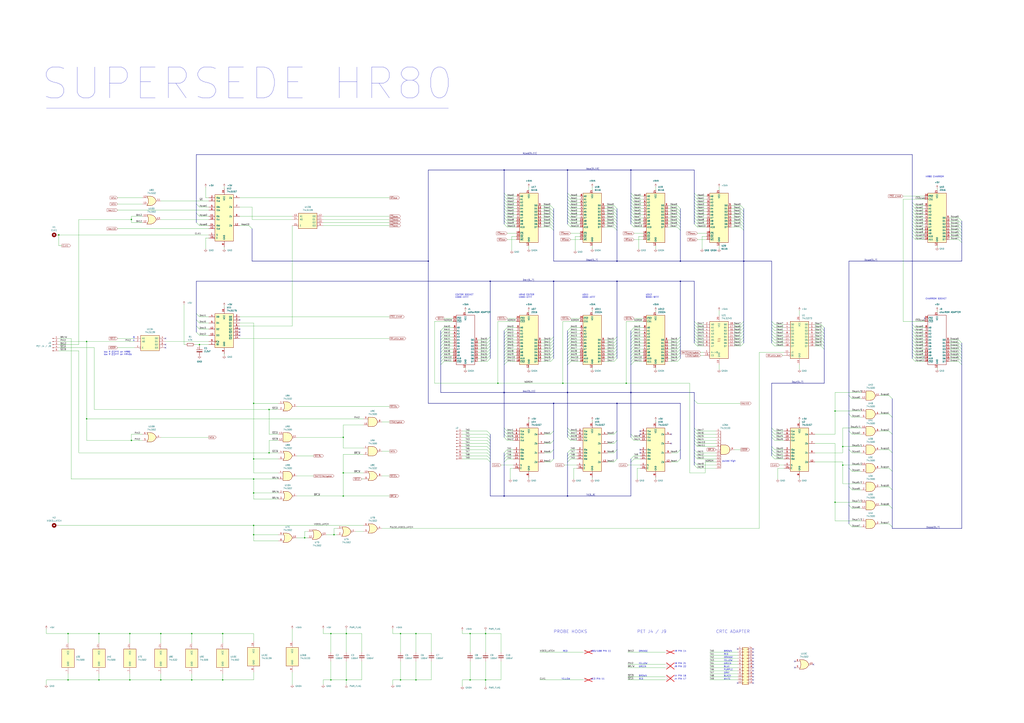
<source format=kicad_sch>
(kicad_sch (version 20231120) (generator "eeschema") (generator_version "8.0")
  (paper "A1")
  (title_block (title "SUPERSEDE HR80") (date "2023-02-21") (rev "V001") (comment 1 "reverse-engineered in 2023") (comment 2 "creativecommons.org/licenses/by-sa/4.0/") (comment 3 "License: CC BY-SA 4.0") (comment 4 "Author: InsaneDruid"))
  (junction (at 692.15 382.27))
  (junction (at 408.94 314.96))
  (junction (at 208.28 405.13))
  (junction (at 220.98 372.11))
  (junction (at 208.28 393.7))
  (junction (at 466.09 322.58))
  (junction (at 281.94 388.62))
  (junction (at 685.8 337.82))
  (junction (at 506.73 331.47))
  (junction (at 414.02 322.58))
  (junction (at 281.94 359.41))
  (junction (at 71.12 344.17))
  (junction (at 106.68 558.8))
  (junction (at 208.28 331.47))
  (junction (at 208.28 377.19))
  (junction (at 386.08 558.8))
  (junction (at 274.32 439.42))
  (junction (at 414.02 139.7))
  (junction (at 182.88 558.8))
  (junction (at 208.28 431.8))
  (junction (at 220.98 336.55))
  (junction (at 163.83 283.21))
  (junction (at 402.59 231.14))
  (junction (at 271.78 520.7))
  (junction (at 454.66 231.14))
  (junction (at 386.08 520.7))
  (junction (at 132.08 558.8))
  (junction (at 414.02 407.67))
  (junction (at 466.09 407.67))
  (junction (at 157.48 558.8))
  (junction (at 506.73 214.63))
  (junction (at 558.8 231.14))
  (junction (at 281.94 407.67))
  (junction (at 284.48 520.7))
  (junction (at 506.73 231.14))
  (junction (at 518.16 322.58))
  (junction (at 328.93 558.8))
  (junction (at 328.93 520.7))
  (junction (at 514.35 314.96))
  (junction (at 518.16 139.7))
  (junction (at 157.48 520.7))
  (junction (at 398.78 520.7))
  (junction (at 462.28 314.96))
  (junction (at 48.26 193.04))
  (junction (at 132.08 520.7))
  (junction (at 106.68 520.7))
  (junction (at 55.88 520.7))
  (junction (at 81.28 520.7))
  (junction (at 398.78 558.8))
  (junction (at 182.88 520.7))
  (junction (at 466.09 139.7))
  (junction (at 107.95 361.95))
  (junction (at 341.63 558.8))
  (junction (at 685.8 412.75))
  (junction (at 250.19 441.96))
  (junction (at 55.88 558.8))
  (junction (at 341.63 520.7))
  (junction (at 558.8 214.63))
  (junction (at 271.78 558.8))
  (junction (at 208.28 439.42))
  (junction (at 610.87 214.63))
  (junction (at 71.12 280.67))
  (junction (at 692.15 367.03))
  (junction (at 351.79 214.63))
  (junction (at 284.48 558.8))
  (junction (at 454.66 331.47))
  (junction (at 81.28 558.8))
  (junction (at 107.95 180.34))
  (no_connect (at 618.49 548.64))
  (no_connect (at 759.46 261.62))
  (no_connect (at 551.18 356.87))
  (no_connect (at 618.49 538.48))
  (no_connect (at 618.49 543.56))
  (no_connect (at 525.78 372.11))
  (no_connect (at 135.89 285.75))
  (no_connect (at 525.78 356.87))
  (no_connect (at 196.85 262.89))
  (no_connect (at 652.78 543.56))
  (no_connect (at 652.78 548.64))
  (no_connect (at 618.49 561.34))
  (no_connect (at 135.89 283.21))
  (no_connect (at 618.49 535.94))
  (no_connect (at 618.49 551.18))
  (no_connect (at 196.85 270.51))
  (no_connect (at 135.89 278.13))
  (no_connect (at 605.79 561.34))
  (no_connect (at 618.49 558.8))
  (no_connect (at 196.85 275.59))
  (no_connect (at 618.49 546.1))
  (no_connect (at 668.02 546.1))
  (no_connect (at 618.49 533.4))
  (no_connect (at 618.49 541.02))
  (no_connect (at 551.18 364.49))
  (no_connect (at 618.49 553.72))
  (no_connect (at 525.78 369.57))
  (no_connect (at 525.78 354.33))
  (no_connect (at 196.85 273.05))
  (no_connect (at 618.49 556.26))
  (no_connect (at 605.79 533.4))
  (bus_entry (at 608.33 176.53) (size 2.54 2.54))
  (bus_entry (at 674.37 269.24) (size 2.54 2.54))
  (bus_entry (at 556.26 284.48) (size 2.54 -2.54))
  (bus_entry (at 608.33 179.07) (size 2.54 2.54))
  (bus_entry (at 610.87 279.4) (size -2.54 2.54))
  (bus_entry (at 468.63 184.15) (size -2.54 -2.54))
  (bus_entry (at 416.56 161.29) (size -2.54 -2.54))
  (bus_entry (at 468.63 171.45) (size -2.54 -2.54))
  (bus_entry (at 520.7 181.61) (size -2.54 -2.54))
  (bus_entry (at 608.33 186.69) (size 2.54 2.54))
  (bus_entry (at 504.19 356.87) (size 2.54 -2.54))
  (bus_entry (at 414.02 299.72) (size 2.54 -2.54))
  (bus_entry (at 749.3 176.53) (size 2.54 2.54))
  (bus_entry (at 466.09 271.78) (size 2.54 -2.54))
  (bus_entry (at 570.23 276.86) (size 2.54 2.54))
  (bus_entry (at 402.59 361.95) (size -2.54 -2.54))
  (bus_entry (at 452.12 294.64) (size 2.54 -2.54))
  (bus_entry (at 518.16 274.32) (size 2.54 -2.54))
  (bus_entry (at 633.73 372.11) (size 2.54 2.54))
  (bus_entry (at 570.23 369.57) (size 2.54 2.54))
  (bus_entry (at 466.09 292.1) (size 2.54 -2.54))
  (bus_entry (at 504.19 171.45) (size 2.54 2.54))
  (bus_entry (at 361.95 284.48) (size 2.54 -2.54))
  (bus_entry (at 610.87 269.24) (size -2.54 2.54))
  (bus_entry (at 749.3 274.32) (size 2.54 2.54))
  (bus_entry (at 400.05 289.56) (size 2.54 -2.54))
  (bus_entry (at 402.59 369.57) (size -2.54 -2.54))
  (bus_entry (at 749.3 292.1) (size 2.54 2.54))
  (bus_entry (at 504.19 364.49) (size 2.54 -2.54))
  (bus_entry (at 400.05 287.02) (size 2.54 -2.54))
  (bus_entry (at 520.7 163.83) (size -2.54 -2.54))
  (bus_entry (at 414.02 289.56) (size 2.54 -2.54))
  (bus_entry (at 161.29 257.81) (size 2.54 2.54))
  (bus_entry (at 504.19 294.64) (size 2.54 -2.54))
  (bus_entry (at 787.4 284.48) (size 2.54 2.54))
  (bus_entry (at 730.25 340.36) (size 2.54 2.54))
  (bus_entry (at 633.73 266.7) (size 2.54 2.54))
  (bus_entry (at 452.12 292.1) (size 2.54 -2.54))
  (bus_entry (at 468.63 166.37) (size -2.54 -2.54))
  (bus_entry (at 787.4 186.69) (size 2.54 2.54))
  (bus_entry (at 504.19 179.07) (size 2.54 2.54))
  (bus_entry (at 610.87 271.78) (size -2.54 2.54))
  (bus_entry (at 608.33 173.99) (size 2.54 2.54))
  (bus_entry (at 749.3 171.45) (size 2.54 2.54))
  (bus_entry (at 570.23 382.27) (size 2.54 2.54))
  (bus_entry (at 556.26 292.1) (size 2.54 -2.54))
  (bus_entry (at 400.05 294.64) (size 2.54 -2.54))
  (bus_entry (at 466.09 354.33) (size 2.54 2.54))
  (bus_entry (at 572.77 176.53) (size -2.54 -2.54))
  (bus_entry (at 452.12 287.02) (size 2.54 -2.54))
  (bus_entry (at 414.02 351.79) (size 2.54 2.54))
  (bus_entry (at 633.73 359.41) (size 2.54 2.54))
  (bus_entry (at 633.73 279.4) (size 2.54 2.54))
  (bus_entry (at 556.26 184.15) (size 2.54 2.54))
  (bus_entry (at 787.4 194.31) (size 2.54 2.54))
  (bus_entry (at 466.09 276.86) (size 2.54 -2.54))
  (bus_entry (at 572.77 163.83) (size -2.54 -2.54))
  (bus_entry (at 633.73 276.86) (size 2.54 2.54))
  (bus_entry (at 556.26 179.07) (size 2.54 2.54))
  (bus_entry (at 570.23 269.24) (size 2.54 2.54))
  (bus_entry (at 572.77 171.45) (size -2.54 -2.54))
  (bus_entry (at 610.87 276.86) (size -2.54 2.54))
  (bus_entry (at 697.23 415.29) (size 2.54 2.54))
  (bus_entry (at 570.23 372.11) (size 2.54 2.54))
  (bus_entry (at 414.02 379.73) (size 2.54 -2.54))
  (bus_entry (at 674.37 279.4) (size 2.54 2.54))
  (bus_entry (at 466.09 351.79) (size 2.54 2.54))
  (bus_entry (at 416.56 176.53) (size -2.54 -2.54))
  (bus_entry (at 466.09 274.32) (size 2.54 -2.54))
  (bus_entry (at 674.37 266.7) (size 2.54 2.54))
  (bus_entry (at 452.12 364.49) (size 2.54 -2.54))
  (bus_entry (at 633.73 271.78) (size 2.54 2.54))
  (bus_entry (at 749.3 166.37) (size 2.54 2.54))
  (bus_entry (at 504.19 292.1) (size 2.54 -2.54))
  (bus_entry (at 749.3 189.23) (size 2.54 2.54))
  (bus_entry (at 414.02 356.87) (size 2.54 2.54))
  (bus_entry (at 787.4 181.61) (size 2.54 2.54))
  (bus_entry (at 361.95 276.86) (size 2.54 -2.54))
  (bus_entry (at 608.33 171.45) (size 2.54 2.54))
  (bus_entry (at 414.02 271.78) (size 2.54 -2.54))
  (bus_entry (at 570.23 279.4) (size 2.54 2.54))
  (bus_entry (at 697.23 400.05) (size 2.54 2.54))
  (bus_entry (at 749.3 294.64) (size 2.54 2.54))
  (bus_entry (at 504.19 181.61) (size 2.54 2.54))
  (bus_entry (at 749.3 184.15) (size 2.54 2.54))
  (bus_entry (at 466.09 379.73) (size 2.54 -2.54))
  (bus_entry (at 504.19 279.4) (size 2.54 -2.54))
  (bus_entry (at 749.3 287.02) (size 2.54 2.54))
  (bus_entry (at 787.4 292.1) (size 2.54 2.54))
  (bus_entry (at 518.16 359.41) (size 2.54 2.54))
  (bus_entry (at 452.12 281.94) (size 2.54 -2.54))
  (bus_entry (at 610.87 264.16) (size -2.54 2.54))
  (bus_entry (at 749.3 173.99) (size 2.54 2.54))
  (bus_entry (at 749.3 181.61) (size 2.54 2.54))
  (bus_entry (at 161.29 167.64) (size 2.54 2.54))
  (bus_entry (at 572.77 161.29) (size -2.54 -2.54))
  (bus_entry (at 414.02 279.4) (size 2.54 -2.54))
  (bus_entry (at 697.23 369.57) (size 2.54 2.54))
  (bus_entry (at 452.12 184.15) (size 2.54 2.54))
  (bus_entry (at 787.4 189.23) (size 2.54 2.54))
  (bus_entry (at 570.23 351.79) (size 2.54 2.54))
  (bus_entry (at 556.26 281.94) (size 2.54 -2.54))
  (bus_entry (at 787.4 281.94) (size 2.54 2.54))
  (bus_entry (at 504.19 176.53) (size 2.54 2.54))
  (bus_entry (at 452.12 279.4) (size 2.54 -2.54))
  (bus_entry (at 518.16 297.18) (size 2.54 -2.54))
  (bus_entry (at 466.09 297.18) (size 2.54 -2.54))
  (bus_entry (at 400.05 284.48) (size 2.54 -2.54))
  (bus_entry (at 466.09 284.48) (size 2.54 -2.54))
  (bus_entry (at 787.4 279.4) (size 2.54 2.54))
  (bus_entry (at 361.95 289.56) (size 2.54 -2.54))
  (bus_entry (at 518.16 284.48) (size 2.54 -2.54))
  (bus_entry (at 570.23 374.65) (size 2.54 2.54))
  (bus_entry (at 633.73 281.94) (size 2.54 2.54))
  (bus_entry (at 466.09 279.4) (size 2.54 -2.54))
  (bus_entry (at 400.05 281.94) (size 2.54 -2.54))
  (bus_entry (at 161.29 182.88) (size 2.54 2.54))
  (bus_entry (at 452.12 176.53) (size 2.54 2.54))
  (bus_entry (at 468.63 179.07) (size -2.54 -2.54))
  (bus_entry (at 697.23 430.53) (size 2.54 2.54))
  (bus_entry (at 504.19 186.69) (size 2.54 2.54))
  (bus_entry (at 518.16 281.94) (size 2.54 -2.54))
  (bus_entry (at 416.56 168.91) (size -2.54 -2.54))
  (bus_entry (at 556.26 176.53) (size 2.54 2.54))
  (bus_entry (at 787.4 297.18) (size 2.54 2.54))
  (bus_entry (at 402.59 372.11) (size -2.54 -2.54))
  (bus_entry (at 452.12 356.87) (size 2.54 -2.54))
  (bus_entry (at 633.73 354.33) (size 2.54 2.54))
  (bus_entry (at 556.26 186.69) (size 2.54 2.54))
  (bus_entry (at 570.23 356.87) (size 2.54 2.54))
  (bus_entry (at 520.7 176.53) (size -2.54 -2.54))
  (bus_entry (at 452.12 284.48) (size 2.54 -2.54))
  (bus_entry (at 416.56 166.37) (size -2.54 -2.54))
  (bus_entry (at 414.02 297.18) (size 2.54 -2.54))
  (bus_entry (at 466.09 372.11) (size 2.54 -2.54))
  (bus_entry (at 730.25 430.53) (size 2.54 2.54))
  (bus_entry (at 697.23 325.12) (size 2.54 2.54))
  (bus_entry (at 416.56 179.07) (size -2.54 -2.54))
  (bus_entry (at 466.09 281.94) (size 2.54 -2.54))
  (bus_entry (at 697.23 384.81) (size 2.54 2.54))
  (bus_entry (at 161.29 175.26) (size 2.54 2.54))
  (bus_entry (at 787.4 179.07) (size 2.54 2.54))
  (bus_entry (at 674.37 284.48) (size 2.54 2.54))
  (bus_entry (at 504.19 281.94) (size 2.54 -2.54))
  (bus_entry (at 520.7 166.37) (size -2.54 -2.54))
  (bus_entry (at 414.02 281.94) (size 2.54 -2.54))
  (bus_entry (at 452.12 179.07) (size 2.54 2.54))
  (bus_entry (at 520.7 168.91) (size -2.54 -2.54))
  (bus_entry (at 468.63 186.69) (size -2.54 -2.54))
  (bus_entry (at 414.02 276.86) (size 2.54 -2.54))
  (bus_entry (at 749.3 191.77) (size 2.54 2.54))
  (bus_entry (at 610.87 266.7) (size -2.54 2.54))
  (bus_entry (at 361.95 294.64) (size 2.54 -2.54))
  (bus_entry (at 466.09 356.87) (size 2.54 2.54))
  (bus_entry (at 452.12 168.91) (size 2.54 2.54))
  (bus_entry (at 414.02 377.19) (size 2.54 -2.54))
  (bus_entry (at 416.56 184.15) (size -2.54 -2.54))
  (bus_entry (at 204.47 185.42) (size 2.54 2.54))
  (bus_entry (at 730.25 369.57) (size 2.54 2.54))
  (bus_entry (at 697.23 340.36) (size 2.54 2.54))
  (bus_entry (at 572.77 173.99) (size -2.54 -2.54))
  (bus_entry (at 572.77 179.07) (size -2.54 -2.54))
  (bus_entry (at 414.02 287.02) (size 2.54 -2.54))
  (bus_entry (at 518.16 271.78) (size 2.54 -2.54))
  (bus_entry (at 466.09 294.64) (size 2.54 -2.54))
  (bus_entry (at 504.19 379.73) (size 2.54 -2.54))
  (bus_entry (at 633.73 356.87) (size 2.54 2.54))
  (bus_entry (at 572.77 186.69) (size -2.54 -2.54))
  (bus_entry (at 414.02 292.1) (size 2.54 -2.54))
  (bus_entry (at 468.63 163.83) (size -2.54 -2.54))
  (bus_entry (at 730.25 354.33) (size 2.54 2.54))
  (bus_entry (at 787.4 294.64) (size 2.54 2.54))
  (bus_entry (at 452.12 289.56) (size 2.54 -2.54))
  (bus_entry (at 402.59 367.03) (size -2.54 -2.54))
  (bus_entry (at 572.77 181.61) (size -2.54 -2.54))
  (bus_entry (at 518.16 294.64) (size 2.54 -2.54))
  (bus_entry (at 556.26 379.73) (size 2.54 -2.54))
  (bus_entry (at 361.95 281.94) (size 2.54 -2.54))
  (bus_entry (at 468.63 168.91) (size -2.54 -2.54))
  (bus_entry (at 361.95 299.72) (size 2.54 -2.54))
  (bus_entry (at 520.7 179.07) (size -2.54 -2.54))
  (bus_entry (at 572.77 168.91) (size -2.54 -2.54))
  (bus_entry (at 414.02 372.11) (size 2.54 -2.54))
  (bus_entry (at 414.02 374.65) (size 2.54 -2.54))
  (bus_entry (at 749.3 186.69) (size 2.54 2.54))
  (bus_entry (at 749.3 168.91) (size 2.54 2.54))
  (bus_entry (at 361.95 292.1) (size 2.54 -2.54))
  (bus_entry (at 361.95 287.02) (size 2.54 -2.54))
  (bus_entry (at 749.3 271.78) (size 2.54 2.54))
  (bus_entry (at 518.16 276.86) (size 2.54 -2.54))
  (bus_entry (at 730.25 384.81) (size 2.54 2.54))
  (bus_entry (at 518.16 289.56) (size 2.54 -2.54))
  (bus_entry (at 730.25 400.05) (size 2.54 2.54))
  (bus_entry (at 556.26 297.18) (size 2.54 -2.54))
  (bus_entry (at 633.73 264.16) (size 2.54 2.54))
  (bus_entry (at 608.33 168.91) (size 2.54 2.54))
  (bus_entry (at 520.7 173.99) (size -2.54 -2.54))
  (bus_entry (at 570.23 271.78) (size 2.54 2.54))
  (bus_entry (at 749.3 276.86) (size 2.54 2.54))
  (bus_entry (at 452.12 171.45) (size 2.54 2.54))
  (bus_entry (at 633.73 367.03) (size 2.54 2.54))
  (bus_entry (at 749.3 281.94) (size 2.54 2.54))
  (bus_entry (at 452.12 186.69) (size 2.54 2.54))
  (bus_entry (at 749.3 269.24) (size 2.54 2.54))
  (bus_entry (at 468.63 161.29) (size -2.54 -2.54))
  (bus_entry (at 361.95 279.4) (size 2.54 -2.54))
  (bus_entry (at 468.63 176.53) (size -2.54 -2.54))
  (bus_entry (at 361.95 274.32) (size 2.54 -2.54))
  (bus_entry (at 608.33 184.15) (size 2.54 2.54))
  (bus_entry (at 556.26 372.11) (size 2.54 -2.54))
  (bus_entry (at 402.59 356.87) (size -2.54 -2.54))
  (bus_entry (at 416.56 171.45) (size -2.54 -2.54))
  (bus_entry (at 504.19 173.99) (size 2.54 2.54))
  (bus_entry (at 674.37 271.78) (size 2.54 2.54))
  (bus_entry (at 520.7 184.15) (size -2.54 -2.54))
  (bus_entry (at 787.4 287.02) (size 2.54 2.54))
  (bus_entry (at 402.59 377.19) (size -2.54 -2.54))
  (bus_entry (at 518.16 377.19) (size 2.54 -2.54))
  (bus_entry (at 570.23 266.7) (size 2.54 2.54))
  (bus_entry (at 556.26 294.64) (size 2.54 -2.54))
  (bus_entry (at 161.29 262.89) (size 2.54 2.54))
  (bus_entry (at 556.26 168.91) (size 2.54 2.54))
  (bus_entry (at 361.95 297.18) (size 2.54 -2.54))
  (bus_entry (at 518.16 379.73) (size 2.54 -2.54))
  (bus_entry (at 468.63 173.99) (size -2.54 -2.54))
  (bus_entry (at 504.19 184.15) (size 2.54 2.54))
  (bus_entry (at 570.23 359.41) (size 2.54 2.54))
  (bus_entry (at 730.25 415.29) (size 2.54 2.54))
  (bus_entry (at 749.3 284.48) (size 2.54 2.54))
  (bus_entry (at 504.19 284.48) (size 2.54 -2.54))
  (bus_entry (at 570.23 364.49) (size 2.54 2.54))
  (bus_entry (at 556.26 287.02) (size 2.54 -2.54))
  (bus_entry (at 556.26 289.56) (size 2.54 -2.54))
  (bus_entry (at 161.29 267.97) (size 2.54 2.54))
  (bus_entry (at 414.02 294.64) (size 2.54 -2.54))
  (bus_entry (at 466.09 289.56) (size 2.54 -2.54))
  (bus_entry (at 504.19 168.91) (size 2.54 2.54))
  (bus_entry (at 402.59 379.73) (size -2.54 -2.54))
  (bus_entry (at 556.26 181.61) (size 2.54 2.54))
  (bus_entry (at 518.16 279.4) (size 2.54 -2.54))
  (bus_entry (at 610.87 274.32) (size -2.54 2.54))
  (bus_entry (at 504.19 297.18) (size 2.54 -2.54))
  (bus_entry (at 518.16 356.87) (size 2.54 2.54))
  (bus_entry (at 414.02 284.48) (size 2.54 -2.54))
  (bus_entry (at 416.56 181.61) (size -2.54 -2.54))
  (bus_entry (at 416.56 163.83) (size -2.54 -2.54))
  (bus_entry (at 452.12 173.99) (size 2.54 2.54))
  (bus_entry (at 674.37 276.86) (size 2.54 2.54))
  (bus_entry (at 414.02 354.33) (size 2.54 2.54))
  (bus_entry (at 504.19 372.11) (size 2.54 -2.54))
  (bus_entry (at 400.05 292.1) (size 2.54 -2.54))
  (bus_entry (at 520.7 171.45) (size -2.54 -2.54))
  (bus_entry (at 416.56 173.99) (size -2.54 -2.54))
  (bus_entry (at 572.77 166.37) (size -2.54 -2.54))
  (bus_entry (at 749.3 289.56) (size 2.54 2.54))
  (bus_entry (at 466.09 374.65) (size 2.54 -2.54))
  (bus_entry (at 749.3 179.07) (size 2.54 2.54))
  (bus_entry (at 452.12 297.18) (size 2.54 -2.54))
  (bus_entry (at 504.19 287.02) (size 2.54 -2.54))
  (bus_entry (at 520.7 161.29) (size -2.54 -2.54))
  (bus_entry (at 570.23 328.93) (size 2.54 2.54))
  (bus_entry (at 466.09 287.02) (size 2.54 -2.54))
  (bus_entry (at 466.09 299.72) (size 2.54 -2.54))
  (bus_entry (at 468.63 181.61) (size -2.54 -2.54))
  (bus_entry (at 749.3 279.4) (size 2.54 2.54))
  (bus_entry (at 570.23 281.94) (size 2.54 2.54))
  (bus_entry (at 414.02 359.41) (size 2.54 2.54))
  (bus_entry (at 466.09 377.19) (size 2.54 -2.54))
  (bus_entry (at 361.95 271.78) (size 2.54 -2.54))
  (bus_entry (at 570.23 361.95) (size 2.54 2.54))
  (bus_entry (at 518.16 287.02) (size 2.54 -2.54))
  (bus_entry (at 556.26 171.45) (size 2.54 2.54))
  (bus_entry (at 414.02 274.32) (size 2.54 -2.54))
  (bus_entry (at 518.16 299.72) (size 2.54 -2.54))
  (bus_entry (at 633.73 274.32) (size 2.54 2.54))
  (bus_entry (at 633.73 374.65) (size 2.54 2.54))
  (bus_entry (at 633.73 269.24) (size 2.54 2.54))
  (bus_entry (at 787.4 191.77) (size 2.54 2.54))
  (bus_entry (at 674.37 274.32) (size 2.54 2.54))
  (bus_entry (at 570.23 264.16) (size 2.54 2.54))
  (bus_entry (at 518.16 292.1) (size 2.54 -2.54))
  (bus_entry (at 697.23 354.33) (size 2.54 2.54))
  (bus_entry (at 161.29 273.05) (size 2.54 2.54))
  (bus_entry (at 608.33 181.61) (size 2.54 2.54))
  (bus_entry (at 452.12 379.73) (size 2.54 -2.54))
  (bus_entry (at 400.05 297.18) (size 2.54 -2.54))
  (bus_entry (at 556.26 279.4) (size 2.54 -2.54))
  (bus_entry (at 520.7 186.69) (size -2.54 -2.54))
  (bus_entry (at 674.37 281.94) (size 2.54 2.54))
  (bus_entry (at 787.4 289.56) (size 2.54 2.54))
  (bus_entry (at 466.09 359.41) (size 2.54 2.54))
  (bus_entry (at 556.26 173.99) (size 2.54 2.54))
  (bus_entry (at 572.77 184.15) (size -2.54 -2.54))
  (bus_entry (at 452.12 181.61) (size 2.54 2.54))
  (bus_entry (at 610.87 281.94) (size -2.54 2.54))
  (bus_entry (at 570.23 354.33) (size 2.54 2.54))
  (bus_entry (at 400.05 279.4) (size 2.54 -2.54))
  (bus_entry (at 749.3 266.7) (size 2.54 2.54))
  (bus_entry (at 570.23 274.32) (size 2.54 2.54))
  (bus_entry (at 416.56 186.69) (size -2.54 -2.54))
  (bus_entry (at 452.12 372.11) (size 2.54 -2.54))
  (bus_entry (at 402.59 359.41) (size -2.54 -2.54))
  (bus_entry (at 504.19 289.56) (size 2.54 -2.54))
  (bus_entry (at 570.23 379.73) (size 2.54 2.54))
  (bus_entry (at 749.3 194.31) (size 2.54 2.54))
  (bus_entry (at 730.25 325.12) (size 2.54 2.54))
  (bus_entry (at 787.4 196.85) (size 2.54 2.54))
  (bus_entry (at 402.59 374.65) (size -2.54 -2.54))
  (bus_entry (at 633.73 351.79) (size 2.54 2.54))
  (bus_entry (at 633.73 369.57) (size 2.54 2.54))
  (bus_entry (at 787.4 184.15) (size 2.54 2.54))
  (bus_entry (at 402.59 364.49) (size -2.54 -2.54))
  (wire (pts (xy 572.77 271.78) (xy 577.85 271.78)))
  (wire (pts (xy 107.95 361.95) (xy 71.12 361.95)))
  (wire (pts (xy 741.68 161.29) (xy 759.46 161.29)))
  (bus (pts (xy 676.91 287.02) (xy 676.91 314.96)))
  (wire (pts (xy 779.78 294.64) (xy 787.4 294.64)))
  (wire (pts (xy 496.57 289.56) (xy 504.19 289.56)))
  (bus (pts (xy 570.23 382.27) (xy 570.23 379.73)))
  (wire (pts (xy 582.93 556.26) (xy 605.79 556.26)))
  (bus (pts (xy 351.79 331.47) (xy 454.66 331.47)))
  (wire (pts (xy 496.57 287.02) (xy 504.19 287.02)))
  (wire (pts (xy 548.64 179.07) (xy 556.26 179.07)))
  (bus (pts (xy 558.8 292.1) (xy 558.8 289.56)))
  (bus (pts (xy 466.09 322.58) (xy 466.09 351.79)))
  (wire (pts (xy 364.49 289.56) (xy 372.11 289.56)))
  (wire (pts (xy 524.51 194.31) (xy 524.51 204.47)))
  (wire (pts (xy 751.84 297.18) (xy 759.46 297.18)))
  (wire (pts (xy 444.5 279.4) (xy 452.12 279.4)))
  (wire (pts (xy 590.55 255.27) (xy 590.55 259.08)))
  (wire (pts (xy 416.56 166.37) (xy 424.18 166.37)))
  (bus (pts (xy 633.73 274.32) (xy 633.73 271.78)))
  (bus (pts (xy 506.73 184.15) (xy 506.73 186.69)))
  (bus (pts (xy 466.09 163.83) (xy 466.09 166.37)))
  (wire (pts (xy 769.62 302.26) (xy 769.62 303.53)))
  (bus (pts (xy 207.01 214.63) (xy 351.79 214.63)))
  (bus (pts (xy 570.23 168.91) (xy 570.23 171.45)))
  (bus (pts (xy 402.59 407.67) (xy 414.02 407.67)))
  (wire (pts (xy 538.48 153.67) (xy 538.48 156.21)))
  (wire (pts (xy 496.57 179.07) (xy 504.19 179.07)))
  (bus (pts (xy 697.23 384.81) (xy 697.23 400.05)))
  (wire (pts (xy 320.04 162.56) (xy 196.85 162.56)))
  (wire (pts (xy 416.56 191.77) (xy 424.18 191.77)))
  (wire (pts (xy 656.59 299.72) (xy 656.59 303.53)))
  (wire (pts (xy 486.41 201.93) (xy 486.41 204.47)))
  (wire (pts (xy 741.68 163.83) (xy 759.46 163.83)))
  (wire (pts (xy 297.18 393.7) (xy 298.45 393.7)))
  (wire (pts (xy 64.77 283.21) (xy 64.77 180.34)))
  (wire (pts (xy 416.56 269.24) (xy 424.18 269.24)))
  (wire (pts (xy 132.08 359.41) (xy 171.45 359.41)))
  (wire (pts (xy 572.77 173.99) (xy 580.39 173.99)))
  (wire (pts (xy 208.28 520.7) (xy 208.28 527.05)))
  (wire (pts (xy 572.77 191.77) (xy 580.39 191.77)))
  (bus (pts (xy 414.02 297.18) (xy 414.02 299.72)))
  (bus (pts (xy 732.79 342.9) (xy 732.79 356.87)))
  (wire (pts (xy 382.27 302.26) (xy 382.27 303.53)))
  (bus (pts (xy 749.3 292.1) (xy 749.3 294.64)))
  (bus (pts (xy 610.87 173.99) (xy 610.87 176.53)))
  (wire (pts (xy 184.15 153.67) (xy 184.15 154.94)))
  (wire (pts (xy 243.84 334.01) (xy 320.04 334.01)))
  (bus (pts (xy 466.09 351.79) (xy 466.09 354.33)))
  (wire (pts (xy 281.94 388.62) (xy 298.45 388.62)))
  (wire (pts (xy 434.34 153.67) (xy 434.34 156.21)))
  (wire (pts (xy 556.26 372.11) (xy 551.18 372.11)))
  (wire (pts (xy 468.63 372.11) (xy 473.71 372.11)))
  (wire (pts (xy 281.94 368.3) (xy 281.94 359.41)))
  (wire (pts (xy 208.28 393.7) (xy 228.6 393.7)))
  (wire (pts (xy 572.77 163.83) (xy 580.39 163.83)))
  (wire (pts (xy 520.7 292.1) (xy 528.32 292.1)))
  (bus (pts (xy 454.66 377.19) (xy 454.66 369.57)))
  (bus (pts (xy 414.02 289.56) (xy 414.02 292.1)))
  (wire (pts (xy 313.69 434.34) (xy 623.57 434.34)))
  (wire (pts (xy 468.63 297.18) (xy 476.25 297.18)))
  (wire (pts (xy 96.52 278.13) (xy 110.49 278.13)))
  (wire (pts (xy 656.59 392.43) (xy 656.59 393.7)))
  (wire (pts (xy 48.26 431.8) (xy 208.28 431.8)))
  (wire (pts (xy 416.56 171.45) (xy 424.18 171.45)))
  (wire (pts (xy 572.77 281.94) (xy 577.85 281.94)))
  (bus (pts (xy 506.73 231.14) (xy 506.73 276.86)))
  (wire (pts (xy 548.64 173.99) (xy 556.26 173.99)))
  (bus (pts (xy 414.02 372.11) (xy 414.02 374.65)))
  (bus (pts (xy 454.66 231.14) (xy 506.73 231.14)))
  (bus (pts (xy 454.66 281.94) (xy 454.66 279.4)))
  (bus (pts (xy 518.16 294.64) (xy 518.16 297.18)))
  (wire (pts (xy 582.93 538.48) (xy 605.79 538.48)))
  (bus (pts (xy 161.29 257.81) (xy 161.29 262.89)))
  (bus (pts (xy 466.09 279.4) (xy 466.09 281.94)))
  (wire (pts (xy 520.7 361.95) (xy 525.78 361.95)))
  (wire (pts (xy 416.56 271.78) (xy 424.18 271.78)))
  (wire (pts (xy 468.63 261.62) (xy 476.25 261.62)))
  (bus (pts (xy 633.73 214.63) (xy 633.73 264.16)))
  (wire (pts (xy 779.78 194.31) (xy 787.4 194.31)))
  (wire (pts (xy 322.58 520.7) (xy 328.93 520.7)))
  (wire (pts (xy 722.63 340.36) (xy 730.25 340.36)))
  (wire (pts (xy 548.64 168.91) (xy 556.26 168.91)))
  (wire (pts (xy 572.77 356.87) (xy 588.01 356.87)))
  (bus (pts (xy 466.09 158.75) (xy 466.09 161.29)))
  (wire (pts (xy 600.71 184.15) (xy 608.33 184.15)))
  (wire (pts (xy 416.56 374.65) (xy 421.64 374.65)))
  (bus (pts (xy 454.66 354.33) (xy 454.66 331.47)))
  (wire (pts (xy 416.56 186.69) (xy 424.18 186.69)))
  (bus (pts (xy 161.29 175.26) (xy 161.29 182.88)))
  (wire (pts (xy 313.69 346.71) (xy 320.04 346.71)))
  (wire (pts (xy 579.12 388.62) (xy 579.12 379.73)))
  (wire (pts (xy 468.63 181.61) (xy 476.25 181.61)))
  (wire (pts (xy 328.93 520.7) (xy 328.93 535.94)))
  (wire (pts (xy 271.78 558.8) (xy 284.48 558.8)))
  (wire (pts (xy 163.83 185.42) (xy 171.45 185.42)))
  (bus (pts (xy 518.16 168.91) (xy 518.16 171.45)))
  (bus (pts (xy 789.94 191.77) (xy 789.94 189.23)))
  (wire (pts (xy 699.77 402.59) (xy 707.39 402.59)))
  (bus (pts (xy 676.91 274.32) (xy 676.91 276.86)))
  (wire (pts (xy 674.37 284.48) (xy 669.29 284.48)))
  (wire (pts (xy 582.93 541.02) (xy 605.79 541.02)))
  (bus (pts (xy 610.87 186.69) (xy 610.87 189.23)))
  (bus (pts (xy 610.87 276.86) (xy 610.87 279.4)))
  (wire (pts (xy 392.43 279.4) (xy 400.05 279.4)))
  (wire (pts (xy 271.78 520.7) (xy 271.78 535.94)))
  (wire (pts (xy 444.5 297.18) (xy 452.12 297.18)))
  (wire (pts (xy 58.42 278.13) (xy 58.42 393.7)))
  (wire (pts (xy 751.84 279.4) (xy 759.46 279.4)))
  (wire (pts (xy 636.27 281.94) (xy 643.89 281.94)))
  (wire (pts (xy 250.19 441.96) (xy 252.73 441.96)))
  (bus (pts (xy 466.09 407.67) (xy 414.02 407.67)))
  (wire (pts (xy 416.56 276.86) (xy 424.18 276.86)))
  (wire (pts (xy 151.13 283.21) (xy 152.4 283.21)))
  (wire (pts (xy 623.57 289.56) (xy 643.89 289.56)))
  (bus (pts (xy 570.23 179.07) (xy 570.23 181.61)))
  (wire (pts (xy 284.48 543.56) (xy 284.48 558.8)))
  (wire (pts (xy 468.63 354.33) (xy 473.71 354.33)))
  (bus (pts (xy 610.87 184.15) (xy 610.87 186.69)))
  (bus (pts (xy 414.02 139.7) (xy 351.79 139.7)))
  (wire (pts (xy 636.27 361.95) (xy 643.89 361.95)))
  (wire (pts (xy 669.29 271.78) (xy 674.37 271.78)))
  (wire (pts (xy 600.71 186.69) (xy 608.33 186.69)))
  (wire (pts (xy 582.93 543.56) (xy 605.79 543.56)))
  (wire (pts (xy 208.28 410.21) (xy 208.28 405.13)))
  (wire (pts (xy 572.77 161.29) (xy 580.39 161.29)))
  (bus (pts (xy 570.23 369.57) (xy 570.23 364.49)))
  (wire (pts (xy 163.83 265.43) (xy 171.45 265.43)))
  (bus (pts (xy 518.16 139.7) (xy 518.16 158.75)))
  (wire (pts (xy 364.49 292.1) (xy 372.11 292.1)))
  (wire (pts (xy 107.95 177.8) (xy 107.95 180.34)))
  (bus (pts (xy 466.09 276.86) (xy 466.09 279.4)))
  (wire (pts (xy 416.56 294.64) (xy 424.18 294.64)))
  (bus (pts (xy 414.02 374.65) (xy 414.02 377.19)))
  (wire (pts (xy 468.63 281.94) (xy 476.25 281.94)))
  (wire (pts (xy 416.56 284.48) (xy 424.18 284.48)))
  (wire (pts (xy 603.25 269.24) (xy 608.33 269.24)))
  (wire (pts (xy 699.77 327.66) (xy 707.39 327.66)))
  (bus (pts (xy 749.3 194.31) (xy 749.3 266.7)))
  (wire (pts (xy 184.15 290.83) (xy 184.15 292.1)))
  (wire (pts (xy 364.49 284.48) (xy 372.11 284.48)))
  (wire (pts (xy 642.62 292.1) (xy 643.89 292.1)))
  (wire (pts (xy 419.1 384.81) (xy 419.1 393.7)))
  (bus (pts (xy 454.66 287.02) (xy 454.66 284.48)))
  (bus (pts (xy 414.02 168.91) (xy 414.02 166.37)))
  (bus (pts (xy 558.8 176.53) (xy 558.8 179.07)))
  (bus (pts (xy 697.23 354.33) (xy 697.23 369.57)))
  (wire (pts (xy 354.33 520.7) (xy 354.33 535.94)))
  (wire (pts (xy 515.62 548.64) (xy 546.1 548.64)))
  (bus (pts (xy 506.73 287.02) (xy 506.73 284.48)))
  (bus (pts (xy 558.8 179.07) (xy 558.8 181.61)))
  (bus (pts (xy 466.09 179.07) (xy 466.09 181.61)))
  (wire (pts (xy 572.77 382.27) (xy 588.01 382.27)))
  (wire (pts (xy 751.84 173.99) (xy 759.46 173.99)))
  (wire (pts (xy 411.48 543.56) (xy 411.48 558.8)))
  (bus (pts (xy 749.3 289.56) (xy 749.3 292.1)))
  (wire (pts (xy 741.68 264.16) (xy 759.46 264.16)))
  (bus (pts (xy 789.94 292.1) (xy 789.94 294.64)))
  (wire (pts (xy 751.84 186.69) (xy 759.46 186.69)))
  (bus (pts (xy 610.87 269.24) (xy 610.87 271.78)))
  (bus (pts (xy 361.95 274.32) (xy 361.95 276.86)))
  (wire (pts (xy 208.28 377.19) (xy 208.28 388.62)))
  (wire (pts (xy 523.24 384.81) (xy 523.24 393.7)))
  (wire (pts (xy 196.85 177.8) (xy 240.03 177.8)))
  (bus (pts (xy 361.95 299.72) (xy 361.95 322.58)))
  (wire (pts (xy 208.28 393.7) (xy 58.42 393.7)))
  (wire (pts (xy 106.68 520.7) (xy 132.08 520.7)))
  (wire (pts (xy 132.08 520.7) (xy 132.08 528.32)))
  (bus (pts (xy 454.66 279.4) (xy 454.66 276.86)))
  (bus (pts (xy 570.23 354.33) (xy 570.23 351.79)))
  (wire (pts (xy 468.63 269.24) (xy 476.25 269.24)))
  (wire (pts (xy 722.63 430.53) (xy 730.25 430.53)))
  (wire (pts (xy 468.63 161.29) (xy 476.25 161.29)))
  (wire (pts (xy 408.94 314.96) (xy 462.28 314.96)))
  (wire (pts (xy 572.77 181.61) (xy 580.39 181.61)))
  (bus (pts (xy 414.02 176.53) (xy 414.02 173.99)))
  (bus (pts (xy 506.73 289.56) (xy 506.73 287.02)))
  (bus (pts (xy 361.95 287.02) (xy 361.95 289.56)))
  (bus (pts (xy 732.79 434.34) (xy 789.94 434.34)))
  (wire (pts (xy 416.56 181.61) (xy 424.18 181.61)))
  (wire (pts (xy 636.27 377.19) (xy 643.89 377.19)))
  (wire (pts (xy 452.12 364.49) (xy 447.04 364.49)))
  (wire (pts (xy 473.71 382.27) (xy 463.55 382.27)))
  (bus (pts (xy 732.79 402.59) (xy 732.79 417.83)))
  (wire (pts (xy 582.93 553.72) (xy 605.79 553.72)))
  (wire (pts (xy 751.84 294.64) (xy 759.46 294.64)))
  (bus (pts (xy 466.09 377.19) (xy 466.09 379.73)))
  (bus (pts (xy 570.23 163.83) (xy 570.23 166.37)))
  (wire (pts (xy 751.84 194.31) (xy 759.46 194.31)))
  (wire (pts (xy 106.68 553.72) (xy 106.68 558.8)))
  (bus (pts (xy 466.09 161.29) (xy 466.09 163.83)))
  (wire (pts (xy 751.84 184.15) (xy 759.46 184.15)))
  (wire (pts (xy 265.43 558.8) (xy 265.43 562.61)))
  (wire (pts (xy 96.52 187.96) (xy 171.45 187.96)))
  (wire (pts (xy 636.27 372.11) (xy 643.89 372.11)))
  (bus (pts (xy 506.73 294.64) (xy 506.73 292.1)))
  (bus (pts (xy 697.23 214.63) (xy 697.23 325.12)))
  (wire (pts (xy 443.23 558.8) (xy 478.79 558.8)))
  (wire (pts (xy 452.12 379.73) (xy 447.04 379.73)))
  (wire (pts (xy 48.26 278.13) (xy 58.42 278.13)))
  (wire (pts (xy 392.43 289.56) (xy 400.05 289.56)))
  (wire (pts (xy 208.28 444.5) (xy 228.6 444.5)))
  (wire (pts (xy 548.64 171.45) (xy 556.26 171.45)))
  (bus (pts (xy 518.16 166.37) (xy 518.16 168.91)))
  (wire (pts (xy 55.88 528.32) (xy 55.88 520.7)))
  (wire (pts (xy 208.28 405.13) (xy 228.6 405.13)))
  (wire (pts (xy 548.64 287.02) (xy 556.26 287.02)))
  (wire (pts (xy 468.63 361.95) (xy 473.71 361.95)))
  (bus (pts (xy 749.3 166.37) (xy 749.3 168.91)))
  (wire (pts (xy 566.42 388.62) (xy 579.12 388.62)))
  (bus (pts (xy 518.16 279.4) (xy 518.16 281.94)))
  (wire (pts (xy 603.25 271.78) (xy 608.33 271.78)))
  (bus (pts (xy 633.73 276.86) (xy 633.73 274.32)))
  (wire (pts (xy 751.84 274.32) (xy 759.46 274.32)))
  (wire (pts (xy 468.63 166.37) (xy 476.25 166.37)))
  (wire (pts (xy 685.8 364.49) (xy 669.29 364.49)))
  (wire (pts (xy 416.56 372.11) (xy 421.64 372.11)))
  (wire (pts (xy 416.56 176.53) (xy 424.18 176.53)))
  (wire (pts (xy 514.35 314.96) (xy 566.42 314.96)))
  (bus (pts (xy 558.8 173.99) (xy 558.8 176.53)))
  (wire (pts (xy 55.88 558.8) (xy 55.88 553.72)))
  (wire (pts (xy 636.27 359.41) (xy 643.89 359.41)))
  (wire (pts (xy 538.48 392.43) (xy 538.48 393.7)))
  (bus (pts (xy 570.23 158.75) (xy 570.23 161.29)))
  (wire (pts (xy 656.59 255.27) (xy 656.59 259.08)))
  (wire (pts (xy 107.95 356.87) (xy 107.95 361.95)))
  (bus (pts (xy 402.59 292.1) (xy 402.59 289.56)))
  (wire (pts (xy 416.56 173.99) (xy 424.18 173.99)))
  (wire (pts (xy 416.56 292.1) (xy 424.18 292.1)))
  (bus (pts (xy 414.02 292.1) (xy 414.02 294.64)))
  (bus (pts (xy 749.3 266.7) (xy 749.3 269.24)))
  (wire (pts (xy 572.77 276.86) (xy 577.85 276.86)))
  (wire (pts (xy 364.49 287.02) (xy 372.11 287.02)))
  (wire (pts (xy 416.56 369.57) (xy 421.64 369.57)))
  (bus (pts (xy 402.59 361.95) (xy 402.59 364.49)))
  (wire (pts (xy 496.57 186.69) (xy 504.19 186.69)))
  (wire (pts (xy 96.52 162.56) (xy 116.84 162.56)))
  (wire (pts (xy 520.7 276.86) (xy 528.32 276.86)))
  (wire (pts (xy 208.28 552.45) (xy 208.28 558.8)))
  (wire (pts (xy 341.63 520.7) (xy 354.33 520.7)))
  (wire (pts (xy 582.93 535.94) (xy 605.79 535.94)))
  (bus (pts (xy 732.79 356.87) (xy 732.79 372.11)))
  (bus (pts (xy 454.66 289.56) (xy 454.66 287.02)))
  (wire (pts (xy 468.63 276.86) (xy 476.25 276.86)))
  (bus (pts (xy 466.09 166.37) (xy 466.09 168.91)))
  (wire (pts (xy 572.77 377.19) (xy 588.01 377.19)))
  (wire (pts (xy 600.71 168.91) (xy 608.33 168.91)))
  (wire (pts (xy 220.98 361.95) (xy 220.98 372.11)))
  (wire (pts (xy 572.77 374.65) (xy 588.01 374.65)))
  (bus (pts (xy 749.3 274.32) (xy 749.3 276.86)))
  (wire (pts (xy 81.28 553.72) (xy 81.28 558.8)))
  (wire (pts (xy 548.64 186.69) (xy 556.26 186.69)))
  (wire (pts (xy 265.43 516.89) (xy 265.43 520.7)))
  (wire (pts (xy 496.57 279.4) (xy 504.19 279.4)))
  (wire (pts (xy 281.94 359.41) (xy 281.94 349.25)))
  (wire (pts (xy 538.48 255.27) (xy 538.48 256.54)))
  (wire (pts (xy 416.56 179.07) (xy 424.18 179.07)))
  (bus (pts (xy 749.3 189.23) (xy 749.3 186.69)))
  (wire (pts (xy 265.43 177.8) (xy 320.04 177.8)))
  (bus (pts (xy 570.23 271.78) (xy 570.23 274.32)))
  (bus (pts (xy 161.29 167.64) (xy 161.29 175.26)))
  (wire (pts (xy 520.7 166.37) (xy 528.32 166.37)))
  (bus (pts (xy 466.09 322.58) (xy 518.16 322.58)))
  (wire (pts (xy 603.25 276.86) (xy 608.33 276.86)))
  (wire (pts (xy 779.78 179.07) (xy 787.4 179.07)))
  (bus (pts (xy 466.09 271.78) (xy 466.09 274.32)))
  (wire (pts (xy 281.94 388.62) (xy 281.94 407.67)))
  (wire (pts (xy 520.7 173.99) (xy 528.32 173.99)))
  (bus (pts (xy 570.23 374.65) (xy 570.23 372.11)))
  (bus (pts (xy 414.02 351.79) (xy 414.02 354.33)))
  (wire (pts (xy 669.29 266.7) (xy 674.37 266.7)))
  (bus (pts (xy 633.73 314.96) (xy 633.73 351.79)))
  (wire (pts (xy 38.1 558.8) (xy 55.88 558.8)))
  (wire (pts (xy 444.5 281.94) (xy 452.12 281.94)))
  (bus (pts (xy 454.66 171.45) (xy 454.66 173.99)))
  (wire (pts (xy 468.63 292.1) (xy 476.25 292.1)))
  (wire (pts (xy 416.56 354.33) (xy 421.64 354.33)))
  (wire (pts (xy 267.97 439.42) (xy 274.32 439.42)))
  (wire (pts (xy 572.77 284.48) (xy 577.85 284.48)))
  (bus (pts (xy 454.66 179.07) (xy 454.66 181.61)))
  (bus (pts (xy 161.29 231.14) (xy 161.29 257.81)))
  (wire (pts (xy 572.77 266.7) (xy 577.85 266.7)))
  (wire (pts (xy 722.63 325.12) (xy 730.25 325.12)))
  (wire (pts (xy 472.44 194.31) (xy 472.44 205.74)))
  (wire (pts (xy 434.34 302.26) (xy 434.34 303.53)))
  (bus (pts (xy 610.87 179.07) (xy 610.87 181.61)))
  (wire (pts (xy 416.56 377.19) (xy 421.64 377.19)))
  (wire (pts (xy 575.31 292.1) (xy 577.85 292.1)))
  (wire (pts (xy 379.73 518.16) (xy 379.73 520.7)))
  (wire (pts (xy 520.7 191.77) (xy 528.32 191.77)))
  (wire (pts (xy 699.77 342.9) (xy 707.39 342.9)))
  (bus (pts (xy 570.23 176.53) (xy 570.23 179.07)))
  (wire (pts (xy 163.83 270.51) (xy 171.45 270.51)))
  (wire (pts (xy 603.25 284.48) (xy 608.33 284.48)))
  (wire (pts (xy 228.6 410.21) (xy 208.28 410.21)))
  (wire (pts (xy 64.77 372.11) (xy 64.77 288.29)))
  (wire (pts (xy 444.5 179.07) (xy 452.12 179.07)))
  (bus (pts (xy 402.59 379.73) (xy 402.59 407.67)))
  (wire (pts (xy 514.35 264.16) (xy 528.32 264.16)))
  (wire (pts (xy 769.62 154.94) (xy 769.62 156.21)))
  (wire (pts (xy 184.15 203.2) (xy 184.15 204.47)))
  (wire (pts (xy 685.8 427.99) (xy 685.8 412.75)))
  (wire (pts (xy 444.5 289.56) (xy 452.12 289.56)))
  (wire (pts (xy 364.49 281.94) (xy 372.11 281.94)))
  (wire (pts (xy 692.15 379.73) (xy 669.29 379.73)))
  (bus (pts (xy 789.94 186.69) (xy 789.94 184.15)))
  (wire (pts (xy 444.5 294.64) (xy 452.12 294.64)))
  (bus (pts (xy 506.73 171.45) (xy 506.73 173.99)))
  (wire (pts (xy 398.78 520.7) (xy 411.48 520.7)))
  (wire (pts (xy 669.29 269.24) (xy 674.37 269.24)))
  (wire (pts (xy 486.41 255.27) (xy 486.41 256.54)))
  (wire (pts (xy 208.28 377.19) (xy 228.6 377.19)))
  (bus (pts (xy 414.02 276.86) (xy 414.02 279.4)))
  (bus (pts (xy 361.95 279.4) (xy 361.95 281.94)))
  (bus (pts (xy 414.02 377.19) (xy 414.02 379.73)))
  (wire (pts (xy 416.56 356.87) (xy 421.64 356.87)))
  (wire (pts (xy 444.5 284.48) (xy 452.12 284.48)))
  (bus (pts (xy 676.91 281.94) (xy 676.91 284.48)))
  (bus (pts (xy 402.59 369.57) (xy 402.59 372.11)))
  (wire (pts (xy 769.62 201.93) (xy 769.62 203.2)))
  (bus (pts (xy 506.73 292.1) (xy 506.73 289.56)))
  (wire (pts (xy 243.84 441.96) (xy 250.19 441.96)))
  (bus (pts (xy 454.66 189.23) (xy 454.66 214.63)))
  (wire (pts (xy 674.37 274.32) (xy 669.29 274.32)))
  (wire (pts (xy 416.56 287.02) (xy 424.18 287.02)))
  (wire (pts (xy 379.73 558.8) (xy 379.73 563.88)))
  (wire (pts (xy 182.88 553.72) (xy 182.88 558.8)))
  (bus (pts (xy 518.16 161.29) (xy 518.16 163.83)))
  (bus (pts (xy 697.23 415.29) (xy 697.23 430.53)))
  (wire (pts (xy 496.57 184.15) (xy 504.19 184.15)))
  (wire (pts (xy 297.18 543.56) (xy 297.18 558.8)))
  (wire (pts (xy 572.77 179.07) (xy 580.39 179.07)))
  (wire (pts (xy 284.48 520.7) (xy 284.48 535.94)))
  (wire (pts (xy 322.58 558.8) (xy 328.93 558.8)))
  (bus (pts (xy 454.66 354.33) (xy 454.66 361.95)))
  (wire (pts (xy 699.77 387.35) (xy 707.39 387.35)))
  (bus (pts (xy 402.59 372.11) (xy 402.59 374.65)))
  (bus (pts (xy 402.59 374.65) (xy 402.59 377.19)))
  (bus (pts (xy 676.91 276.86) (xy 676.91 279.4)))
  (bus (pts (xy 414.02 173.99) (xy 414.02 171.45)))
  (wire (pts (xy 572.77 372.11) (xy 588.01 372.11)))
  (wire (pts (xy 468.63 284.48) (xy 476.25 284.48)))
  (wire (pts (xy 116.84 356.87) (xy 107.95 356.87)))
  (bus (pts (xy 466.09 284.48) (xy 466.09 287.02)))
  (wire (pts (xy 240.03 516.89) (xy 240.03 527.05)))
  (wire (pts (xy 699.77 356.87) (xy 707.39 356.87)))
  (bus (pts (xy 466.09 299.72) (xy 466.09 322.58)))
  (wire (pts (xy 364.49 261.62) (xy 372.11 261.62)))
  (wire (pts (xy 416.56 361.95) (xy 421.64 361.95)))
  (wire (pts (xy 462.28 264.16) (xy 476.25 264.16)))
  (bus (pts (xy 161.29 273.05) (xy 161.29 267.97)))
  (wire (pts (xy 208.28 558.8) (xy 182.88 558.8)))
  (wire (pts (xy 496.57 292.1) (xy 504.19 292.1)))
  (wire (pts (xy 452.12 356.87) (xy 447.04 356.87)))
  (wire (pts (xy 379.73 520.7) (xy 386.08 520.7)))
  (wire (pts (xy 520.7 163.83) (xy 528.32 163.83)))
  (wire (pts (xy 116.84 177.8) (xy 107.95 177.8)))
  (bus (pts (xy 749.3 281.94) (xy 749.3 284.48)))
  (wire (pts (xy 468.63 294.64) (xy 476.25 294.64)))
  (bus (pts (xy 570.23 161.29) (xy 570.23 163.83)))
  (wire (pts (xy 636.27 274.32) (xy 643.89 274.32)))
  (wire (pts (xy 779.78 292.1) (xy 787.4 292.1)))
  (wire (pts (xy 379.73 372.11) (xy 400.05 372.11)))
  (bus (pts (xy 633.73 266.7) (xy 633.73 264.16)))
  (wire (pts (xy 603.25 369.57) (xy 608.33 369.57)))
  (bus (pts (xy 402.59 294.64) (xy 402.59 292.1)))
  (wire (pts (xy 520.7 297.18) (xy 528.32 297.18)))
  (wire (pts (xy 228.6 388.62) (xy 208.28 388.62)))
  (wire (pts (xy 751.84 289.56) (xy 759.46 289.56)))
  (wire (pts (xy 163.83 275.59) (xy 171.45 275.59)))
  (bus (pts (xy 518.16 377.19) (xy 518.16 379.73)))
  (wire (pts (xy 779.78 191.77) (xy 787.4 191.77)))
  (wire (pts (xy 751.84 196.85) (xy 759.46 196.85)))
  (wire (pts (xy 582.93 548.64) (xy 605.79 548.64)))
  (wire (pts (xy 576.58 194.31) (xy 576.58 204.47)))
  (wire (pts (xy 548.64 279.4) (xy 556.26 279.4)))
  (wire (pts (xy 243.84 391.16) (xy 257.81 391.16)))
  (wire (pts (xy 779.78 297.18) (xy 787.4 297.18)))
  (wire (pts (xy 298.45 368.3) (xy 281.94 368.3)))
  (wire (pts (xy 722.63 384.81) (xy 730.25 384.81)))
  (wire (pts (xy 520.7 176.53) (xy 528.32 176.53)))
  (bus (pts (xy 570.23 364.49) (xy 570.23 361.95)))
  (bus (pts (xy 633.73 271.78) (xy 633.73 269.24)))
  (wire (pts (xy 722.63 369.57) (xy 730.25 369.57)))
  (wire (pts (xy 468.63 279.4) (xy 476.25 279.4)))
  (bus (pts (xy 506.73 231.14) (xy 558.8 231.14)))
  (wire (pts (xy 157.48 520.7) (xy 157.48 528.32)))
  (wire (pts (xy 284.48 520.7) (xy 297.18 520.7)))
  (wire (pts (xy 636.27 354.33) (xy 643.89 354.33)))
  (wire (pts (xy 444.5 171.45) (xy 452.12 171.45)))
  (wire (pts (xy 379.73 369.57) (xy 400.05 369.57)))
  (wire (pts (xy 284.48 562.61) (xy 284.48 558.8)))
  (wire (pts (xy 520.7 179.07) (xy 528.32 179.07)))
  (bus (pts (xy 414.02 294.64) (xy 414.02 297.18)))
  (bus (pts (xy 749.3 176.53) (xy 749.3 173.99)))
  (wire (pts (xy 751.84 284.48) (xy 759.46 284.48)))
  (wire (pts (xy 572.77 279.4) (xy 577.85 279.4)))
  (wire (pts (xy 379.73 361.95) (xy 400.05 361.95)))
  (bus (pts (xy 402.59 281.94) (xy 402.59 279.4)))
  (wire (pts (xy 572.77 168.91) (xy 580.39 168.91)))
  (bus (pts (xy 506.73 214.63) (xy 454.66 214.63)))
  (bus (pts (xy 518.16 158.75) (xy 518.16 161.29)))
  (wire (pts (xy 636.27 284.48) (xy 643.89 284.48)))
  (wire (pts (xy 779.78 284.48) (xy 787.4 284.48)))
  (wire (pts (xy 452.12 372.11) (xy 447.04 372.11)))
  (wire (pts (xy 163.83 283.21) (xy 160.02 283.21)))
  (bus (pts (xy 466.09 354.33) (xy 466.09 356.87)))
  (wire (pts (xy 171.45 162.56) (xy 168.91 162.56)))
  (wire (pts (xy 284.48 558.8) (xy 297.18 558.8)))
  (bus (pts (xy 732.79 433.07) (xy 732.79 434.34)))
  (wire (pts (xy 515.62 546.1) (xy 546.1 546.1)))
  (wire (pts (xy 416.56 161.29) (xy 424.18 161.29)))
  (bus (pts (xy 749.3 184.15) (xy 749.3 181.61)))
  (wire (pts (xy 416.56 359.41) (xy 421.64 359.41)))
  (bus (pts (xy 558.8 184.15) (xy 558.8 186.69)))
  (wire (pts (xy 281.94 373.38) (xy 298.45 373.38)))
  (wire (pts (xy 692.15 382.27) (xy 692.15 379.73)))
  (wire (pts (xy 520.7 271.78) (xy 528.32 271.78)))
  (bus (pts (xy 518.16 173.99) (xy 518.16 176.53)))
  (wire (pts (xy 379.73 356.87) (xy 400.05 356.87)))
  (bus (pts (xy 570.23 328.93) (xy 570.23 322.58)))
  (bus (pts (xy 610.87 274.32) (xy 610.87 276.86)))
  (bus (pts (xy 361.95 292.1) (xy 361.95 294.64)))
  (wire (pts (xy 779.78 281.94) (xy 787.4 281.94)))
  (wire (pts (xy 444.5 168.91) (xy 452.12 168.91)))
  (wire (pts (xy 434.34 392.43) (xy 434.34 393.7)))
  (bus (pts (xy 610.87 214.63) (xy 633.73 214.63)))
  (wire (pts (xy 572.77 331.47) (xy 608.33 331.47)))
  (wire (pts (xy 364.49 274.32) (xy 372.11 274.32)))
  (wire (pts (xy 208.28 331.47) (xy 228.6 331.47)))
  (polyline (pts (xy 38.1 88.9) (xy 368.3 88.9)) (stroke (width 0) (type solid)))
  (bus (pts (xy 161.29 127) (xy 749.3 127)))
  (wire (pts (xy 132.08 165.1) (xy 171.45 165.1)))
  (bus (pts (xy 610.87 214.63) (xy 610.87 264.16)))
  (wire (pts (xy 685.8 322.58) (xy 685.8 337.82)))
  (wire (pts (xy 220.98 356.87) (xy 220.98 336.55)))
  (wire (pts (xy 386.08 543.56) (xy 386.08 558.8)))
  (wire (pts (xy 692.15 372.11) (xy 692.15 367.03)))
  (bus (pts (xy 402.59 364.49) (xy 402.59 367.03)))
  (wire (pts (xy 572.77 361.95) (xy 588.01 361.95)))
  (bus (pts (xy 361.95 284.48) (xy 361.95 287.02)))
  (wire (pts (xy 163.83 260.35) (xy 171.45 260.35)))
  (wire (pts (xy 669.29 279.4) (xy 674.37 279.4)))
  (wire (pts (xy 372.11 264.16) (xy 356.87 264.16)))
  (bus (pts (xy 789.94 184.15) (xy 789.94 181.61)))
  (wire (pts (xy 379.73 374.65) (xy 400.05 374.65)))
  (bus (pts (xy 570.23 351.79) (xy 570.23 328.93)))
  (wire (pts (xy 504.19 364.49) (xy 499.11 364.49)))
  (wire (pts (xy 603.25 281.94) (xy 608.33 281.94)))
  (wire (pts (xy 548.64 284.48) (xy 556.26 284.48)))
  (wire (pts (xy 515.62 535.94) (xy 546.1 535.94)))
  (bus (pts (xy 749.3 194.31) (xy 749.3 191.77)))
  (wire (pts (xy 240.03 552.45) (xy 240.03 562.61)))
  (wire (pts (xy 566.42 314.96) (xy 566.42 388.62)))
  (bus (pts (xy 558.8 279.4) (xy 558.8 276.86)))
  (bus (pts (xy 789.94 287.02) (xy 789.94 289.56)))
  (bus (pts (xy 454.66 231.14) (xy 402.59 231.14)))
  (wire (pts (xy 520.7 284.48) (xy 528.32 284.48)))
  (bus (pts (xy 570.23 279.4) (xy 570.23 276.86)))
  (wire (pts (xy 196.85 267.97) (xy 240.03 267.97)))
  (wire (pts (xy 514.35 314.96) (xy 514.35 264.16)))
  (wire (pts (xy 468.63 191.77) (xy 476.25 191.77)))
  (bus (pts (xy 454.66 186.69) (xy 454.66 189.23)))
  (bus (pts (xy 454.66 294.64) (xy 454.66 292.1)))
  (wire (pts (xy 548.64 281.94) (xy 556.26 281.94)))
  (wire (pts (xy 265.43 180.34) (xy 320.04 180.34)))
  (wire (pts (xy 751.84 176.53) (xy 759.46 176.53)))
  (wire (pts (xy 751.84 271.78) (xy 759.46 271.78)))
  (bus (pts (xy 414.02 299.72) (xy 414.02 322.58)))
  (wire (pts (xy 523.24 384.81) (xy 525.78 384.81)))
  (wire (pts (xy 572.77 364.49) (xy 588.01 364.49)))
  (wire (pts (xy 265.43 185.42) (xy 320.04 185.42)))
  (wire (pts (xy 471.17 384.81) (xy 473.71 384.81)))
  (wire (pts (xy 636.27 269.24) (xy 643.89 269.24)))
  (bus (pts (xy 466.09 173.99) (xy 466.09 176.53)))
  (wire (pts (xy 398.78 520.7) (xy 398.78 535.94)))
  (wire (pts (xy 168.91 195.58) (xy 168.91 204.47)))
  (bus (pts (xy 633.73 354.33) (xy 633.73 356.87)))
  (wire (pts (xy 382.27 255.27) (xy 382.27 256.54)))
  (wire (pts (xy 444.5 287.02) (xy 452.12 287.02)))
  (bus (pts (xy 732.79 387.35) (xy 732.79 402.59)))
  (wire (pts (xy 486.41 392.43) (xy 486.41 393.7)))
  (bus (pts (xy 402.59 356.87) (xy 402.59 359.41)))
  (wire (pts (xy 71.12 344.17) (xy 71.12 361.95)))
  (wire (pts (xy 590.55 299.72) (xy 590.55 303.53)))
  (bus (pts (xy 570.23 264.16) (xy 570.23 266.7)))
  (wire (pts (xy 364.49 279.4) (xy 372.11 279.4)))
  (bus (pts (xy 570.23 274.32) (xy 570.23 276.86)))
  (wire (pts (xy 496.57 173.99) (xy 504.19 173.99)))
  (wire (pts (xy 196.85 260.35) (xy 320.04 260.35)))
  (bus (pts (xy 789.94 196.85) (xy 789.94 194.31)))
  (wire (pts (xy 685.8 337.82) (xy 685.8 356.87)))
  (wire (pts (xy 379.73 377.19) (xy 400.05 377.19)))
  (wire (pts (xy 243.84 374.65) (xy 257.81 374.65)))
  (wire (pts (xy 751.84 189.23) (xy 759.46 189.23)))
  (wire (pts (xy 364.49 276.86) (xy 372.11 276.86)))
  (bus (pts (xy 610.87 279.4) (xy 610.87 281.94)))
  (wire (pts (xy 572.77 196.85) (xy 580.39 196.85)))
  (bus (pts (xy 506.73 279.4) (xy 506.73 276.86)))
  (wire (pts (xy 196.85 265.43) (xy 208.28 265.43)))
  (wire (pts (xy 398.78 563.88) (xy 398.78 558.8)))
  (wire (pts (xy 77.47 285.75) (xy 48.26 285.75)))
  (bus (pts (xy 454.66 231.14) (xy 454.66 276.86)))
  (wire (pts (xy 590.55 201.93) (xy 590.55 204.47)))
  (wire (pts (xy 722.63 415.29) (xy 730.25 415.29)))
  (bus (pts (xy 518.16 292.1) (xy 518.16 294.64)))
  (bus (pts (xy 570.23 173.99) (xy 570.23 176.53)))
  (wire (pts (xy 207.01 170.18) (xy 207.01 180.34)))
  (wire (pts (xy 420.37 194.31) (xy 424.18 194.31)))
  (bus (pts (xy 506.73 214.63) (xy 558.8 214.63)))
  (wire (pts (xy 582.93 546.1) (xy 605.79 546.1)))
  (bus (pts (xy 454.66 181.61) (xy 454.66 184.15)))
  (bus (pts (xy 414.02 163.83) (xy 414.02 161.29)))
  (wire (pts (xy 184.15 251.46) (xy 184.15 252.73)))
  (wire (pts (xy 548.64 184.15) (xy 556.26 184.15)))
  (wire (pts (xy 520.7 289.56) (xy 528.32 289.56)))
  (bus (pts (xy 414.02 158.75) (xy 414.02 139.7)))
  (wire (pts (xy 420.37 194.31) (xy 420.37 205.74)))
  (wire (pts (xy 707.39 351.79) (xy 692.15 351.79)))
  (wire (pts (xy 182.88 520.7) (xy 208.28 520.7)))
  (wire (pts (xy 751.84 168.91) (xy 759.46 168.91)))
  (bus (pts (xy 518.16 176.53) (xy 518.16 179.07)))
  (bus (pts (xy 558.8 181.61) (xy 558.8 184.15)))
  (wire (pts (xy 468.63 168.91) (xy 476.25 168.91)))
  (bus (pts (xy 361.95 289.56) (xy 361.95 292.1)))
  (wire (pts (xy 271.78 543.56) (xy 271.78 558.8)))
  (bus (pts (xy 789.94 294.64) (xy 789.94 297.18)))
  (wire (pts (xy 265.43 558.8) (xy 271.78 558.8)))
  (wire (pts (xy 106.68 558.8) (xy 81.28 558.8)))
  (bus (pts (xy 414.02 354.33) (xy 414.02 356.87)))
  (wire (pts (xy 692.15 351.79) (xy 692.15 367.03)))
  (wire (pts (xy 71.12 280.67) (xy 71.12 344.17)))
  (wire (pts (xy 322.58 558.8) (xy 322.58 562.61)))
  (wire (pts (xy 220.98 372.11) (xy 228.6 372.11)))
  (bus (pts (xy 732.79 417.83) (xy 732.79 433.07)))
  (wire (pts (xy 151.13 250.19) (xy 151.13 283.21)))
  (wire (pts (xy 779.78 279.4) (xy 787.4 279.4)))
  (bus (pts (xy 402.59 284.48) (xy 402.59 281.94)))
  (bus (pts (xy 466.09 281.94) (xy 466.09 284.48)))
  (bus (pts (xy 789.94 289.56) (xy 789.94 292.1)))
  (bus (pts (xy 506.73 186.69) (xy 506.73 189.23)))
  (bus (pts (xy 633.73 351.79) (xy 633.73 354.33)))
  (wire (pts (xy 504.19 379.73) (xy 499.11 379.73)))
  (bus (pts (xy 633.73 372.11) (xy 633.73 374.65)))
  (wire (pts (xy 328.93 543.56) (xy 328.93 558.8)))
  (wire (pts (xy 81.28 520.7) (xy 81.28 528.32)))
  (bus (pts (xy 518.16 322.58) (xy 518.16 356.87)))
  (bus (pts (xy 506.73 284.48) (xy 506.73 281.94)))
  (bus (pts (xy 610.87 181.61) (xy 610.87 184.15)))
  (bus (pts (xy 570.23 181.61) (xy 570.23 184.15)))
  (bus (pts (xy 633.73 356.87) (xy 633.73 359.41)))
  (wire (pts (xy 486.41 302.26) (xy 486.41 303.53)))
  (wire (pts (xy 496.57 294.64) (xy 504.19 294.64)))
  (wire (pts (xy 600.71 179.07) (xy 608.33 179.07)))
  (wire (pts (xy 520.7 294.64) (xy 528.32 294.64)))
  (wire (pts (xy 496.57 297.18) (xy 504.19 297.18)))
  (wire (pts (xy 398.78 543.56) (xy 398.78 558.8)))
  (wire (pts (xy 281.94 349.25) (xy 298.45 349.25)))
  (bus (pts (xy 749.3 173.99) (xy 749.3 171.45)))
  (wire (pts (xy 486.41 345.44) (xy 486.41 346.71)))
  (bus (pts (xy 506.73 331.47) (xy 506.73 354.33)))
  (bus (pts (xy 518.16 171.45) (xy 518.16 173.99)))
  (wire (pts (xy 379.73 558.8) (xy 386.08 558.8)))
  (wire (pts (xy 496.57 171.45) (xy 504.19 171.45)))
  (wire (pts (xy 572.77 176.53) (xy 580.39 176.53)))
  (wire (pts (xy 575.31 289.56) (xy 577.85 289.56)))
  (bus (pts (xy 518.16 271.78) (xy 518.16 274.32)))
  (wire (pts (xy 163.83 177.8) (xy 171.45 177.8)))
  (bus (pts (xy 414.02 287.02) (xy 414.02 289.56)))
  (bus (pts (xy 518.16 322.58) (xy 570.23 322.58)))
  (bus (pts (xy 402.59 289.56) (xy 402.59 287.02)))
  (bus (pts (xy 351.79 139.7) (xy 351.79 214.63)))
  (wire (pts (xy 77.47 336.55) (xy 77.47 285.75)))
  (wire (pts (xy 38.1 516.89) (xy 38.1 520.7)))
  (bus (pts (xy 558.8 281.94) (xy 558.8 279.4)))
  (bus (pts (xy 749.3 276.86) (xy 749.3 279.4)))
  (bus (pts (xy 414.02 279.4) (xy 414.02 281.94)))
  (wire (pts (xy 600.71 173.99) (xy 608.33 173.99)))
  (wire (pts (xy 600.71 181.61) (xy 608.33 181.61)))
  (wire (pts (xy 468.63 184.15) (xy 476.25 184.15)))
  (wire (pts (xy 638.81 384.81) (xy 643.89 384.81)))
  (wire (pts (xy 462.28 314.96) (xy 462.28 264.16)))
  (wire (pts (xy 116.84 361.95) (xy 107.95 361.95)))
  (wire (pts (xy 468.63 173.99) (xy 476.25 173.99)))
  (wire (pts (xy 416.56 279.4) (xy 424.18 279.4)))
  (wire (pts (xy 538.48 302.26) (xy 538.48 303.53)))
  (wire (pts (xy 132.08 558.8) (xy 106.68 558.8)))
  (wire (pts (xy 163.83 170.18) (xy 171.45 170.18)))
  (wire (pts (xy 472.44 194.31) (xy 476.25 194.31)))
  (bus (pts (xy 414.02 139.7) (xy 466.09 139.7)))
  (bus (pts (xy 506.73 179.07) (xy 506.73 181.61)))
  (wire (pts (xy 416.56 274.32) (xy 424.18 274.32)))
  (bus (pts (xy 749.3 287.02) (xy 749.3 289.56)))
  (wire (pts (xy 81.28 520.7) (xy 106.68 520.7)))
  (bus (pts (xy 610.87 271.78) (xy 610.87 274.32)))
  (wire (pts (xy 751.84 171.45) (xy 759.46 171.45)))
  (wire (pts (xy 157.48 520.7) (xy 182.88 520.7)))
  (wire (pts (xy 572.77 171.45) (xy 580.39 171.45)))
  (wire (pts (xy 751.84 287.02) (xy 759.46 287.02)))
  (wire (pts (xy 48.26 201.93) (xy 48.26 193.04)))
  (wire (pts (xy 421.64 382.27) (xy 411.48 382.27)))
  (wire (pts (xy 356.87 264.16) (xy 356.87 314.96)))
  (bus (pts (xy 454.66 284.48) (xy 454.66 281.94)))
  (wire (pts (xy 520.7 261.62) (xy 528.32 261.62)))
  (bus (pts (xy 789.94 281.94) (xy 789.94 284.48)))
  (wire (pts (xy 38.1 520.7) (xy 55.88 520.7)))
  (wire (pts (xy 196.85 185.42) (xy 204.47 185.42)))
  (wire (pts (xy 386.08 520.7) (xy 398.78 520.7)))
  (wire (pts (xy 220.98 372.11) (xy 64.77 372.11)))
  (bus (pts (xy 570.23 269.24) (xy 570.23 271.78)))
  (wire (pts (xy 468.63 163.83) (xy 476.25 163.83)))
  (wire (pts (xy 468.63 196.85) (xy 476.25 196.85)))
  (wire (pts (xy 779.78 181.61) (xy 787.4 181.61)))
  (bus (pts (xy 570.23 139.7) (xy 570.23 158.75)))
  (wire (pts (xy 603.25 266.7) (xy 608.33 266.7)))
  (wire (pts (xy 341.63 558.8) (xy 354.33 558.8)))
  (wire (pts (xy 416.56 281.94) (xy 424.18 281.94)))
  (bus (pts (xy 676.91 314.96) (xy 633.73 314.96)))
  (wire (pts (xy 582.93 551.18) (xy 605.79 551.18)))
  (wire (pts (xy 572.77 359.41) (xy 588.01 359.41)))
  (bus (pts (xy 466.09 274.32) (xy 466.09 276.86)))
  (wire (pts (xy 636.27 356.87) (xy 643.89 356.87)))
  (wire (pts (xy 392.43 284.48) (xy 400.05 284.48)))
  (bus (pts (xy 518.16 287.02) (xy 518.16 289.56)))
  (wire (pts (xy 751.84 276.86) (xy 759.46 276.86)))
  (wire (pts (xy 462.28 314.96) (xy 514.35 314.96)))
  (wire (pts (xy 468.63 176.53) (xy 476.25 176.53)))
  (wire (pts (xy 252.73 436.88) (xy 250.19 436.88)))
  (bus (pts (xy 789.94 199.39) (xy 789.94 196.85)))
  (bus (pts (xy 402.59 287.02) (xy 402.59 284.48)))
  (bus (pts (xy 749.3 171.45) (xy 749.3 168.91)))
  (bus (pts (xy 466.09 372.11) (xy 466.09 374.65)))
  (bus (pts (xy 570.23 231.14) (xy 570.23 264.16)))
  (wire (pts (xy 96.52 172.72) (xy 171.45 172.72)))
  (wire (pts (xy 434.34 345.44) (xy 434.34 346.71)))
  (wire (pts (xy 81.28 558.8) (xy 55.88 558.8)))
  (bus (pts (xy 506.73 189.23) (xy 506.73 214.63)))
  (wire (pts (xy 685.8 337.82) (xy 707.39 337.82)))
  (wire (pts (xy 48.26 193.04) (xy 171.45 193.04)))
  (bus (pts (xy 466.09 168.91) (xy 466.09 171.45)))
  (wire (pts (xy 398.78 558.8) (xy 411.48 558.8)))
  (wire (pts (xy 276.86 434.34) (xy 274.32 434.34)))
  (wire (pts (xy 284.48 516.89) (xy 284.48 520.7)))
  (bus (pts (xy 518.16 276.86) (xy 518.16 279.4)))
  (bus (pts (xy 558.8 287.02) (xy 558.8 284.48)))
  (wire (pts (xy 572.77 384.81) (xy 588.01 384.81)))
  (bus (pts (xy 676.91 284.48) (xy 676.91 287.02)))
  (wire (pts (xy 538.48 345.44) (xy 538.48 346.71)))
  (bus (pts (xy 749.3 179.07) (xy 749.3 176.53)))
  (bus (pts (xy 414.02 284.48) (xy 414.02 287.02)))
  (wire (pts (xy 496.57 181.61) (xy 504.19 181.61)))
  (bus (pts (xy 633.73 269.24) (xy 633.73 266.7)))
  (wire (pts (xy 636.27 276.86) (xy 643.89 276.86)))
  (bus (pts (xy 558.8 276.86) (xy 558.8 231.14)))
  (wire (pts (xy 692.15 367.03) (xy 707.39 367.03)))
  (wire (pts (xy 182.88 558.8) (xy 157.48 558.8)))
  (bus (pts (xy 361.95 276.86) (xy 361.95 279.4)))
  (wire (pts (xy 638.81 384.81) (xy 638.81 393.7)))
  (wire (pts (xy 468.63 171.45) (xy 476.25 171.45)))
  (bus (pts (xy 570.23 372.11) (xy 570.23 369.57)))
  (wire (pts (xy 298.45 436.88) (xy 292.1 436.88)))
  (wire (pts (xy 416.56 163.83) (xy 424.18 163.83)))
  (bus (pts (xy 466.09 181.61) (xy 466.09 184.15)))
  (bus (pts (xy 749.3 181.61) (xy 749.3 179.07)))
  (bus (pts (xy 610.87 176.53) (xy 610.87 179.07)))
  (wire (pts (xy 364.49 269.24) (xy 372.11 269.24)))
  (bus (pts (xy 506.73 331.47) (xy 558.8 331.47)))
  (wire (pts (xy 392.43 297.18) (xy 400.05 297.18)))
  (wire (pts (xy 572.77 184.15) (xy 580.39 184.15)))
  (bus (pts (xy 161.29 262.89) (xy 161.29 267.97)))
  (wire (pts (xy 656.59 345.44) (xy 656.59 346.71)))
  (bus (pts (xy 570.23 356.87) (xy 570.23 354.33)))
  (wire (pts (xy 468.63 359.41) (xy 473.71 359.41)))
  (wire (pts (xy 243.84 359.41) (xy 281.94 359.41)))
  (wire (pts (xy 208.28 331.47) (xy 208.28 377.19)))
  (wire (pts (xy 520.7 181.61) (xy 528.32 181.61)))
  (wire (pts (xy 468.63 289.56) (xy 476.25 289.56)))
  (wire (pts (xy 50.8 201.93) (xy 48.26 201.93)))
  (bus (pts (xy 506.73 176.53) (xy 506.73 179.07)))
  (wire (pts (xy 779.78 189.23) (xy 787.4 189.23)))
  (wire (pts (xy 196.85 278.13) (xy 320.04 278.13)))
  (wire (pts (xy 208.28 431.8) (xy 208.28 439.42)))
  (wire (pts (xy 392.43 281.94) (xy 400.05 281.94)))
  (wire (pts (xy 386.08 558.8) (xy 398.78 558.8)))
  (wire (pts (xy 48.26 280.67) (xy 71.12 280.67)))
  (wire (pts (xy 669.29 281.94) (xy 674.37 281.94)))
  (bus (pts (xy 789.94 214.63) (xy 789.94 199.39)))
  (wire (pts (xy 579.12 379.73) (xy 588.01 379.73)))
  (wire (pts (xy 699.77 372.11) (xy 707.39 372.11)))
  (wire (pts (xy 779.78 287.02) (xy 787.4 287.02)))
  (wire (pts (xy 274.32 434.34) (xy 274.32 439.42)))
  (bus (pts (xy 610.87 266.7) (xy 610.87 269.24)))
  (bus (pts (xy 466.09 139.7) (xy 518.16 139.7)))
  (bus (pts (xy 207.01 187.96) (xy 207.01 214.63)))
  (bus (pts (xy 466.09 289.56) (xy 466.09 292.1)))
  (bus (pts (xy 361.95 294.64) (xy 361.95 297.18)))
  (wire (pts (xy 208.28 439.42) (xy 208.28 444.5)))
  (wire (pts (xy 548.64 289.56) (xy 556.26 289.56)))
  (bus (pts (xy 506.73 369.57) (xy 506.73 361.95)))
  (wire (pts (xy 751.84 269.24) (xy 759.46 269.24)))
  (wire (pts (xy 496.57 284.48) (xy 504.19 284.48)))
  (wire (pts (xy 386.08 520.7) (xy 386.08 535.94)))
  (wire (pts (xy 416.56 196.85) (xy 424.18 196.85)))
  (bus (pts (xy 466.09 379.73) (xy 466.09 407.67)))
  (bus (pts (xy 518.16 181.61) (xy 518.16 184.15)))
  (bus (pts (xy 749.3 269.24) (xy 749.3 271.78)))
  (wire (pts (xy 779.78 289.56) (xy 787.4 289.56)))
  (bus (pts (xy 414.02 161.29) (xy 414.02 158.75)))
  (wire (pts (xy 135.89 280.67) (xy 171.45 280.67)))
  (wire (pts (xy 322.58 516.89) (xy 322.58 520.7)))
  (bus (pts (xy 558.8 231.14) (xy 570.23 231.14)))
  (bus (pts (xy 570.23 361.95) (xy 570.23 359.41)))
  (wire (pts (xy 590.55 153.67) (xy 590.55 156.21)))
  (bus (pts (xy 414.02 322.58) (xy 414.02 351.79)))
  (bus (pts (xy 697.23 325.12) (xy 697.23 340.36)))
  (bus (pts (xy 454.66 292.1) (xy 454.66 289.56)))
  (wire (pts (xy 548.64 297.18) (xy 556.26 297.18)))
  (bus (pts (xy 466.09 287.02) (xy 466.09 289.56)))
  (bus (pts (xy 518.16 179.07) (xy 518.16 181.61)))
  (wire (pts (xy 392.43 287.02) (xy 400.05 287.02)))
  (bus (pts (xy 732.79 372.11) (xy 732.79 387.35)))
  (wire (pts (xy 520.7 287.02) (xy 528.32 287.02)))
  (bus (pts (xy 466.09 292.1) (xy 466.09 294.64)))
  (wire (pts (xy 379.73 364.49) (xy 400.05 364.49)))
  (bus (pts (xy 558.8 189.23) (xy 558.8 214.63)))
  (wire (pts (xy 281.94 373.38) (xy 281.94 388.62)))
  (wire (pts (xy 751.84 191.77) (xy 759.46 191.77)))
  (wire (pts (xy 208.28 265.43) (xy 208.28 331.47)))
  (wire (pts (xy 524.51 194.31) (xy 528.32 194.31)))
  (wire (pts (xy 515.62 558.8) (xy 546.1 558.8)))
  (bus (pts (xy 518.16 297.18) (xy 518.16 299.72)))
  (bus (pts (xy 570.23 166.37) (xy 570.23 168.91)))
  (wire (pts (xy 265.43 520.7) (xy 271.78 520.7)))
  (wire (pts (xy 669.29 356.87) (xy 685.8 356.87)))
  (wire (pts (xy 416.56 261.62) (xy 424.18 261.62)))
  (wire (pts (xy 751.84 179.07) (xy 759.46 179.07)))
  (wire (pts (xy 468.63 287.02) (xy 476.25 287.02)))
  (bus (pts (xy 732.79 327.66) (xy 732.79 342.9)))
  (bus (pts (xy 789.94 297.18) (xy 789.94 299.72)))
  (bus (pts (xy 402.59 231.14) (xy 161.29 231.14)))
  (wire (pts (xy 548.64 176.53) (xy 556.26 176.53)))
  (bus (pts (xy 558.8 331.47) (xy 558.8 369.57)))
  (wire (pts (xy 515.62 556.26) (xy 546.1 556.26)))
  (bus (pts (xy 506.73 377.19) (xy 506.73 369.57)))
  (bus (pts (xy 749.3 284.48) (xy 749.3 287.02)))
  (bus (pts (xy 402.59 359.41) (xy 402.59 361.95)))
  (wire (pts (xy 504.19 356.87) (xy 499.11 356.87)))
  (bus (pts (xy 558.8 294.64) (xy 558.8 292.1)))
  (bus (pts (xy 361.95 281.94) (xy 361.95 284.48)))
  (wire (pts (xy 520.7 171.45) (xy 528.32 171.45)))
  (bus (pts (xy 506.73 281.94) (xy 506.73 279.4)))
  (bus (pts (xy 454.66 184.15) (xy 454.66 186.69)))
  (bus (pts (xy 570.23 266.7) (xy 570.23 269.24)))
  (wire (pts (xy 55.88 520.7) (xy 81.28 520.7)))
  (bus (pts (xy 610.87 189.23) (xy 610.87 214.63)))
  (bus (pts (xy 697.23 340.36) (xy 697.23 354.33)))
  (wire (pts (xy 468.63 374.65) (xy 473.71 374.65)))
  (wire (pts (xy 636.27 266.7) (xy 643.89 266.7)))
  (wire (pts (xy 468.63 274.32) (xy 476.25 274.32)))
  (wire (pts (xy 182.88 520.7) (xy 182.88 528.32)))
  (bus (pts (xy 518.16 289.56) (xy 518.16 292.1)))
  (bus (pts (xy 518.16 281.94) (xy 518.16 284.48)))
  (wire (pts (xy 603.25 274.32) (xy 608.33 274.32)))
  (wire (pts (xy 379.73 367.03) (xy 400.05 367.03)))
  (wire (pts (xy 636.27 369.57) (xy 643.89 369.57)))
  (wire (pts (xy 600.71 176.53) (xy 608.33 176.53)))
  (bus (pts (xy 361.95 271.78) (xy 361.95 274.32)))
  (wire (pts (xy 751.84 292.1) (xy 759.46 292.1)))
  (bus (pts (xy 466.09 139.7) (xy 466.09 158.75)))
  (wire (pts (xy 779.78 184.15) (xy 787.4 184.15)))
  (wire (pts (xy 157.48 558.8) (xy 132.08 558.8)))
  (wire (pts (xy 572.77 274.32) (xy 577.85 274.32)))
  (bus (pts (xy 676.91 279.4) (xy 676.91 281.94)))
  (wire (pts (xy 379.73 354.33) (xy 400.05 354.33)))
  (wire (pts (xy 106.68 520.7) (xy 106.68 528.32)))
  (wire (pts (xy 419.1 384.81) (xy 421.64 384.81)))
  (bus (pts (xy 518.16 356.87) (xy 518.16 359.41)))
  (wire (pts (xy 434.34 201.93) (xy 434.34 204.47)))
  (wire (pts (xy 576.58 194.31) (xy 580.39 194.31)))
  (wire (pts (xy 398.78 518.16) (xy 398.78 520.7)))
  (wire (pts (xy 208.28 393.7) (xy 208.28 405.13)))
  (bus (pts (xy 789.94 214.63) (xy 697.23 214.63)))
  (bus (pts (xy 570.23 374.65) (xy 570.23 379.73)))
  (wire (pts (xy 444.5 181.61) (xy 452.12 181.61)))
  (wire (pts (xy 443.23 535.94) (xy 478.79 535.94)))
  (wire (pts (xy 468.63 369.57) (xy 473.71 369.57)))
  (wire (pts (xy 722.63 354.33) (xy 730.25 354.33)))
  (wire (pts (xy 356.87 314.96) (xy 408.94 314.96)))
  (bus (pts (xy 558.8 369.57) (xy 558.8 377.19)))
  (wire (pts (xy 692.15 382.27) (xy 692.15 397.51)))
  (wire (pts (xy 603.25 279.4) (xy 608.33 279.4)))
  (bus (pts (xy 558.8 171.45) (xy 558.8 173.99)))
  (bus (pts (xy 161.29 127) (xy 161.29 167.64)))
  (wire (pts (xy 496.57 176.53) (xy 504.19 176.53)))
  (wire (pts (xy 107.95 182.88) (xy 116.84 182.88)))
  (bus (pts (xy 558.8 214.63) (xy 610.87 214.63)))
  (wire (pts (xy 444.5 173.99) (xy 452.12 173.99)))
  (bus (pts (xy 414.02 166.37) (xy 414.02 163.83)))
  (wire (pts (xy 468.63 377.19) (xy 473.71 377.19)))
  (wire (pts (xy 96.52 167.64) (xy 116.84 167.64)))
  (bus (pts (xy 361.95 322.58) (xy 414.02 322.58)))
  (wire (pts (xy 471.17 384.81) (xy 471.17 393.7)))
  (wire (pts (xy 107.95 180.34) (xy 107.95 182.88)))
  (bus (pts (xy 633.73 359.41) (xy 633.73 367.03)))
  (wire (pts (xy 582.93 558.8) (xy 605.79 558.8)))
  (wire (pts (xy 240.03 185.42) (xy 240.03 267.97)))
  (wire (pts (xy 548.64 181.61) (xy 556.26 181.61)))
  (wire (pts (xy 416.56 297.18) (xy 424.18 297.18)))
  (wire (pts (xy 520.7 269.24) (xy 528.32 269.24)))
  (wire (pts (xy 640.08 382.27) (xy 643.89 382.27)))
  (bus (pts (xy 454.66 173.99) (xy 454.66 176.53)))
  (bus (pts (xy 518.16 274.32) (xy 518.16 276.86)))
  (bus (pts (xy 506.73 331.47) (xy 454.66 331.47)))
  (bus (pts (xy 633.73 281.94) (xy 633.73 279.4)))
  (wire (pts (xy 600.71 171.45) (xy 608.33 171.45)))
  (bus (pts (xy 414.02 356.87) (xy 414.02 359.41)))
  (bus (pts (xy 402.59 377.19) (xy 402.59 379.73)))
  (bus (pts (xy 414.02 171.45) (xy 414.02 168.91)))
  (wire (pts (xy 769.62 255.27) (xy 769.62 256.54)))
  (wire (pts (xy 163.83 283.21) (xy 171.45 283.21)))
  (bus (pts (xy 506.73 354.33) (xy 506.73 361.95)))
  (bus (pts (xy 749.3 191.77) (xy 749.3 189.23)))
  (wire (pts (xy 364.49 271.78) (xy 372.11 271.78)))
  (bus (pts (xy 414.02 322.58) (xy 466.09 322.58)))
  (wire (pts (xy 444.5 184.15) (xy 452.12 184.15)))
  (wire (pts (xy 520.7 274.32) (xy 528.32 274.32)))
  (bus (pts (xy 697.23 384.81) (xy 697.23 369.57)))
  (wire (pts (xy 132.08 520.7) (xy 157.48 520.7)))
  (wire (pts (xy 520.7 186.69) (xy 528.32 186.69)))
  (bus (pts (xy 361.95 297.18) (xy 361.95 299.72)))
  (wire (pts (xy 132.08 553.72) (xy 132.08 558.8)))
  (bus (pts (xy 518.16 299.72) (xy 518.16 322.58)))
  (bus (pts (xy 697.23 400.05) (xy 697.23 415.29)))
  (bus (pts (xy 789.94 299.72) (xy 789.94 434.34)))
  (bus (pts (xy 610.87 171.45) (xy 610.87 173.99)))
  (bus (pts (xy 466.09 171.45) (xy 466.09 173.99)))
  (wire (pts (xy 240.03 180.34) (xy 207.01 180.34)))
  (wire (pts (xy 669.29 372.11) (xy 692.15 372.11)))
  (bus (pts (xy 466.09 356.87) (xy 466.09 359.41)))
  (wire (pts (xy 297.18 520.7) (xy 297.18 535.94)))
  (wire (pts (xy 341.63 520.7) (xy 341.63 535.94)))
  (bus (pts (xy 676.91 269.24) (xy 676.91 271.78)))
  (bus (pts (xy 414.02 181.61) (xy 414.02 179.07)))
  (bus (pts (xy 749.3 271.78) (xy 749.3 274.32)))
  (wire (pts (xy 77.47 336.55) (xy 220.98 336.55)))
  (wire (pts (xy 444.5 186.69) (xy 452.12 186.69)))
  (wire (pts (xy 392.43 292.1) (xy 400.05 292.1)))
  (bus (pts (xy 610.87 264.16) (xy 610.87 266.7)))
  (bus (pts (xy 414.02 271.78) (xy 414.02 274.32)))
  (bus (pts (xy 414.02 179.07) (xy 414.02 176.53)))
  (bus (pts (xy 749.3 186.69) (xy 749.3 184.15)))
  (bus (pts (xy 414.02 274.32) (xy 414.02 276.86)))
  (wire (pts (xy 250.19 436.88) (xy 250.19 441.96)))
  (bus (pts (xy 351.79 214.63) (xy 351.79 331.47)))
  (bus (pts (xy 518.16 379.73) (xy 518.16 407.67)))
  (wire (pts (xy 685.8 412.75) (xy 707.39 412.75)))
  (bus (pts (xy 414.02 184.15) (xy 414.02 181.61)))
  (wire (pts (xy 520.7 161.29) (xy 528.32 161.29)))
  (wire (pts (xy 48.26 283.21) (xy 64.77 283.21)))
  (wire (pts (xy 685.8 427.99) (xy 707.39 427.99)))
  (wire (pts (xy 416.56 289.56) (xy 424.18 289.56)))
  (wire (pts (xy 707.39 417.83) (xy 699.77 417.83)))
  (bus (pts (xy 633.73 369.57) (xy 633.73 372.11)))
  (bus (pts (xy 518.16 139.7) (xy 570.23 139.7)))
  (bus (pts (xy 518.16 163.83) (xy 518.16 166.37)))
  (bus (pts (xy 466.09 374.65) (xy 466.09 377.19)))
  (wire (pts (xy 520.7 168.91) (xy 528.32 168.91)))
  (wire (pts (xy 416.56 168.91) (xy 424.18 168.91)))
  (wire (pts (xy 722.63 400.05) (xy 730.25 400.05)))
  (wire (pts (xy 243.84 407.67) (xy 281.94 407.67)))
  (wire (pts (xy 313.69 370.84) (xy 320.04 370.84)))
  (wire (pts (xy 520.7 281.94) (xy 528.32 281.94)))
  (wire (pts (xy 751.84 181.61) (xy 759.46 181.61)))
  (bus (pts (xy 570.23 359.41) (xy 570.23 356.87)))
  (wire (pts (xy 636.27 374.65) (xy 643.89 374.65)))
  (wire (pts (xy 196.85 170.18) (xy 207.01 170.18)))
  (bus (pts (xy 402.59 367.03) (xy 402.59 369.57)))
  (wire (pts (xy 328.93 520.7) (xy 341.63 520.7)))
  (bus (pts (xy 518.16 407.67) (xy 466.09 407.67)))
  (wire (pts (xy 572.77 367.03) (xy 588.01 367.03)))
  (wire (pts (xy 328.93 558.8) (xy 341.63 558.8)))
  (wire (pts (xy 265.43 182.88) (xy 320.04 182.88)))
  (bus (pts (xy 633.73 279.4) (xy 633.73 276.86)))
  (wire (pts (xy 520.7 184.15) (xy 528.32 184.15)))
  (wire (pts (xy 228.6 361.95) (xy 220.98 361.95)))
  (bus (pts (xy 402.59 231.14) (xy 402.59 276.86)))
  (bus (pts (xy 789.94 284.48) (xy 789.94 287.02)))
  (wire (pts (xy 163.83 283.21) (xy 163.83 284.48)))
  (wire (pts (xy 444.5 292.1) (xy 452.12 292.1)))
  (wire (pts (xy 636.27 271.78) (xy 643.89 271.78)))
  (wire (pts (xy 520.7 279.4) (xy 528.32 279.4)))
  (wire (pts (xy 707.39 322.58) (xy 685.8 322.58)))
  (wire (pts (xy 64.77 180.34) (xy 107.95 180.34)))
  (wire (pts (xy 71.12 280.67) (xy 110.49 280.67)))
  (wire (pts (xy 364.49 294.64) (xy 372.11 294.64)))
  (bus (pts (xy 789.94 189.23) (xy 789.94 186.69)))
  (bus (pts (xy 570.23 281.94) (xy 570.23 279.4)))
  (bus (pts (xy 558.8 289.56) (xy 558.8 287.02)))
  (wire (pts (xy 779.78 186.69) (xy 787.4 186.69)))
  (wire (pts (xy 548.64 292.1) (xy 556.26 292.1)))
  (wire (pts (xy 520.7 196.85) (xy 528.32 196.85)))
  (bus (pts (xy 414.02 379.73) (xy 414.02 407.67)))
  (wire (pts (xy 699.77 433.07) (xy 707.39 433.07)))
  (wire (pts (xy 434.34 255.27) (xy 434.34 256.54)))
  (wire (pts (xy 274.32 439.42) (xy 276.86 439.42)))
  (wire (pts (xy 707.39 382.27) (xy 692.15 382.27)))
  (wire (pts (xy 468.63 186.69) (xy 476.25 186.69)))
  (wire (pts (xy 468.63 179.07) (xy 476.25 179.07)))
  (wire (pts (xy 548.64 294.64) (xy 556.26 294.64)))
  (wire (pts (xy 468.63 356.87) (xy 473.71 356.87)))
  (bus (pts (xy 454.66 369.57) (xy 454.66 361.95)))
  (wire (pts (xy 416.56 184.15) (xy 424.18 184.15)))
  (wire (pts (xy 572.77 166.37) (xy 580.39 166.37)))
  (wire (pts (xy 354.33 543.56) (xy 354.33 558.8)))
  (bus (pts (xy 402.59 279.4) (xy 402.59 276.86)))
  (wire (pts (xy 779.78 196.85) (xy 787.4 196.85)))
  (bus (pts (xy 676.91 271.78) (xy 676.91 274.32)))
  (wire (pts (xy 364.49 297.18) (xy 372.11 297.18)))
  (wire (pts (xy 556.26 379.73) (xy 551.18 379.73)))
  (wire (pts (xy 520.7 374.65) (xy 525.78 374.65)))
  (wire (pts (xy 208.28 431.8) (xy 298.45 431.8)))
  (wire (pts (xy 341.63 543.56) (xy 341.63 558.8)))
  (wire (pts (xy 132.08 180.34) (xy 171.45 180.34)))
  (bus (pts (xy 570.23 171.45) (xy 570.23 173.99)))
  (bus (pts (xy 466.09 176.53) (xy 466.09 179.07)))
  (wire (pts (xy 392.43 294.64) (xy 400.05 294.64)))
  (wire (pts (xy 692.15 397.51) (xy 707.39 397.51)))
  (wire (pts (xy 220.98 336.55) (xy 228.6 336.55)))
  (wire (pts (xy 520.7 359.41) (xy 525.78 359.41)))
  (wire (pts (xy 208.28 439.42) (xy 228.6 439.42)))
  (wire (pts (xy 496.57 168.91) (xy 504.19 168.91)))
  (wire (pts (xy 538.48 201.93) (xy 538.48 204.47)))
  (wire (pts (xy 96.52 285.75) (xy 110.49 285.75)))
  (bus (pts (xy 506.73 181.61) (xy 506.73 184.15)))
  (wire (pts (xy 320.04 391.16) (xy 313.69 391.16)))
  (wire (pts (xy 157.48 553.72) (xy 157.48 558.8)))
  (wire (pts (xy 572.77 354.33) (xy 588.01 354.33)))
  (bus (pts (xy 633.73 367.03) (xy 633.73 369.57)))
  (wire (pts (xy 379.73 359.41) (xy 400.05 359.41)))
  (wire (pts (xy 572.77 186.69) (xy 580.39 186.69)))
  (wire (pts (xy 168.91 153.67) (xy 168.91 162.56)))
  (bus (pts (xy 466.09 297.18) (xy 466.09 299.72)))
  (wire (pts (xy 468.63 271.78) (xy 476.25 271.78)))
  (wire (pts (xy 741.68 163.83) (xy 741.68 264.16)))
  (wire (pts (xy 71.12 344.17) (xy 298.45 344.17)))
  (wire (pts (xy 520.7 377.19) (xy 525.78 377.19)))
  (wire (pts (xy 38.1 558.8) (xy 38.1 562.61)))
  (wire (pts (xy 674.37 276.86) (xy 669.29 276.86)))
  (bus (pts (xy 506.73 173.99) (xy 506.73 176.53)))
  (wire (pts (xy 486.41 153.67) (xy 486.41 156.21)))
  (wire (pts (xy 408.94 264.16) (xy 408.94 314.96)))
  (wire (pts (xy 685.8 364.49) (xy 685.8 412.75)))
  (bus (pts (xy 466.09 294.64) (xy 466.09 297.18)))
  (wire (pts (xy 228.6 356.87) (xy 220.98 356.87)))
  (wire (pts (xy 751.84 281.94) (xy 759.46 281.94)))
  (wire (pts (xy 411.48 535.94) (xy 411.48 520.7)))
  (wire (pts (xy 525.78 382.27) (xy 515.62 382.27)))
  (wire (pts (xy 444.5 176.53) (xy 452.12 176.53)))
  (bus (pts (xy 414.02 281.94) (xy 414.02 284.48)))
  (wire (pts (xy 271.78 520.7) (xy 284.48 520.7)))
  (bus (pts (xy 454.66 176.53) (xy 454.66 179.07)))
  (bus (pts (xy 558.8 186.69) (xy 558.8 189.23)))
  (wire (pts (xy 48.26 288.29) (xy 64.77 288.29)))
  (wire (pts (xy 408.94 264.16) (xy 424.18 264.16)))
  (wire (pts (xy 636.27 279.4) (xy 643.89 279.4)))
  (bus (pts (xy 749.3 279.4) (xy 749.3 281.94)))
  (bus (pts (xy 749.3 166.37) (xy 749.3 127)))
  (wire (pts (xy 496.57 281.94) (xy 504.19 281.94)))
  (wire (pts (xy 171.45 195.58) (xy 168.91 195.58)))
  (bus (pts (xy 518.16 284.48) (xy 518.16 287.02)))
  (bus (pts (xy 789.94 194.31) (xy 789.94 191.77)))
  (wire (pts (xy 281.94 407.67) (xy 320.04 407.67)))
  (wire (pts (xy 623.57 289.56) (xy 623.57 434.34)))
  (bus (pts (xy 558.8 284.48) (xy 558.8 281.94)))
  (wire (pts (xy 572.77 269.24) (xy 577.85 269.24)))
  (wire (pts (xy 504.19 372.11) (xy 499.11 372.11)))
  (text "RED" (at 524.51 558.8 0) (effects (font (size 1.27 1.27)) (justify left bottom)))
  (text "HR40 EDITOR\nE000-EFFF" (at 426.085 245.11 0) (effects (font (size 1.27 1.27)) (justify left bottom)))
  (text "A" (at 109.22 280.67 0) (effects (font (size 1.27 1.27)) (justify left bottom)))
  (text "J4 PIN 16" (at 553.72 556.26 0) (effects (font (size 1.27 1.27)) (justify left bottom)))
  (text "BROWN" (at 594.36 535.94 0) (effects (font (size 1.27 1.27)) (justify left bottom)))
  (text "UD12\n9000-9FFF" (at 530.225 245.11 0) (effects (font (size 1.27 1.27)) (justify left bottom)))
  (text "GREEN" (at 594.36 546.1 0) (effects (font (size 1.27 1.27)) (justify left bottom)))
  (text "HR80 CHARROM" (at 760.095 146.05 0) (effects (font (size 1.27 1.27)) (justify left bottom)))
  (text "YELLOW" (at 594.36 543.56 0) (effects (font (size 1.27 1.27)) (justify left bottom)))
  (text "GREEN" (at 524.51 548.64 0) (effects (font (size 1.27 1.27)) (justify left bottom)))
  (text "BLACK" (at 594.36 556.26 0) (effects (font (size 1.27 1.27)) (justify left bottom)))
  (text "CHARROM SOCKET\n" (at 760.095 246.38 0) (effects (font (size 1.27 1.27)) (justify left bottom)))
  (text "YELLOW" (at 461.01 558.8 0) (effects (font (size 1.27 1.27)) (justify left bottom)))
  (text "UD11\nA000-AFFF" (at 478.155 245.11 0) (effects (font (size 1.27 1.27)) (justify left bottom)))
  (text "J9 PIN 14" (at 553.72 535.94 0) (effects (font (size 1.27 1.27)) (justify left bottom)))
  (text "GRAY" (at 594.36 553.72 0) (effects (font (size 1.27 1.27)) (justify left bottom)))
  (text "ORANGE" (at 524.51 535.94 0) (effects (font (size 1.27 1.27)) (justify left bottom)))
  (text "EDITOR SOCKET\nE000-EFFF" (at 374.015 245.11 0) (effects (font (size 1.27 1.27)) (justify left bottom)))
  (text "PET J4 / J9" (at 523.24 520.7 0) (effects (font (size 2.54 2.54)) (justify left bottom)))
  (text "ORANGE" (at 594.36 541.02 0) (effects (font (size 1.27 1.27)) (justify left bottom)))
  (text "J9 PIN 21" (at 553.72 546.1 0) (effects (font (size 1.27 1.27)) (justify left bottom)))
  (text "CRTC ADAPTER" (at 588.01 520.7 0) (effects (font (size 2.54 2.54)) (justify left bottom)))
  (text "YELLOW" (at 524.51 546.1 0) (effects (font (size 1.27 1.27)) (justify left bottom)))
  (text "UE3 PIN 11" (at 485.14 558.8 0) (effects (font (size 1.27 1.27)) (justify left bottom)))
  (text "UB3/UB8 PIN 11" (at 485.14 535.94 0) (effects (font (size 1.27 1.27)) (justify left bottom)))
  (text "pulled high" (at 593.09 379.73 0) (effects (font (size 1.27 1.27)) (justify left bottom)))
  (text "SUPERSEDE HR80" (at 33.02 83.82 0) (effects (font (size 25.4 25.4)) (justify left bottom)))
  (text "RED" (at 462.28 535.94 0) (effects (font (size 1.27 1.27)) (justify left bottom)))
  (text "PROBE HOOKS" (at 454.66 520.7 0) (effects (font (size 2.54 2.54)) (justify left bottom)))
  (text "WHITE" (at 594.36 558.8 0) (effects (font (size 1.27 1.27)) (justify left bottom)))
  (text "BLUE" (at 594.36 548.64 0) (effects (font (size 1.27 1.27)) (justify left bottom)))
  (text "B" (at 109.22 278.13 0) (effects (font (size 1.27 1.27)) (justify left bottom)))
  (text "low if (E)FFE on HR80\nlow if (E)FFF on HR40b\n" (at 85.09 292.1 0) (effects (font (size 1.27 1.27)) (justify left bottom)))
  (text "J9 PIN 22" (at 553.72 548.64 0) (effects (font (size 1.27 1.27)) (justify left bottom)))
  (text "PURPLE" (at 594.36 551.18 0) (effects (font (size 1.27 1.27)) (justify left bottom)))
  (text "BROWN" (at 524.51 556.26 0) (effects (font (size 1.27 1.27)) (justify left bottom)))
  (text "RED" (at 594.36 538.48 0) (effects (font (size 1.27 1.27)) (justify left bottom)))
  (text "J4 PIN 17" (at 553.72 558.8 0) (effects (font (size 1.27 1.27)) (justify left bottom)))
  (label "PHI2" (at 110.49 361.95 0))
  (label "A_{PET}[0..11]" (at 429.26 322.58 0))
  (label "A_{CHAR}2" (at 751.84 173.99 0))
  (label "D_{OUT}3" (at 669.29 279.4 0))
  (label "~{BR_W}" (at 257.81 407.67 0))
  (label "A_{RAM}3" (at 504.19 379.73 180))
  (label "~{SELA}" (at 515.62 558.8 0))
  (label "D_{OUT}[0..7]" (at 650.24 314.96 0))
  (label "A_{RAM}4" (at 468.63 171.45 0))
  (label "A_{RAM}1" (at 572.77 163.83 0))
  (label "BA12" (at 111.76 177.8 0))
  (label "D_{PET}3" (at 400.05 287.02 180))
  (label "TA5" (at 582.93 548.64 0))
  (label "D_{PET}4" (at 572.77 279.4 0))
  (label "A_{RAM}2" (at 520.7 166.37 0))
  (label "D_{PET}0" (at 572.77 271.78 0))
  (label "A_{RAM}1" (at 416.56 163.83 0))
  (label "A_{CHAR}1" (at 751.84 271.78 0))
  (label "A_{PET}6" (at 364.49 284.48 0))
  (label "D_{RAM}[0..7]" (at 481.33 214.63 0))
  (label "A_{RAM}8" (at 416.56 181.61 0))
  (label "A_{RAM}2" (at 468.63 166.37 0))
  (label "A_{CHAR}10" (at 751.84 294.64 0))
  (label "D_{RAM}0" (at 556.26 168.91 180))
  (label "D_{PET}2" (at 163.83 275.59 0))
  (label "TA7" (at 582.93 553.72 0))
  (label "TA3" (at 382.27 361.95 0))
  (label "D_{CHAR}2" (at 787.4 184.15 180))
  (label "A_{CHAR}4" (at 751.84 179.07 0))
  (label "D_{RAM}1" (at 608.33 171.45 180))
  (label "~{SELA}" (at 223.52 336.55 0))
  (label "CLK1" (at 160.02 193.04 0))
  (label "D_{PET}7" (at 400.05 297.18 180))
  (label "A_{PET}4" (at 520.7 279.4 0))
  (label "A_{PET}6" (at 572.77 356.87 0))
  (label "D_{RAM}0" (at 608.33 271.78 180))
  (label "D_{PET}3" (at 504.19 287.02 180))
  (label "A_{PET}9" (at 416.56 292.1 0))
  (label "D_{OUT}5" (at 669.29 284.48 0))
  (label "D_{VIDEO}5" (at 787.4 292.1 180))
  (label "A_{PET}9" (at 572.77 382.27 0))
  (label "A_{CHAR}9" (at 751.84 292.1 0))
  (label "TA1" (at 416.56 369.57 0))
  (label "A_{RAM}9" (at 572.77 184.15 0))
  (label "D_{VIDEO}6" (at 730.25 415.29 180))
  (label "D_{VIDEO}3" (at 787.4 287.02 180))
  (label "A_{PET}11" (at 572.77 367.03 0))
  (label "TA8" (at 468.63 374.65 0))
  (label "D_{MUX}6{slash}2" (at 699.77 382.27 0))
  (label "A_{RAM}3" (at 520.7 168.91 0))
  (label "A_{PET}3" (at 468.63 276.86 0))
  (label "A_{RAM}3" (at 572.77 168.91 0))
  (label "D_{RAM}5" (at 452.12 181.61 180))
  (label "A_{RAM}1" (at 468.63 163.83 0))
  (label "D_{PET}1" (at 400.05 281.94 180))
  (label "A_{PET}1" (at 572.77 372.11 0))
  (label "A_{PET}3" (at 520.7 276.86 0))
  (label "D_{VIDEO}2" (at 787.4 284.48 180))
  (label "D_{RAM}2" (at 556.26 173.99 180))
  (label "A_{PET}6" (at 416.56 359.41 0))
  (label "D_{RAM}7" (at 608.33 266.7 180))
  (label "TA9" (at 520.7 374.65 0))
  (label "A_{PET}9" (at 520.7 292.1 0))
  (label "D_{PET}7" (at 556.26 297.18 180))
  (label "A_{PET}10" (at 364.49 294.64 0))
  (label "D_{RAM}3" (at 452.12 176.53 180))
  (label "A_{PET}7" (at 572.77 354.33 0))
  (label "D_{RAM}4" (at 504.19 179.07 180))
  (label "D_{PET}3" (at 556.26 287.02 180))
  (label "A_{PET}5" (at 416.56 281.94 0))
  (label "A_{RAM}0" (at 572.77 161.29 0))
  (label "D_{PET}4" (at 556.26 289.56 180))
  (label "A_{RAM}6" (at 452.12 372.11 180))
  (label "A_{RAM}[0..10]" (at 481.33 139.7 0))
  (label "D_{CHAR}7" (at 787.4 196.85 180))
  (label "D_{VIDEO}5" (at 730.25 400.05 180))
  (label "A_{PET}2" (at 416.56 361.95 0))
  (label "A_{PET}2" (at 572.77 374.65 0))
  (label "D_{RAM}2" (at 608.33 173.99 180))
  (label "A_{RAM}5" (at 572.77 173.99 0))
  (label "D_{CHAR}6" (at 699.77 417.83 0))
  (label "A_{PET}8" (at 468.63 359.41 0))
  (label "TA3" (at 582.93 543.56 0))
  (label "A_{RAM}2" (at 452.12 379.73 180))
  (label "D_{VIDEO}1" (at 787.4 281.94 180))
  (label "A_{RAM}10" (at 520.7 186.69 0))
  (label "A_{PET}7" (at 468.63 356.87 0))
  (label "D_{RAM}4" (at 637.54 276.86 0))
  (label "A_{CHAR}6" (at 751.84 284.48 0))
  (label "TA5" (at 382.27 367.03 0))
  (label "A_{CHAR}7" (at 751.84 287.02 0))
  (label "TA1" (at 382.27 356.87 0))
  (label "D_{RAM}3" (at 608.33 284.48 180))
  (label "D_{RAM}7" (at 452.12 186.69 180))
  (label "BR{slash}W" (at 515.62 548.64 0))
  (label "A_{PET}10" (at 468.63 294.64 0))
  (label "D_{VIDEO}6" (at 787.4 294.64 180))
  (label "A_{PET}7" (at 416.56 287.02 0))
  (label "D_{PET}1" (at 504.19 281.94 180))
  (label "D_{OUT}0" (at 637.54 369.57 0))
  (label "A_{PET}0" (at 468.63 269.24 0))
  (label "D_{PET}6" (at 556.26 294.64 180))
  (label "D_{RAM}1" (at 452.12 171.45 180))
  (label "D_{OUT}1" (at 637.54 374.65 0))
  (label "A_{PET}7" (at 364.49 287.02 0))
  (label "D_{MUX}7{slash}3" (at 699.77 427.99 0))
  (label "A_{PET}3" (at 416.56 276.86 0))
  (label "A_{PET}2" (at 468.63 274.32 0))
  (label "A_{CHAR}11" (at 751.84 196.85 0))
  (label "D_{RAM}3" (at 637.54 279.4 0))
  (label "A_{RAM}4" (at 572.77 171.45 0))
  (label "D_{RAM}5" (at 556.26 181.61 180))
  (label "D_{PET}0" (at 504.19 279.4 180))
  (label "TA9" (at 382.27 377.19 0))
  (label "D_{MUX}4{slash}0" (at 699.77 322.58 0))
  (label "A_{RAM}0" (at 504.19 356.87 180))
  (label "D_{PET}3" (at 452.12 287.02 180))
  (label "A_{RAM}5" (at 520.7 173.99 0))
  (label "PHI2" (at 110.49 356.87 0))
  (label "A_{PET}4" (at 416.56 279.4 0))
  (label "D_{RAM}5" (at 637.54 284.48 0))
  (label "A_{RAM}8" (at 468.63 181.61 0))
  (label "D_{PET}[0..7]" (at 429.26 231.14 0))
  (label "TA7" (at 468.63 372.11 0))
  (label "A_{PET}8" (at 364.49 289.56 0))
  (label "A_{RAM}4" (at 416.56 171.45 0))
  (label "D_{PET}5" (at 556.26 292.1 180))
  (label "D_{PET}0" (at 400.05 279.4 180))
  (label "BR{slash}W" (at 49.53 278.13 0))
  (label "TA3" (at 468.63 377.19 0))
  (label "A_{RAM}4" (at 556.26 379.73 180))
  (label "A_{PET}7" (at 468.63 287.02 0))
  (label "D_{RAM}5" (at 608.33 181.61 180))
  (label "D_{RAM}5" (at 608.33 274.32 180))
  (label "D_{PET}1" (at 452.12 281.94 180))
  (label "A_{PET}2" (at 520.7 274.32 0))
  (label "TA9" (at 582.93 558.8 0))
  (label "D_{RAM}0" (at 637.54 269.24 0))
  (label "A_{PET}0" (at 468.63 354.33 0))
  (label "D_{RAM}4" (at 608.33 179.07 180))
  (label "A_{PET}6" (at 520.7 284.48 0))
  (label "~{BR_W}" (at 290.83 388.62 0))
  (label "A_{RAM}0" (at 520.7 161.29 0))
  (label "A_{PET}6" (at 468.63 284.48 0))
  (label "A_{PET}11" (at 520.7 297.18 0))
  (label "A_{RAM}0" (at 416.56 161.29 0))
  (label "D_{RAM}0" (at 504.19 168.91 180))
  (label "D_{RAM}2" (at 637.54 274.32 0))
  (label "D_{PET}4" (at 452.12 289.56 180))
  (label "A_{CHAR}8" (at 751.84 289.56 0))
  (label "D_{PET}3" (at 163.83 270.51 0))
  (label "D_{VIDEO}0" (at 730.25 325.12 180))
  (label "A_{PET}5" (at 572.77 359.41 0))
  (label "D_{PET}0" (at 452.12 279.4 180))
  (label "D_{OUT}7" (at 669.29 266.7 0))
  (label "A_{CHAR}4" (at 751.84 279.4 0))
  (label "A_{PET}4" (at 468.63 279.4 0))
  (label "D_{PET}1" (at 572.77 276.86 0))
  (label "A_{CHAR}8" (at 751.84 189.23 0))
  (label "D_{CHAR}1" (at 787.4 181.61 180))
  (label "A_{PET}9" (at 468.63 292.1 0))
  (label "A_{PET}8" (at 416.56 289.56 0))
  (label "D_{MUX}4{slash}0" (at 699.77 337.82 0))
  (label "A_{PET}11" (at 416.56 297.18 0))
  (label "D_{CHAR}[0..7]" (at 709.93 214.63 0))
  (label "~{SELA}" (at 49.53 285.75 0))
  (label "~{CS3}_{CHAR}" (at 751.84 163.83 0))
  (label "A_{RAM}6" (at 572.77 176.53 0))
  (label "TA2" (at 582.93 541.02 0))
  (label "D_{RAM}6" (at 637.54 281.94 0))
  (label "TA4" (at 382.27 364.49 0))
  (label "D_{PET}1" (at 163.83 260.35 0))
  (label "D_{PET}1" (at 556.26 281.94 180))
  (label "D_{RAM}6" (at 504.19 184.15 180))
  (label "D_{OUT}3" (at 637.54 372.11 0))
  (label "NOROM" (at 430.53 314.96 0))
  (label "TA0" (at 382.27 354.33 0))
  (label "A_{PET}5" (at 468.63 281.94 0))
  (label "D_{RAM}2" (at 608.33 281.94 180))
  (label "NOROM" (at 416.56 264.16 0))
  (label "BR{slash}W" (at 223.52 405.13 0))
  (label "D_{VIDEO}[0..7]" (at 760.73 434.34 0))
  (label "D_{OUT}1" (at 669.29 271.78 0))
  (label "A_{PET}10" (at 520.7 294.64 0))
  (label "D_{MUX}6{slash}2" (at 699.77 397.51 0))
  (label "D_{RAM}4" (at 556.26 179.07 180))
  (label "D_{RAM}6" (at 452.12 184.15 180))
  (label "VIDEO_LATCH" (at 443.23 535.94 0))
  (label "BR{slash}W" (at 223.52 410.21 0))
  (label "A_{PET}3" (at 364.49 276.86 0))
  (label "A_{RAM}4" (at 520.7 171.45 0))
  (label "PHI2" (at 515.62 546.1 0))
  (label "A_{RAM}7" (at 520.7 179.07 0))
  (label "D_{PET}6" (at 400.05 294.64 180))
  (label "A_{PET}11" (at 364.49 297.18 0))
  (label "A_{CHAR}2" (at 751.84 274.32 0))
  (label "D_{MUX}7{slash}3" (at 699.77 412.75 0))
  (label "A_{CHAR}6" (at 751.84 184.15 0))
  (label "TA2" (at 382.27 359.41 0))
  (label "A_{RAM}9" (at 520.7 184.15 0))
  (label "A_{CHAR}1" (at 163.83 170.18 0))
  (label "A_{CHAR}1" (at 751.84 171.45 0))
  (label "D_{RAM}4" (at 608.33 279.4 180))
  (label "D_{CHAR}3" (at 699.77 372.11 0))
  (label "D_{PET}5" (at 504.19 292.1 180))
  (label "D_{OUT}2" (at 669.29 274.32 0))
  (label "D_{VIDEO}4" (at 730.25 384.81 180))
  (label "D_{OUT}4" (at 669.29 276.86 0))
  (label "D_{PET}5" (at 400.05 292.1 180))
  (label "A_{RAM}2" (at 416.56 166.37 0))
  (label "A_{CHAR}5" (at 751.84 281.94 0))
  (label "D_{PET}6" (at 572.77 269.24 0))
  (label "A_{PET}2" (at 364.49 274.32 0))
  (label "TA0" (at 468.63 369.57 0))
  (label "A_{CHAR}3" (at 751.84 276.86 0))
  (label "D_{CHAR}5" (at 787.4 191.77 180))
  (label "A_{PET}0" (at 520.7 269.24 0))
  (label "A_{CHAR}[0..11]" (at 429.26 127 0))
  (label "A_{CHAR}11" (at 751.84 297.18 0))
  (label "TA0" (at 582.93 535.94 0))
  (label "A_{PET}10" (at 416.56 294.64 0))
  (label "A_{RAM}10" (at 572.77 186.69 0))
  (label "D_{RAM}3" (at 504.19 176.53 180))
  (label "A_{PET}8" (at 520.7 289.56 0))
  (label "D_{PET}4" (at 400.05 289.56 180))
  (label "D_{OUT}2" (at 637.54 377.19 0))
  (label "A_{RAM}3" (at 416.56 168.91 0))
  (label "A_{RAM}3" (at 468.63 168.91 0))
  (label "D_{MUX}5{slash}1" (at 699.77 367.03 0))
  (label "D_{VIDEO}7" (at 730.25 430.53 180))
  (label "D_{CHAR}3" (at 787.4 186.69 180))
  (label "A_{PET}1" (at 416.56 354.33 0))
  (label "A_{CHAR}10" (at 751.84 194.31 0))
  (label "A_{PET}0" (at 416.56 269.24 0))
  (label "BA12" (at 515.62 535.94 0))
  (label "A_{PET}6" (at 416.56 284.48 0))
  (label "PULSE_VIDEO_LATCH" (at 320.04 434.34 0))
  (label "A_{PET}9" (at 520.7 359.41 0))
  (label "D_{RAM}3" (at 556.26 176.53 180))
  (label "NOROM" (at 468.63 264.16 0))
  (label "D_{RAM}4" (at 452.12 179.07 180))
  (label "A_{PET}4" (at 364.49 279.4 0))
  (label "D_{CHAR}4" (at 699.77 387.35 0))
  (label "D_{VIDEO}2" (at 730.25 354.33 180))
  (label "~{WE}" (at 163.83 165.1 0))
  (label "TA8" (at 582.93 556.26 0))
  (label "D_{RAM}0" (at 452.12 168.91 180))
  (label "D_{RAM}6" (at 608.33 184.15 180))
  (label "A_{RAM}7" (at 416.56 179.07 0))
  (label "TA4" (at 520.7 377.19 0))
  (label "D_{PET}2" (at 504.19 284.48 180))
  (label "D_{VIDEO}1" (at 730.25 340.36 180))
  (label "A_{PET}11" (at 468.63 297.18 0))
  (label "A_{CHAR}0" (at 163.83 185.42 0))
  (label "D_{PET}7" (at 504.19 297.18 180))
  (label "~{SEL9}" (at 49.53 288.29 0))
  (label "D_{PET}4" (at 504.19 289.56 180))
  (label "D_{RAM}2" (at 452.12 173.99 180))
  (label "A_{RAM}6" (at 416.56 176.53 0))
  (label "A_{RAM}7" (at 468.63 179.07 0))
  (label "TA2" (at 416.56 377.19 0))
  (label "D_{PET}5" (at 452.12 292.1 180))
  (label "A_{RAM}8" (at 520.7 181.61 0))
  (label "D_{CHAR}7" (at 699.77 433.07 0))
  (label "A_{RAM}9" (at 468.63 184.15 0))
  (label "A_{PET}3" (at 468.63 361.95 0))
  (label "D_{PET}2" (at 556.26 284.48 180))
  (label "D_{PET}6" (at 452.12 294.64 180))
  (label "PHI2" (at 102.87 280.67 0))
  (label "D_{RAM}0" (at 608.33 168.91 180))
  (label "A_{RAM}2" (at 572.77 166.37 0))
  (label "A_{RAM}0" (at 468.63 161.29 0))
  (label "A_{PET}9" (at 364.49 292.1 0))
  (label "D_{CHAR}5" (at 699.77 402.59 0))
  (label "D_{PET}7" (at 572.77 266.7 0))
  (label "TA4" (at 582.93 546.1 0))
  (label "~{BR_W}" (at 290.83 373.38 0))
  (label "D_{RAM}7" (at 556.26 186.69 180))
  (label "D_{RAM}3" (at 608.33 176.53 180))
  (label "A_{PET}1" (at 364.49 271.78 0))
  (label "A_{RAM}10" (at 468.63 186.69 0))
  (label "D_{OUT}7" (at 637.54 356.87 0))
  (label "D_{CHAR}0" (at 699.77 327.66 0))
  (label "A_{RAM}9" (at 416.56 184.15 0))
  (label "D_{CHAR}6" (at 787.4 194.31 180))
  (label "D_{RAM}1" (at 608.33 276.86 180))
  (label "A_{RAM}8" (at 572.77 181.61 0))
  (label "D_{PET}2" (at 452.12 284.48 180))
  (label "TA8" (at 382.27 374.65 0))
  (label "D_{RAM}5" (at 504.19 181.61 180))
  (label "TA7" (at 382.27 372.11 0))
  (label "A_{RAM}7" (at 504.19 364.49 180))
  (label "D_{PET}6" (at 504.19 294.64 180))
  (label "D_{VIDEO}7" (at 787.4 297.18 180))
  (label "TA6" (at 582.93 551.18 0))
  (label "A_{PET}2" (at 416.56 274.32 0))
  (label "A_{PET}4" (at 572.77 361.95 0))
  (label "D_{PET}2" (at 572.77 281.94 0))
  (label "A_{CHAR}5" (at 751.84 181.61 0))
  (label "D_{PET}0" (at 163.83 265.43 0))
  (label "A_{CHAR}2" (at 163.83 177.8 0))
  (label "A_{RAM}5" (at 452.12 364.49 180))
  (label "NOROM" (at 520.7 264.16 0))
  (label "A_{PET}10" (at 572.77 364.49 0))
  (label "D_{OUT}6" (at 669.29 281.94 0))
  (label "D_{RAM}2" (at 504.19 173.99 180))
  (label "A_{PET}1" (at 468.63 271.78 0))
  (label "~{SELA}" (at 223.52 356.87 0))
  (label "A_{RAM}5" (at 468.63 173.99 0))
  (label "A_{CHAR}9" (at 751.84 191.77 0))
  (label "A_{PET}5" (at 416.56 356.87 0))
  (label "A_{RAM}6" (at 520.7 176.53 0))
  (label "~{SEL9}" (at 223.52 361.95 0))
  (label "A_{RAM}7" (at 572.77 179.07 0))
  (label "TA6" (at 382.27 369.57 0))
  (label "D_{RAM}7" (at 504.19 186.69 180))
  (label "A_{RAM}5" (at 416.56 173.99 0))
  (label "D_{RAM}6" (at 556.26 184.15 180))
  (label "D_{OUT}5" (at 637.54 359.41 0))
  (label "TA[0..9]" (at 488.95 407.67 180))
  (label "D_{RAM}1" (at 504.19 171.45 180))
  (label "D_{VIDEO}4" (at 787.4 289.56 180))
  (label "D_{OUT}6" (at 637.54 361.95 0))
  (label "~{CS3}_{CHAR}" (at 751.84 264.16 0))
  (label "PHI2" (at 49.53 280.67 0))
  (label "A_{RAM}8" (at 504.19 372.11 180))
  (label "D_{OUT}4" (at 637.54 354.33 0))
  (label "D_{RAM}1" (at 637.54 271.78 0))
  (label "A_{PET}4" (at 520.7 361.95 0))
  (label "~{SEL9}" (at 515.62 556.26 0))
  (label "TA6" (at 416.56 374.65 0))
  (label "A_{CHAR}0" (at 751.84 269.24 0))
  (label "A_{PET}1" (at 520.7 271.78 0))
  (label "VIDEO_LATCH" (at 257.81 431.8 0))
  (label "~{SEL9}" (at 223.52 372.11 0))
  (label "D_{CHAR}1" (at 699.77 342.9 0))
  (label "D_{OUT}0" (at 669.29 269.24 0))
  (label "NOROM" (at 364.49 264.16 0))
  (label "A_{CHAR}3" (at 751.84 176.53 0))
  (label "TA5" (at 416.56 372.11 0))
  (label "A_{PET}1" (at 416.56 271.78 0))
  (label "D_{RAM}7" (at 608.33 186.69 180))
  (label "A_{RAM}1" (at 520.7 163.83 0))
  (label "A_{PET}5" (at 364.49 281.94 0))
  (label "PHI2" (at 290.83 344.17 0))
  (label "D_{PET}5" (at 572.77 274.32 0))
  (label "A_{PET}8" (at 572.77 384.81 0))
  (label "D_{MUX}5{slash}1" (at 698.5 351.79 0))
  (label "A_{PET}0" (at 364.49 269.24 0))
  (label "D_{CHAR}2" (at 699.77 356.87 0))
  (label "CLK1" (at 443.23 558.8 0))
  (label "D_{PET}7" (at 452.12 297.18 180))
  (label "A_{PET}3" (at 572.77 377.19 0))
  (label "D_{PET}0" (at 556.26 279.4 180))
  (label "D_{CHAR}4" (at 787.4 189.23 180))
  (label "BA12" (at 111.76 182.88 0))
  (label "TA1" (at 582.93 538.48 0))
  (label "D_{VIDEO}3" (at 730.25 369.57 180))
  (label "D_{PET}2" (at 400.05 284.48 180))
  (label "D_{CHAR}0" (at 787.4 179.07 180))
  (label "A_{PET}7" (at 520.7 287.02 0))
  (label "A_{RAM}10" (at 198.12 185.42 0))
  (label "A_{PET}5" (at 520.7 281.94 0))
  (label "NOROM" (at 579.12 379.73 0))
  (label "BA12" (at 49.53 283.21 0))
  (label "A_{RAM}10" (at 416.56 186.69 0))
  (label "D_{RAM}7" (at 637.54 266.7 0))
  (label "D_{VIDEO}0" (at 787.4 279.4 180))
  (label "A_{PET}8" (at 468.63 289.56 0))
  (label "A_{CHAR}7" (at 751.84 186.69 0))
  (label "BR{slash}W" (at 223.52 393.7 0))
  (label "A_{RAM}9" (at 556.26 372.11 180))
  (label "D_{PET}3" (at 572.77 284.48 0))
  (label "A_{RAM}6" (at 468.63 176.53 0))
  (label "A_{RAM}1" (at 452.12 356.87 180))
  (label "D_{RAM}1" (at 556.26 171.45 180))
  (label "A_{CHAR}0" (at 751.84 168.91 0))
  (label "D_{RAM}6" (at 608.33 269.24 180))
  (global_label "WEb" (shape output) (at 320.04 370.84 0) (property "Intersheetrefs" "${INTERSHEET_REFS}" (effects (hide yes))))
  (global_label "CLK1" (shape input) (at 515.62 382.27 180) (property "Intersheetrefs" "${INTERSHEET_REFS}" (effects (hide yes))))
  (global_label "SWITCH_{PETtoRAM}" (shape output) (at 257.81 391.16 0) (property "Intersheetrefs" "${INTERSHEET_REFS}" (effects (hide yes))))
  (global_label "~{WE}_{RAM}" (shape input) (at 572.77 196.85 180) (property "Intersheetrefs" "${INTERSHEET_REFS}" (effects (hide yes))))
  (global_label "A_{PET}10" (shape output) (at 608.33 331.47 0) (property "Intersheetrefs" "${INTERSHEET_REFS}" (effects (hide yes))))
  (global_label "OE_{LATCH_RAM}" (shape output) (at 320.04 278.13 0) (property "Intersheetrefs" "${INTERSHEET_REFS}" (effects (hide yes))))
  (global_label "~{SELE}" (shape output) (at 364.49 261.62 180) (property "Intersheetrefs" "${INTERSHEET_REFS}" (effects (hide yes))))
  (global_label "~{ADDR}" (shape output) (at 608.33 369.57 0) (property "Intersheetrefs" "${INTERSHEET_REFS}" (effects (hide yes))))
  (global_label "~{ADDR}" (shape input) (at 96.52 285.75 180) (property "Intersheetrefs" "${INTERSHEET_REFS}" (effects (hide yes))))
  (global_label "WEa" (shape input) (at 96.52 162.56 180) (property "Intersheetrefs" "${INTERSHEET_REFS}" (effects (hide yes))))
  (global_label "~{CS1}_CHAR" (shape output) (at 320.04 260.35 0) (property "Intersheetrefs" "${INTERSHEET_REFS}" (effects (hide yes))))
  (global_label "SWITCH_{PETtoRAM}" (shape input) (at 575.31 289.56 180) (property "Intersheetrefs" "${INTERSHEET_REFS}" (effects (hide yes))))
  (global_label "~{CS}_{RAM3}" (shape output) (at 320.04 180.34 0) (property "Intersheetrefs" "${INTERSHEET_REFS}" (effects (hide yes))))
  (global_label "A_{PET}11" (shape input) (at 96.52 172.72 180) (property "Intersheetrefs" "${INTERSHEET_REFS}" (effects (hide yes))))
  (global_label "~{SELA}_{A}" (shape input) (at 468.63 261.62 180) (property "Intersheetrefs" "${INTERSHEET_REFS}" (effects (hide yes))))
  (global_label "~{CS1}_CHAR" (shape input) (at 741.68 161.29 180) (property "Intersheetrefs" "${INTERSHEET_REFS}" (effects (hide yes))))
  (global_label "~{WE}_{RAM}" (shape input) (at 468.63 196.85 180) (property "Intersheetrefs" "${INTERSHEET_REFS}" (effects (hide yes))))
  (global_label "~{WE}_{RAM}" (shape input) (at 416.56 196.85 180) (property "Intersheetrefs" "${INTERSHEET_REFS}" (effects (hide yes))))
  (global_label "CLK1" (shape input) (at 411.48 382.27 180) (property "Intersheetrefs" "${INTERSHEET_REFS}" (effects (hide yes))))
  (global_label "~{WE}_{RAM}" (shape output) (at 320.04 162.56 0) (property "Intersheetrefs" "${INTERSHEET_REFS}" (effects (hide yes))))
  (global_label "~{SELE}_{A}" (shape output) (at 320.04 391.16 0) (property "Intersheetrefs" "${INTERSHEET_REFS}" (effects (hide yes))))
  (global_label "~{CS}_{RAM2}" (shape output) (at 320.04 182.88 0) (property "Intersheetrefs" "${INTERSHEET_REFS}" (effects (hide yes))))
  (global_label "~{CS}_{RAM4}" (shape input) (at 572.77 191.77 180) (property "Intersheetrefs" "${INTERSHEET_REFS}" (effects (hide yes))))
  (global_label "CS_{PETtoRAM}" (shape input) (at 575.31 292.1 180) (property "Intersheetrefs" "${INTERSHEET_REFS}" (effects (hide yes))))
  (global_label "WEb" (shape input) (at 96.52 167.64 180) (property "Intersheetrefs" "${INTERSHEET_REFS}" (effects (hide yes))))
  (global_label "~{WE}_{RAM}" (shape input) (at 520.7 196.85 180) (property "Intersheetrefs" "${INTERSHEET_REFS}" (effects (hide yes))))
  (global_label "~{SEL9}_{A}" (shape input) (at 520.7 261.62 180) (property "Intersheetrefs" "${INTERSHEET_REFS}" (effects (hide yes))))
  (global_label "~{CS}_{RAM3}" (shape input) (at 520.7 191.77 180) (property "Intersheetrefs" "${INTERSHEET_REFS}" (effects (hide yes))))
  (global_label "~{CS}_{RAM2}" (shape input) (at 468.63 191.77 180) (property "Intersheetrefs" "${INTERSHEET_REFS}" (effects (hide yes))))
  (global_label "~{CS}_{RAM1}" (shape input) (at 416.56 191.77 180) (property "Intersheetrefs" "${INTERSHEET_REFS}" (effects (hide yes))))
  (global_label "CS_{PETtoRAM}" (shape output) (at 320.04 346.71 0) (property "Intersheetrefs" "${INTERSHEET_REFS}" (effects (hide yes))))
  (global_label "OE_{LATCH_RAM}" (shape input) (at 642.62 292.1 180) (property "Intersheetrefs" "${INTERSHEET_REFS}" (effects (hide yes))))
  (global_label "~{SELE}_{A}" (shape input) (at 416.56 261.62 180) (property "Intersheetrefs" "${INTERSHEET_REFS}" (effects (hide yes))))
  (global_label "WEa" (shape output) (at 171.45 359.41 0) (property "Intersheetrefs" "${INTERSHEET_REFS}" (effects (hide yes))))
  (global_label "~{SELE}" (shape input) (at 297.18 393.7 180) (property "Intersheetrefs" "${INTERSHEET_REFS}" (effects (hide yes))))
  (global_label "CLK1" (shape input) (at 640.08 382.27 180) (property "Intersheetrefs" "${INTERSHEET_REFS}" (effects (hide yes))))
  (global_label "CLK1" (shape output) (at 50.8 201.93 0) (property "Intersheetrefs" "${INTERSHEET_REFS}" (effects (hide yes))))
  (global_label "~{CS}_{RAM1}" (shape output) (at 320.04 185.42 0) (property "Intersheetrefs" "${INTERSHEET_REFS}" (effects (hide yes))))
  (global_label "~{SELE}" (shape input) (at 96.52 278.13 180) (property "Intersheetrefs" "${INTERSHEET_REFS}" (effects (hide yes))))
  (global_label "~{BR_W}" (shape input) (at 588.01 369.57 180) (property "Intersheetrefs" "${INTERSHEET_REFS}" (effects (hide yes))))
  (global_label "~{SELA}_{A}" (shape output) (at 320.04 334.01 0) (property "Intersheetrefs" "${INTERSHEET_REFS}" (effects (hide yes))))
  (global_label "A_{PET}10" (shape input) (at 96.52 187.96 180) (property "Intersheetrefs" "${INTERSHEET_REFS}" (effects (hide yes))))
  (global_label "CLK1" (shape input) (at 463.55 382.27 180) (property "Intersheetrefs" "${INTERSHEET_REFS}" (effects (hide yes))))
  (global_label "~{BR_W}" (shape output) (at 320.04 407.67 0) (property "Intersheetrefs" "${INTERSHEET_REFS}" (effects (hide yes))))
  (global_label "~{CS}_{RAM4}" (shape output) (at 320.04 177.8 0) (property "Intersheetrefs" "${INTERSHEET_REFS}" (effects (hide yes))))
  (global_label "~{SEL9}_{A}" (shape output) (at 257.81 374.65 0) (property "Intersheetrefs" "${INTERSHEET_REFS}" (effects (hide yes))))
  (symbol (lib_id "hrXX_lib_sch:74LS157") (at 656.59 369.57 0) (unit 1)
    (property "Reference" "U2" (at 658.5459 346.71 0) (effects (justify left)))
    (property "Value" "74LS157" (at 658.5459 349.25 0) (effects (justify left)))
    (property "Footprint" "hrXX_lib_fp:DIP-16_W7.62mm_LongPads" (effects (hide yes)))
    (property "Datasheet" "http://www.ti.com/lit/gpn/sn74LS157" (effects (hide yes)))
    (property "Description" "Quad 2 to 1 line Multiplexer" (effects (hide yes)))
  )
  (symbol (lib_id "74xx:74LS02") (at 106.68 541.02 0) (unit 5)
    (property "Reference" "U7" (at 113.03 539.75 0) (effects (justify left)))
    (property "Value" "74LS02" (at 113.03 542.29 0) (effects (justify left)))
    (property "Footprint" "hrXX_lib_fp:DIP-14_W7.62mm_LongPads" (effects (hide yes)))
    (property "Datasheet" "http://www.ti.com/lit/gpn/sn74ls02" (effects (hide yes)))
    (property "Description" "quad 2-input NOR gate" (effects (hide yes)))
  )
  (symbol (lib_id "74xx:74LS00") (at 236.22 359.41 0) (mirror x) (unit 4)
    (property "Reference" "U9" (at 236.2117 350.52 0))
    (property "Value" "74LS00" (at 236.2117 353.06 0))
    (property "Footprint" "hrXX_lib_fp:DIP-14_W7.62mm_LongPads" (effects (hide yes)))
    (property "Datasheet" "http://www.ti.com/lit/gpn/sn74ls00" (effects (hide yes)))
    (property "Description" "quad 2-input NAND gate" (effects (hide yes)))
  )
  (symbol (lib_id "hrXX_lib_sch:6116") (at 486.41 179.07 0) (unit 1)
    (property "Reference" "U18" (at 488.3659 153.67 0) (effects (justify left)))
    (property "Value" "6116" (at 488.3659 156.21 0) (effects (justify left)))
    (property "Footprint" "hrXX_lib_fp:DIP-24_W15.24mm_LongPads" (effects (hide yes)))
    (property "Datasheet" "http://www.princeton.edu/~mae412/HANDOUTS/Datasheets/6116.pdf" (effects (hide yes)))
    (property "Description" "16K (2K x 8 BIT) CMOS STATIC RAM" (effects (hide yes)))
  )
  (symbol (lib_id "74xx:74LS133") (at 595.63 369.57 0) (unit 1)
    (property "Reference" "U26" (at 595.6217 349.25 0))
    (property "Value" "74LS133" (at 595.6217 351.79 0))
    (property "Footprint" "hrXX_lib_fp:DIP-16_W7.62mm_LongPads" (effects (hide yes)))
    (property "Datasheet" "http://www.ti.com/lit/gpn/sn74LS133" (effects (hide yes)))
    (property "Description" "NAND 13-input" (effects (hide yes)))
  )
  (symbol (lib_id "power:GNDA") (at 434.34 303.53 0) (unit 1)
    (property "Reference" "#PWR0136" (effects (hide yes)))
    (property "Value" "GNDA" (at 436.245 304.8 0) (effects (justify left)))
    (property "Description" "Power symbol creates a global label with name \"GNDA\" , analog ground" (effects (hide yes)))
  )
  (symbol (lib_id "74xx:74LS32") (at 132.08 541.02 0) (unit 5)
    (property "Reference" "U8" (at 138.43 539.75 0) (effects (justify left)))
    (property "Value" "74LS32" (at 138.43 542.29 0) (effects (justify left)))
    (property "Footprint" "hrXX_lib_fp:DIP-14_W7.62mm_LongPads" (effects (hide yes)))
    (property "Datasheet" "http://www.ti.com/lit/gpn/sn74LS32" (effects (hide yes)))
    (property "Description" "Quad 2-input OR" (effects (hide yes)))
  )
  (symbol (lib_id "power:+5V") (at 184.15 251.46 0) (unit 1)
    (property "Reference" "#PWR0128" (effects (hide yes)))
    (property "Value" "+5V" (at 186.69 250.19 0) (effects (justify left)))
    (property "Description" "Power symbol creates a global label with name \"+5V\"" (effects (hide yes)))
  )
  (symbol (lib_id "power:GND") (at 265.43 562.61 0) (unit 1)
    (property "Reference" "#PWR0112" (effects (hide yes)))
    (property "Value" "GND" (at 267.97 563.88 0) (effects (justify left)))
    (property "Description" "Power symbol creates a global label with name \"GND\" , ground" (effects (hide yes)))
  )
  (symbol (lib_id "74xx:74LS00") (at 715.01 384.81 0) (mirror x) (unit 3)
    (property "Reference" "U3" (at 715.0017 375.92 0))
    (property "Value" "74LS00" (at 715.0017 378.46 0))
    (property "Footprint" "hrXX_lib_fp:DIP-14_W7.62mm_LongPads" (effects (hide yes)))
    (property "Datasheet" "http://www.ti.com/lit/gpn/sn74ls00" (effects (hide yes)))
    (property "Description" "quad 2-input NAND gate" (effects (hide yes)))
  )
  (symbol (lib_id "power:GND") (at 168.91 204.47 0) (unit 1)
    (property "Reference" "#PWR0147" (effects (hide yes)))
    (property "Value" "GND" (at 171.45 205.74 0) (effects (justify left)))
    (property "Description" "Power symbol creates a global label with name \"GND\" , ground" (effects (hide yes)))
  )
  (symbol (lib_id "74xx:74LS00") (at 715.01 400.05 0) (unit 1)
    (property "Reference" "U3" (at 715.0017 391.16 0))
    (property "Value" "74LS00" (at 715.0017 393.7 0))
    (property "Footprint" "hrXX_lib_fp:DIP-14_W7.62mm_LongPads" (effects (hide yes)))
    (property "Datasheet" "http://www.ti.com/lit/gpn/sn74ls00" (effects (hide yes)))
    (property "Description" "quad 2-input NAND gate" (effects (hide yes)))
  )
  (symbol (lib_id "74xx:74LS139") (at 252.73 180.34 0) (unit 2)
    (property "Reference" "U13" (at 252.73 170.18 0))
    (property "Value" "74LS139" (at 252.73 172.72 0))
    (property "Footprint" "hrXX_lib_fp:DIP-16_W7.62mm_LongPads" (effects (hide yes)))
    (property "Datasheet" "http://www.ti.com/lit/ds/symlink/sn74ls139a.pdf" (effects (hide yes)))
    (property "Description" "Dual Decoder 1 of 4, Active low outputs" (effects (hide yes)))
  )
  (symbol (lib_id "power:+5VA") (at 538.48 255.27 0) (unit 1)
    (property "Reference" "#PWR0158" (effects (hide yes)))
    (property "Value" "+5VA" (at 538.48 250.19 0))
    (property "Description" "Power symbol creates a global label with name \"+5VA\"" (effects (hide yes)))
  )
  (symbol (lib_id "hrXX_lib_sch:6116") (at 590.55 179.07 0) (unit 1)
    (property "Reference" "U20" (at 592.5059 201.93 0) (effects (justify left)))
    (property "Value" "6116" (at 592.5059 204.47 0) (effects (justify left)))
    (property "Footprint" "hrXX_lib_fp:DIP-24_W15.24mm_LongPads" (effects (hide yes)))
    (property "Datasheet" "http://www.princeton.edu/~mae412/HANDOUTS/Datasheets/6116.pdf" (effects (hide yes)))
    (property "Description" "16K (2K x 8 BIT) CMOS STATIC RAM" (effects (hide yes)))
  )
  (symbol (lib_id "power:+5V") (at 151.13 250.19 0) (unit 1)
    (property "Reference" "#PWR0145" (effects (hide yes)))
    (property "Value" "+5V" (at 153.67 248.92 0) (effects (justify left)))
    (property "Description" "Power symbol creates a global label with name \"+5V\"" (effects (hide yes)))
  )
  (symbol (lib_id "hrXX_lib_sch:74LS157") (at 434.34 369.57 0) (unit 1)
    (property "Reference" "U14" (at 436.2959 346.71 0) (effects (justify left)))
    (property "Value" "74LS157" (at 436.2959 349.25 0) (effects (justify left)))
    (property "Footprint" "hrXX_lib_fp:DIP-16_W7.62mm_LongPads" (effects (hide yes)))
    (property "Datasheet" "http://www.ti.com/lit/gpn/sn74LS157" (effects (hide yes)))
    (property "Description" "Quad 2 to 1 line Multiplexer" (effects (hide yes)))
  )
  (symbol (lib_id "power:PWR_FLAG") (at 398.78 563.88 180) (unit 1)
    (property "Reference" "#FLG0102" (effects (hide yes)))
    (property "Value" "PWR_FLAG" (at 401.32 565.15 0) (effects (justify right)))
    (property "Description" "Special symbol for telling ERC where power comes from" (effects (hide yes)))
  )
  (symbol (lib_id "74xx:74LS139") (at 123.19 280.67 0) (unit 1)
    (property "Reference" "U13" (at 123.19 270.51 0))
    (property "Value" "74LS139" (at 123.19 273.05 0))
    (property "Footprint" "hrXX_lib_fp:DIP-16_W7.62mm_LongPads" (effects (hide yes)))
    (property "Datasheet" "http://www.ti.com/lit/ds/symlink/sn74ls139a.pdf" (effects (hide yes)))
    (property "Description" "Dual Decoder 1 of 4, Active low outputs" (effects (hide yes)))
  )
  (symbol (lib_id "Connector:Conn_01x01_Socket") (at 483.87 558.8 0) (unit 1) (in_bom no) (on_board no) (dnp yes)
    (property "Reference" "CABLE6" (effects (hide yes)))
    (property "Value" "Conn_01x01_Female" (effects (hide yes)))
    (property "Description" "Generic connector, single row, 01x01, script generated" (effects (hide yes)))
  )
  (symbol (lib_id "74xx:74LS00") (at 236.22 391.16 0) (unit 2)
    (property "Reference" "U9" (at 236.2117 382.27 0))
    (property "Value" "74LS00" (at 236.2117 384.81 0))
    (property "Footprint" "hrXX_lib_fp:DIP-14_W7.62mm_LongPads" (effects (hide yes)))
    (property "Datasheet" "http://www.ti.com/lit/gpn/sn74ls00" (effects (hide yes)))
    (property "Description" "quad 2-input NAND gate" (effects (hide yes)))
  )
  (symbol (lib_id "power:+5VA") (at 590.55 153.67 0) (unit 1)
    (property "Reference" "#PWR0154" (effects (hide yes)))
    (property "Value" "+5VA" (at 592.455 152.4 0) (effects (justify left)))
    (property "Description" "Power symbol creates a global label with name \"+5VA\"" (effects (hide yes)))
  )
  (symbol (lib_id "power:GND") (at 419.1 393.7 0) (unit 1)
    (property "Reference" "#PWR0149" (effects (hide yes)))
    (property "Value" "GND" (at 421.005 394.97 0) (effects (justify left)))
    (property "Description" "Power symbol creates a global label with name \"GND\" , ground" (effects (hide yes)))
  )
  (symbol (lib_id "power:GNDA") (at 240.03 562.61 0) (unit 1)
    (property "Reference" "#PWR0106" (effects (hide yes)))
    (property "Value" "GNDA" (at 242.57 563.88 0) (effects (justify left)))
    (property "Description" "Power symbol creates a global label with name \"GNDA\" , analog ground" (effects (hide yes)))
  )
  (symbol (lib_id "power:GNDA") (at 486.41 303.53 0) (unit 1)
    (property "Reference" "#PWR0162" (effects (hide yes)))
    (property "Value" "GNDA" (at 488.315 304.8 0) (effects (justify left)))
    (property "Description" "Power symbol creates a global label with name \"GNDA\" , analog ground" (effects (hide yes)))
  )
  (symbol (lib_id "hrXX_lib_sch:MountingHole_Pad") (at 45.72 193.04 90) (unit 1) (in_bom no)
    (property "Reference" "H1" (at 44.45 186.69 90))
    (property "Value" "CLK1" (at 44.45 189.23 90))
    (property "Footprint" "hrXX_lib_fp:PinHeader_1x01_P2.54mm_Vertical" (effects (hide yes)))
    (property "Description" "Mounting Hole with connection" (effects (hide yes)))
  )
  (symbol (lib_id "74xx:74LS02") (at 124.46 180.34 0) (unit 4)
    (property "Reference" "U10" (at 124.46 171.45 0))
    (property "Value" "74LS02" (at 124.46 173.99 0))
    (property "Footprint" "hrXX_lib_fp:DIP-14_W7.62mm_LongPads" (effects (hide yes)))
    (property "Datasheet" "http://www.ti.com/lit/gpn/sn74ls02" (effects (hide yes)))
    (property "Description" "quad 2-input NOR gate" (effects (hide yes)))
  )
  (symbol (lib_id "hrXX_lib_sch:2332A") (at 538.48 279.4 0) (unit 1)
    (property "Reference" "UD12" (at 540.4359 254 0) (effects (justify left)))
    (property "Value" "2332A" (at 540.4359 256.54 0) (effects (justify left)))
    (property "Footprint" "hrXX_lib_fp:DIP-24_W15.24mm_Socket_LongPads" (effects (hide yes)))
    (property "Datasheet" "http://archive.6502.org/datasheets/mos_2332_rom_feb_1980.pdf" (effects (hide yes)))
    (property "Description" "STATIC READ ONLY MEMORY (4096x8)" (effects (hide yes)))
  )
  (symbol (lib_id "hrXX_lib_sch:74LS157") (at 486.41 369.57 0) (unit 1)
    (property "Reference" "U15" (at 488.3659 346.71 0) (effects (justify left)))
    (property "Value" "74LS157" (at 488.3659 349.25 0) (effects (justify left)))
    (property "Footprint" "hrXX_lib_fp:DIP-16_W7.62mm_LongPads" (effects (hide yes)))
    (property "Datasheet" "http://www.ti.com/lit/gpn/sn74LS157" (effects (hide yes)))
    (property "Description" "Quad 2 to 1 line Multiplexer" (effects (hide yes)))
  )
  (symbol (lib_id "Device:C") (at 341.63 539.75 0) (unit 1)
    (property "Reference" "C6" (at 345.44 538.48 0) (effects (justify left)))
    (property "Value" "100nF" (at 345.44 541.02 0) (effects (justify left)))
    (property "Footprint" "hrXX_lib_fp:C_Disc_D7.5mm_W2.5mm_P5.08mm" (effects (hide yes)))
    (property "Description" "Unpolarized capacitor" (effects (hide yes)))
  )
  (symbol (lib_id "Device:C") (at 398.78 539.75 0) (unit 1)
    (property "Reference" "C9" (at 402.59 538.48 0) (effects (justify left)))
    (property "Value" "100nF" (at 402.59 541.02 0) (effects (justify left)))
    (property "Footprint" "hrXX_lib_fp:C_Disc_D7.5mm_W2.5mm_P5.08mm" (effects (hide yes)))
    (property "Description" "Unpolarized capacitor" (effects (hide yes)))
  )
  (symbol (lib_id "power:GND") (at 656.59 393.7 0) (unit 1)
    (property "Reference" "#PWR0114" (effects (hide yes)))
    (property "Value" "GND" (at 658.495 394.97 0) (effects (justify left)))
    (property "Description" "Power symbol creates a global label with name \"GND\" , ground" (effects (hide yes)))
  )
  (symbol (lib_id "74xx:74LS00") (at 306.07 370.84 0) (unit 1)
    (property "Reference" "U9" (at 306.0617 361.95 0))
    (property "Value" "74LS00" (at 306.0617 364.49 0))
    (property "Footprint" "hrXX_lib_fp:DIP-14_W7.62mm_LongPads" (effects (hide yes)))
    (property "Datasheet" "http://www.ti.com/lit/gpn/sn74ls00" (effects (hide yes)))
    (property "Description" "quad 2-input NAND gate" (effects (hide yes)))
  )
  (symbol (lib_id "power:GNDA") (at 538.48 303.53 0) (unit 1)
    (property "Reference" "#PWR0156" (effects (hide yes)))
    (property "Value" "GNDA" (at 540.385 304.8 0) (effects (justify left)))
    (property "Description" "Power symbol creates a global label with name \"GNDA\" , analog ground" (effects (hide yes)))
  )
  (symbol (lib_id "power:GND") (at 434.34 393.7 0) (unit 1)
    (property "Reference" "#PWR0150" (effects (hide yes)))
    (property "Value" "GND" (at 436.245 394.97 0) (effects (justify left)))
    (property "Description" "Power symbol creates a global label with name \"GND\" , ground" (effects (hide yes)))
  )
  (symbol (lib_id "74xx:74LS00") (at 715.01 325.12 0) (mirror x) (unit 4)
    (property "Reference" "U4" (at 715.0017 316.23 0))
    (property "Value" "74LS00" (at 715.0017 318.77 0))
    (property "Footprint" "hrXX_lib_fp:DIP-14_W7.62mm_LongPads" (effects (hide yes)))
    (property "Datasheet" "http://www.ti.com/lit/gpn/sn74ls00" (effects (hide yes)))
    (property "Description" "quad 2-input NAND gate" (effects (hide yes)))
  )
  (symbol (lib_id "Connector:Conn_01x10_Pin") (at 374.65 364.49 0) (unit 1) (in_bom no)
    (property "Reference" "J2" (at 375.285 351.79 0))
    (property "Value" "PET CRTC" (effects (hide yes)))
    (property "Footprint" "hrXX_lib_fp:PinHeader_1x10_P2.54mm_Vertical" (effects (hide yes)))
    (property "Description" "Generic connector, single row, 01x10, script generated" (effects (hide yes)))
  )
  (symbol (lib_id "74xx:74LS02") (at 660.4 546.1 0) (unit 3)
    (property "Reference" "U10" (at 660.4 537.21 0))
    (property "Value" "74LS02" (at 660.4 539.75 0))
    (property "Footprint" "hrXX_lib_fp:DIP-14_W7.62mm_LongPads" (effects (hide yes)))
    (property "Datasheet" "http://www.ti.com/lit/gpn/sn74ls02" (effects (hide yes)))
    (property "Description" "quad 2-input NOR gate" (effects (hide yes)))
  )
  (symbol (lib_id "power:+5V") (at 656.59 255.27 0) (unit 1)
    (property "Reference" "#PWR0123" (effects (hide yes)))
    (property "Value" "+5V" (at 658.495 254 0) (effects (justify left)))
    (property "Description" "Power symbol creates a global label with name \"+5V\"" (effects (hide yes)))
  )
  (symbol (lib_id "power:GND") (at 163.83 292.1 0) (unit 1)
    (property "Reference" "#PWR0146" (effects (hide yes)))
    (property "Value" "GND" (at 163.83 297.18 0))
    (property "Description" "Power symbol creates a global label with name \"GND\" , ground" (effects (hide yes)))
  )
  (symbol (lib_id "hrXX_lib_sch:MountingHole_Pad") (at 45.72 431.8 90) (mirror x) (unit 1) (in_bom no)
    (property "Reference" "H2" (at 44.45 425.45 90))
    (property "Value" "VIDEO_LATCH" (at 44.45 427.99 90))
    (property "Footprint" "hrXX_lib_fp:PinHeader_1x01_P2.54mm_Vertical" (effects (hide yes)))
    (property "Description" "Mounting Hole with connection" (effects (hide yes)))
  )
  (symbol (lib_id "power:+5VA") (at 379.73 518.16 0) (unit 1)
    (property "Reference" "#PWR0164" (effects (hide yes)))
    (property "Value" "+5VA" (at 382.27 516.89 0) (effects (justify left)))
    (property "Description" "Power symbol creates a global label with name \"+5VA\"" (effects (hide yes)))
  )
  (symbol (lib_id "hrXX_lib_sch:2332A") (at 769.62 179.07 0) (unit 1)
    (property "Reference" "UA3" (at 771.5759 153.67 0) (effects (justify left)))
    (property "Value" "2316" (at 771.5759 156.21 0) (effects (justify left)))
    (property "Footprint" "hrXX_lib_fp:DIP-24_W15.24mm_Socket_LongPads" (effects (hide yes)))
    (property "Datasheet" "http://archive.6502.org/datasheets/mos_2332_rom_feb_1980.pdf" (effects (hide yes)))
    (property "Description" "STATIC READ ONLY MEMORY (4096x8)" (effects (hide yes)))
  )
  (symbol (lib_id "power:GNDA") (at 486.41 204.47 0) (unit 1)
    (property "Reference" "#PWR0102" (effects (hide yes)))
    (property "Value" "GNDA" (at 488.315 205.74 0) (effects (justify left)))
    (property "Description" "Power symbol creates a global label with name \"GNDA\" , analog ground" (effects (hide yes)))
  )
  (symbol (lib_id "hrXX_lib_sch:6116") (at 538.48 179.07 0) (unit 1)
    (property "Reference" "U19" (at 540.4359 153.67 0) (effects (justify left)))
    (property "Value" "6116" (at 540.4359 156.21 0) (effects (justify left)))
    (property "Footprint" "hrXX_lib_fp:DIP-24_W15.24mm_LongPads" (effects (hide yes)))
    (property "Datasheet" "http://www.princeton.edu/~mae412/HANDOUTS/Datasheets/6116.pdf" (effects (hide yes)))
    (property "Description" "16K (2K x 8 BIT) CMOS STATIC RAM" (effects (hide yes)))
  )
  (symbol (lib_id "power:+5V") (at 38.1 516.89 0) (unit 1)
    (property "Reference" "#PWR0125" (effects (hide yes)))
    (property "Value" "+5V" (at 40.64 515.62 0) (effects (justify left)))
    (property "Description" "Power symbol creates a global label with name \"+5V\"" (effects (hide yes)))
  )
  (symbol (lib_id "74xx:74LS139") (at 208.28 539.75 0) (unit 3)
    (property "Reference" "U13" (at 214.63 538.48 0) (effects (justify left)))
    (property "Value" "74LS139" (at 214.63 541.02 0) (effects (justify left)))
    (property "Footprint" "hrXX_lib_fp:DIP-16_W7.62mm_LongPads" (effects (hide yes)))
    (property "Datasheet" "http://www.ti.com/lit/ds/symlink/sn74ls139a.pdf" (effects (hide yes)))
    (property "Description" "Dual Decoder 1 of 4, Active low outputs" (effects (hide yes)))
  )
  (symbol (lib_id "power:GND") (at 420.37 205.74 0) (unit 1)
    (property "Reference" "#PWR0141" (effects (hide yes)))
    (property "Value" "GND" (at 422.275 207.01 0) (effects (justify left)))
    (property "Description" "Power symbol creates a global label with name \"GND\" , ground" (effects (hide yes)))
  )
  (symbol (lib_id "power:GND") (at 638.81 393.7 0) (unit 1)
    (property "Reference" "#PWR0108" (effects (hide yes)))
    (property "Value" "GND" (at 640.715 394.97 0) (effects (justify left)))
    (property "Description" "Power symbol creates a global label with name \"GND\" , ground" (effects (hide yes)))
  )
  (symbol (lib_id "power:GND") (at 486.41 393.7 0) (unit 1)
    (property "Reference" "#PWR0118" (effects (hide yes)))
    (property "Value" "GND" (at 488.315 394.97 0) (effects (justify left)))
    (property "Description" "Power symbol creates a global label with name \"GND\" , ground" (effects (hide yes)))
  )
  (symbol (lib_id "power:+5V") (at 486.41 345.44 0) (unit 1)
    (property "Reference" "#PWR0121" (effects (hide yes)))
    (property "Value" "+5V" (at 488.315 344.17 0) (effects (justify left)))
    (property "Description" "Power symbol creates a global label with name \"+5V\"" (effects (hide yes)))
  )
  (symbol (lib_id "power:GND") (at 769.62 203.2 0) (unit 1)
    (property "Reference" "#PWR0126" (effects (hide yes)))
    (property "Value" "GND" (at 771.525 204.47 0) (effects (justify left)))
    (property "Description" "Power symbol creates a global label with name \"GND\" , ground" (effects (hide yes)))
  )
  (symbol (lib_id "power:+5VA") (at 486.41 153.67 0) (unit 1)
    (property "Reference" "#PWR0101" (effects (hide yes)))
    (property "Value" "+5VA" (at 486.41 148.59 0))
    (property "Description" "Power symbol creates a global label with name \"+5VA\"" (effects (hide yes)))
  )
  (symbol (lib_id "power:GND") (at 184.15 292.1 0) (unit 1)
    (property "Reference" "#PWR0144" (effects (hide yes)))
    (property "Value" "GND" (at 186.69 293.37 0) (effects (justify left)))
    (property "Description" "Power symbol creates a global label with name \"GND\" , ground" (effects (hide yes)))
  )
  (symbol (lib_id "Connector:Conn_01x01_Socket") (at 483.87 535.94 0) (unit 1) (in_bom no) (on_board no) (dnp yes)
    (property "Reference" "CABLE5" (effects (hide yes)))
    (property "Value" "Conn_01x01_Female" (effects (hide yes)))
    (property "Description" "Generic connector, single row, 01x01, script generated" (effects (hide yes)))
  )
  (symbol (lib_id "power:GND") (at 523.24 393.7 0) (unit 1)
    (property "Reference" "#PWR0119" (effects (hide yes)))
    (property "Value" "GND" (at 525.145 394.97 0) (effects (justify left)))
    (property "Description" "Power symbol creates a global label with name \"GND\" , ground" (effects (hide yes)))
  )
  (symbol (lib_id "power:GNDA") (at 382.27 303.53 0) (unit 1)
    (property "Reference" "#PWR0137" (effects (hide yes)))
    (property "Value" "GNDA" (at 384.175 304.8 0) (effects (justify left)))
    (property "Description" "Power symbol creates a global label with name \"GNDA\" , analog ground" (effects (hide yes)))
  )
  (symbol (lib_id "hrXX_lib_sch:2316_Adapter") (at 382.27 279.4 0) (unit 1)
    (property "Reference" "J1" (at 384.2259 254 0) (effects (justify left)))
    (property "Value" "editorROM ADAPTER" (at 384.2259 256.54 0) (effects (justify left)))
    (property "Footprint" "hrXX_lib_fp:DIP-24_W15.24mm_Adapter" (effects (hide yes)))
    (property "Datasheet" "https://myoldcomputer.nl/Files/Datasheet/2316-Commodore.pdf" (effects (hide yes)))
    (property "Description" "2316 STATIC READ ONLY MEMORY (2048x8)" (effects (hide yes)))
  )
  (symbol (lib_id "Connector:Conn_01x01_Socket") (at 551.18 535.94 0) (unit 1) (in_bom no) (on_board no) (dnp yes)
    (property "Reference" "CABLE1" (effects (hide yes)))
    (property "Value" "Conn_01x01_Female" (effects (hide yes)))
    (property "Description" "Generic connector, single row, 01x01, script generated" (effects (hide yes)))
  )
  (symbol (lib_id "power:+5VA") (at 382.27 255.27 0) (unit 1)
    (property "Reference" "#PWR0153" (effects (hide yes)))
    (property "Value" "+5VA" (at 382.27 250.19 0))
    (property "Description" "Power symbol creates a global label with name \"+5VA\"" (effects (hide yes)))
  )
  (symbol (lib_id "power:+5V") (at 184.15 153.67 0) (unit 1)
    (property "Reference" "#PWR0142" (effects (hide yes)))
    (property "Value" "+5V" (at 186.69 152.4 0) (effects (justify left)))
    (property "Description" "Power symbol creates a global label with name \"+5V\"" (effects (hide yes)))
  )
  (symbol (lib_id "74xx:74LS02") (at 306.07 434.34 0) (mirror x) (unit 2)
    (property "Reference" "U7" (at 306.07 425.45 0))
    (property "Value" "74LS02" (at 306.07 427.99 0))
    (property "Footprint" "hrXX_lib_fp:DIP-14_W7.62mm_LongPads" (effects (hide yes)))
    (property "Datasheet" "http://www.ti.com/lit/gpn/sn74ls02" (effects (hide yes)))
    (property "Description" "quad 2-input NOR gate" (effects (hide yes)))
  )
  (symbol (lib_id "hrXX_lib_sch:2332A") (at 486.41 279.4 0) (unit 1)
    (property "Reference" "UD11" (at 488.3659 254 0) (effects (justify left)))
    (property "Value" "2332A" (at 488.3659 256.54 0) (effects (justify left)))
    (property "Footprint" "hrXX_lib_fp:DIP-24_W15.24mm_Socket_LongPads" (effects (hide yes)))
    (property "Datasheet" "http://archive.6502.org/datasheets/mos_2332_rom_feb_1980.pdf" (effects (hide yes)))
    (property "Description" "STATIC READ ONLY MEMORY (4096x8)" (effects (hide yes)))
  )
  (symbol (lib_id "74xx:74LS02") (at 284.48 436.88 0) (mirror x) (unit 1)
    (property "Reference" "U7" (at 284.48 443.23 0))
    (property "Value" "74LS02" (at 284.48 445.77 0))
    (property "Footprint" "hrXX_lib_fp:DIP-14_W7.62mm_LongPads" (effects (hide yes)))
    (property "Datasheet" "http://www.ti.com/lit/gpn/sn74ls02" (effects (hide yes)))
    (property "Description" "quad 2-input NOR gate" (effects (hide yes)))
  )
  (symbol (lib_id "hrXX_lib_sch:6116") (at 434.34 179.07 0) (unit 1)
    (property "Reference" "U17" (at 436.2959 153.67 0) (effects (justify left)))
    (property "Value" "6116" (at 436.2959 156.21 0) (effects (justify left)))
    (property "Footprint" "hrXX_lib_fp:DIP-24_W15.24mm_LongPads" (effects (hide yes)))
    (property "Datasheet" "http://www.princeton.edu/~mae412/HANDOUTS/Datasheets/6116.pdf" (effects (hide yes)))
    (property "Description" "16K (2K x 8 BIT) CMOS STATIC RAM" (effects (hide yes)))
  )
  (symbol (lib_id "power:+5VA") (at 434.34 255.27 0) (unit 1)
    (property "Reference" "#PWR0152" (effects (hide yes)))
    (property "Value" "+5VA" (at 434.34 250.19 0))
    (property "Description" "Power symbol creates a global label with name \"+5VA\"" (effects (hide yes)))
  )
  (symbol (lib_id "74xx:74LS32") (at 236.22 374.65 0) (unit 2)
    (property "Reference" "U8" (at 236.22 365.76 0))
    (property "Value" "74LS32" (at 236.22 368.3 0))
    (property "Footprint" "hrXX_lib_fp:DIP-14_W7.62mm_LongPads" (effects (hide yes)))
    (property "Datasheet" "http://www.ti.com/lit/gpn/sn74LS32" (effects (hide yes)))
    (property "Description" "Quad 2-input OR" (effects (hide yes)))
  )
  (symbol (lib_id "Device:C") (at 297.18 539.75 0) (unit 1)
    (property "Reference" "C4" (at 300.99 538.48 0) (effects (justify left)))
    (property "Value" "100nF" (at 300.99 541.02 0) (effects (justify left)))
    (property "Footprint" "hrXX_lib_fp:C_Disc_D7.5mm_W2.5mm_P5.08mm" (effects (hide yes)))
    (property "Description" "Unpolarized capacitor" (effects (hide yes)))
  )
  (symbol (lib_id "power:GND") (at 576.58 204.47 0) (unit 1)
    (property "Reference" "#PWR0140" (effects (hide yes)))
    (property "Value" "GND" (at 578.485 205.74 0) (effects (justify left)))
    (property "Description" "Power symbol creates a global label with name \"GND\" , ground" (effects (hide yes)))
  )
  (symbol (lib_id "hrXX_lib_sch:2316") (at 434.34 279.4 0) (unit 1)
    (property "Reference" "UD7" (at 436.2959 254 0) (effects (justify left)))
    (property "Value" "2316" (at 436.2959 256.54 0) (effects (justify left)))
    (property "Footprint" "hrXX_lib_fp:DIP-24_W15.24mm_Socket_LongPads" (effects (hide yes)))
    (property "Datasheet" "https://myoldcomputer.nl/Files/Datasheet/2316-Commodore.pdf" (effects (hide yes)))
    (property "Description" "STATIC READ ONLY MEMORY (2048x8)" (effects (hide yes)))
  )
  (symbol (lib_id "power:+5V") (at 769.62 255.27 0) (unit 1)
    (property "Reference" "#PWR0127" (effects (hide yes)))
    (property "Value" "+5V" (at 769.62 250.19 0))
    (property "Description" "Power symbol creates a global label with name \"+5V\"" (effects (hide yes)))
  )
  (symbol (lib_id "power:PWR_FLAG") (at 398.78 518.16 0) (unit 1)
    (property "Reference" "#FLG0101" (effects (hide yes)))
    (property "Value" "PWR_FLAG" (at 401.32 516.89 0) (effects (justify left)))
    (property "Description" "Special symbol for telling ERC where power comes from" (effects (hide yes)))
  )
  (symbol (lib_id "power:GNDA") (at 434.34 204.47 0) (unit 1)
    (property "Reference" "#PWR0103" (effects (hide yes)))
    (property "Value" "GNDA" (at 436.245 205.74 0) (effects (justify left)))
    (property "Description" "Power symbol creates a global label with name \"GNDA\" , analog ground" (effects (hide yes)))
  )
  (symbol (lib_id "Connector:Conn_01x05_Pin") (at 43.18 283.21 0) (unit 1) (in_bom no)
    (property "Reference" "J3" (at 41.91 281.94 0) (effects (justify right)))
    (property "Value" "PET J4 / J9" (at 41.91 284.48 0) (effects (justify right)))
    (property "Footprint" "hrXX_lib_fp:PinHeader_1x05_P2.54mm_Vertical" (effects (hide yes)))
    (property "Description" "Generic connector, single row, 01x05, script generated" (effects (hide yes)))
  )
  (symbol (lib_id "power:+5V") (at 538.48 345.44 0) (unit 1)
    (property "Reference" "#PWR0116" (effects (hide yes)))
    (property "Value" "+5V" (at 540.385 344.17 0) (effects (justify left)))
    (property "Description" "Power symbol creates a global label with name \"+5V\"" (effects (hide yes)))
  )
  (symbol (lib_id "power:+5V") (at 265.43 516.89 0) (unit 1)
    (property "Reference" "#PWR0113" (effects (hide yes)))
    (property "Value" "+5V" (at 267.97 515.62 0) (effects (justify left)))
    (property "Description" "Power symbol creates a global label with name \"+5V\"" (effects (hide yes)))
  )
  (symbol (lib_id "74xx:74LS175") (at 184.15 270.51 0) (unit 1)
    (property "Reference" "U11" (at 186.1059 252.73 0) (effects (justify left)))
    (property "Value" "74LS175" (at 186.1059 255.27 0) (effects (justify left)))
    (property "Footprint" "hrXX_lib_fp:DIP-16_W7.62mm_LongPads" (effects (hide yes)))
    (property "Datasheet" "http://www.ti.com/lit/gpn/sn74LS175" (effects (hide yes)))
    (property "Description" "4-bit D Flip-Flop, reset" (effects (hide yes)))
  )
  (symbol (lib_id "74xx:74LS00") (at 715.01 369.57 0) (unit 2)
    (property "Reference" "U3" (at 715.0017 360.68 0))
    (property "Value" "74LS00" (at 715.0017 363.22 0))
    (property "Footprint" "hrXX_lib_fp:DIP-14_W7.62mm_LongPads" (effects (hide yes)))
    (property "Datasheet" "http://www.ti.com/lit/gpn/sn74ls00" (effects (hide yes)))
    (property "Description" "quad 2-input NAND gate" (effects (hide yes)))
  )
  (symbol (lib_id "Connector_Generic:Conn_02x12_Counter_Clockwise") (at 610.87 546.1 0) (unit 1) (in_bom no) (on_board no)
    (property "Reference" "CABLE0" (effects (hide yes)))
    (property "Value" "Conn_02x12_Counter_Clockwise" (effects (hide yes)))
    (property "Description" "Generic connector, double row, 02x12, counter clockwise pin numbering scheme (similar to DIP package numbering), script generated (kicad-library-utils/schlib/autogen/connector/)" (effects (hide yes)))
  )
  (symbol (lib_id "power:GNDA") (at 590.55 204.47 0) (unit 1)
    (property "Reference" "#PWR0163" (effects (hide yes)))
    (property "Value" "GNDA" (at 588.645 205.74 0) (effects (justify right)))
    (property "Description" "Power symbol creates a global label with name \"GNDA\" , analog ground" (effects (hide yes)))
  )
  (symbol (lib_id "power:+5V") (at 434.34 345.44 0) (unit 1)
    (property "Reference" "#PWR0151" (effects (hide yes)))
    (property "Value" "+5V" (at 436.245 344.17 0) (effects (justify left)))
    (property "Description" "Power symbol creates a global label with name \"+5V\"" (effects (hide yes)))
  )
  (symbol (lib_id "74xx:74LS133") (at 240.03 539.75 0) (unit 2)
    (property "Reference" "U26" (at 246.38 538.48 0) (effects (justify left)))
    (property "Value" "74LS133" (at 246.38 541.02 0) (effects (justify left)))
    (property "Footprint" "hrXX_lib_fp:DIP-16_W7.62mm_LongPads" (effects (hide yes)))
    (property "Datasheet" "http://www.ti.com/lit/gpn/sn74LS133" (effects (hide yes)))
    (property "Description" "NAND 13-input" (effects (hide yes)))
  )
  (symbol (lib_id "Device:C") (at 354.33 539.75 0) (unit 1)
    (property "Reference" "C7" (at 358.14 538.48 0) (effects (justify left)))
    (property "Value" "100nF" (at 358.14 541.02 0) (effects (justify left)))
    (property "Footprint" "hrXX_lib_fp:C_Disc_D7.5mm_W2.5mm_P5.08mm" (effects (hide yes)))
    (property "Description" "Unpolarized capacitor" (effects (hide yes)))
  )
  (symbol (lib_id "74xx:74LS02") (at 182.88 541.02 0) (unit 5)
    (property "Reference" "U10" (at 189.23 539.75 0) (effects (justify left)))
    (property "Value" "74LS02" (at 189.23 542.29 0) (effects (justify left)))
    (property "Footprint" "hrXX_lib_fp:DIP-14_W7.62mm_LongPads" (effects (hide yes)))
    (property "Datasheet" "http://www.ti.com/lit/gpn/sn74ls02" (effects (hide yes)))
    (property "Description" "quad 2-input NOR gate" (effects (hide yes)))
  )
  (symbol (lib_id "power:GND") (at 524.51 204.47 0) (unit 1)
    (property "Reference" "#PWR0139" (effects (hide yes)))
    (property "Value" "GND" (at 526.415 205.74 0) (effects (justify left)))
    (property "Description" "Power symbol creates a global label with name \"GND\" , ground" (effects (hide yes)))
  )
  (symbol (lib_id "power:+5VA") (at 538.48 153.67 0) (unit 1)
    (property "Reference" "#PWR0155" (effects (hide yes)))
    (property "Value" "+5VA" (at 538.48 148.59 0))
    (property "Description" "Power symbol creates a global label with name \"+5VA\"" (effects (hide yes)))
  )
  (symbol (lib_id "Connector:Conn_01x02_Socket") (at 551.18 546.1 0) (unit 1) (in_bom no) (on_board no) (dnp yes)
    (property "Reference" "CABLE2" (effects (hide yes)))
    (property "Value" "Conn_01x02_Female" (effects (hide yes)))
    (property "Description" "Generic connector, single row, 01x02, script generated" (effects (hide yes)))
  )
  (symbol (lib_id "74xx:74LS00") (at 715.01 430.53 0) (unit 1)
    (property "Reference" "U4" (at 715.0017 421.64 0))
    (property "Value" "74LS00" (at 715.0017 424.18 0))
    (property "Footprint" "hrXX_lib_fp:DIP-14_W7.62mm_LongPads" (effects (hide yes)))
    (property "Datasheet" "http://www.ti.com/lit/gpn/sn74ls00" (effects (hide yes)))
    (property "Description" "quad 2-input NAND gate" (effects (hide yes)))
  )
  (symbol (lib_id "Device:C_Polarized") (at 163.83 288.29 0) (unit 1)
    (property "Reference" "C1" (at 167.64 286.131 0) (effects (justify left)))
    (property "Value" "2.2uF" (at 167.64 288.671 0) (effects (justify left)))
    (property "Footprint" "hrXX_lib_fp:CP_Radial_D10.0mm_P5.00mm" (effects (hide yes)))
    (property "Description" "Polarized capacitor" (effects (hide yes)))
  )
  (symbol (lib_id "power:GNDA") (at 590.55 303.53 0) (unit 1)
    (property "Reference" "#PWR0157" (effects (hide yes)))
    (property "Value" "GNDA" (at 592.455 304.8 0) (effects (justify left)))
    (property "Description" "Power symbol creates a global label with name \"GNDA\" , analog ground" (effects (hide yes)))
  )
  (symbol (lib_id "Device:C") (at 284.48 539.75 0) (unit 1)
    (property "Reference" "C3" (at 288.29 538.48 0) (effects (justify left)))
    (property "Value" "100nF" (at 288.29 541.02 0) (effects (justify left)))
    (property "Footprint" "hrXX_lib_fp:C_Disc_D7.5mm_W2.5mm_P5.08mm" (effects (hide yes)))
    (property "Description" "Unpolarized capacitor" (effects (hide yes)))
  )
  (symbol (lib_id "power:+5V") (at 168.91 153.67 0) (unit 1)
    (property "Reference" "#PWR0143" (effects (hide yes)))
    (property "Value" "+5V" (at 171.45 152.4 0) (effects (justify left)))
    (property "Description" "Power symbol creates a global label with name \"+5V\"" (effects (hide yes)))
  )
  (symbol (lib_id "power:+5VA") (at 590.55 255.27 0) (unit 1)
    (property "Reference" "#PWR0160" (effects (hide yes)))
    (property "Value" "+5VA" (at 592.455 254 0) (effects (justify left)))
    (property "Description" "Power symbol creates a global label with name \"+5VA\"" (effects (hide yes)))
  )
  (symbol (lib_id "74xx:74LS00") (at 55.88 541.02 0) (unit 5)
    (property "Reference" "U3" (at 62.23 539.75 0) (effects (justify left)))
    (property "Value" "74LS00" (at 62.23 542.29 0) (effects (justify left)))
    (property "Footprint" "hrXX_lib_fp:DIP-14_W7.62mm_LongPads" (effects (hide yes)))
    (property "Datasheet" "http://www.ti.com/lit/gpn/sn74ls00" (effects (hide yes)))
    (property "Description" "quad 2-input NAND gate" (effects (hide yes)))
  )
  (symbol (lib_id "74xx:74LS245") (at 590.55 279.4 0) (unit 1)
    (property "Reference" "U21" (at 592.5059 259.08 0) (effects (justify left)))
    (property "Value" "74LS245" (at 592.5059 261.62 0) (effects (justify left)))
    (property "Footprint" "hrXX_lib_fp:DIP-20_W7.62mm_LongPads" (effects (hide yes)))
    (property "Datasheet" "http://www.ti.com/lit/gpn/sn74LS245" (effects (hide yes)))
    (property "Description" "Octal BUS Transceivers, 3-State outputs" (effects (hide yes)))
  )
  (symbol (lib_id "74xx:74LS00") (at 157.48 541.02 0) (unit 5)
    (property "Reference" "U9" (at 163.83 539.75 0) (effects (justify left)))
    (property "Value" "74LS00" (at 163.83 542.29 0) (effects (justify left)))
    (property "Footprint" "hrXX_lib_fp:DIP-14_W7.62mm_LongPads" (effects (hide yes)))
    (property "Datasheet" "http://www.ti.com/lit/gpn/sn74ls00" (effects (hide yes)))
    (property "Description" "quad 2-input NAND gate" (effects (hide yes)))
  )
  (symbol (lib_id "power:GNDA") (at 379.73 563.88 0) (unit 1)
    (property "Reference" "#PWR0165" (effects (hide yes)))
    (property "Value" "GNDA" (at 382.27 565.15 0) (effects (justify left)))
    (property "Description" "Power symbol creates a global label with name \"GNDA\" , analog ground" (effects (hide yes)))
  )
  (symbol (lib_id "Device:C") (at 411.48 539.75 0) (unit 1)
    (property "Reference" "C10" (at 415.29 538.48 0) (effects (justify left)))
    (property "Value" "100nF" (at 415.29 541.02 0) (effects (justify left)))
    (property "Footprint" "hrXX_lib_fp:C_Disc_D7.5mm_W2.5mm_P5.08mm" (effects (hide yes)))
    (property "Description" "Unpolarized capacitor" (effects (hide yes)))
  )
  (symbol (lib_id "power:+5V") (at 656.59 345.44 0) (unit 1)
    (property "Reference" "#PWR0115" (effects (hide yes)))
    (property "Value" "+5V" (at 658.495 344.17 0) (effects (justify left)))
    (property "Description" "Power symbol creates a global label with name \"+5V\"" (effects (hide yes)))
  )
  (symbol (lib_id "Device:C") (at 271.78 539.75 0) (unit 1)
    (property "Reference" "C2" (at 275.59 538.48 0) (effects (justify left)))
    (property "Value" "100nF" (at 275.59 541.02 0) (effects (justify left)))
    (property "Footprint" "hrXX_lib_fp:C_Disc_D7.5mm_W2.5mm_P5.08mm" (effects (hide yes)))
    (property "Description" "Unpolarized capacitor" (effects (hide yes)))
  )
  (symbol (lib_id "hrXX_lib_sch:74LS157") (at 538.48 369.57 0) (unit 1)
    (property "Reference" "U16" (at 540.4359 346.71 0) (effects (justify left)))
    (property "Value" "74LS157" (at 540.4359 349.25 0) (effects (justify left)))
    (property "Footprint" "hrXX_lib_fp:DIP-16_W7.62mm_LongPads" (effects (hide yes)))
    (property "Datasheet" "http://www.ti.com/lit/gpn/sn74LS157" (effects (hide yes)))
    (property "Description" "Quad 2 to 1 line Multiplexer" (effects (hide yes)))
  )
  (symbol (lib_id "Device:C") (at 328.93 539.75 0) (unit 1)
    (property "Reference" "C5" (at 332.74 538.48 0) (effects (justify left)))
    (property "Value" "100nF" (at 332.74 541.02 0) (effects (justify left)))
    (property "Footprint" "hrXX_lib_fp:C_Disc_D7.5mm_W2.5mm_P5.08mm" (effects (hide yes)))
    (property "Description" "Unpolarized capacitor" (effects (hide yes)))
  )
  (symbol (lib_id "power:+5VA") (at 434.34 153.67 0) (unit 1)
    (property "Reference" "#PWR0104" (effects (hide yes)))
    (property "Value" "+5VA" (at 434.34 148.59 0))
    (property "Description" "Power symbol creates a global label with name \"+5VA\"" (effects (hide yes)))
  )
  (symbol (lib_id "power:GND") (at 322.58 562.61 0) (unit 1)
    (property "Reference" "#PWR0107" (effects (hide yes)))
    (property "Value" "GND" (at 325.12 563.88 0) (effects (justify left)))
    (property "Description" "Power symbol creates a global label with name \"GND\" , ground" (effects (hide yes)))
  )
  (symbol (lib_id "74xx:74LS02") (at 124.46 359.41 0) (mirror x) (unit 2)
    (property "Reference" "U10" (at 124.46 350.52 0))
    (property "Value" "74LS02" (at 124.46 353.06 0))
    (property "Footprint" "hrXX_lib_fp:DIP-14_W7.62mm_LongPads" (effects (hide yes)))
    (property "Datasheet" "http://www.ti.com/lit/gpn/sn74ls02" (effects (hide yes)))
    (property "Description" "quad 2-input NOR gate" (effects (hide yes)))
  )
  (symbol (lib_id "74xx:74LS02") (at 236.22 441.96 0) (mirror x) (unit 3)
    (property "Reference" "U7" (at 236.22 433.07 0))
    (property "Value" "74LS02" (at 236.22 435.61 0))
    (property "Footprint" "hrXX_lib_fp:DIP-14_W7.62mm_LongPads" (effects (hide yes)))
    (property "Datasheet" "http://www.ti.com/lit/gpn/sn74ls02" (effects (hide yes)))
    (property "Description" "quad 2-input NOR gate" (effects (hide yes)))
  )
  (symbol (lib_id "hrXX_lib_sch:2316_Adapter") (at 769.62 279.4 0) (unit 1)
    (property "Reference" "J0" (at 771.5759 254 0) (effects (justify left)))
    (property "Value" "charROM ADAPTER" (at 771.5759 256.54 0) (effects (justify left)))
    (property "Footprint" "hrXX_lib_fp:DIP-24_W15.24mm_Adapter" (effects (hide yes)))
    (property "Datasheet" "https://myoldcomputer.nl/Files/Datasheet/2316-Commodore.pdf" (effects (hide yes)))
    (property "Description" "2316 STATIC READ ONLY MEMORY (2048x8)" (effects (hide yes)))
  )
  (symbol (lib_id "74xx:74LS00") (at 306.07 346.71 0) (unit 3)
    (property "Reference" "U9" (at 306.0617 337.82 0))
    (property "Value" "74LS00" (at 306.0617 340.36 0))
    (property "Footprint" "hrXX_lib_fp:DIP-14_W7.62mm_LongPads" (effects (hide yes)))
    (property "Datasheet" "http://www.ti.com/lit/gpn/sn74ls00" (effects (hide yes)))
    (property "Description" "quad 2-input NAND gate" (effects (hide yes)))
  )
  (symbol (lib_id "power:GNDA") (at 538.48 204.47 0) (unit 1)
    (property "Reference" "#PWR0161" (effects (hide yes)))
    (property "Value" "GNDA" (at 540.385 205.74 0) (effects (justify left)))
    (property "Description" "Power symbol creates a global label with name \"GNDA\" , analog ground" (effects (hide yes)))
  )
  (symbol (lib_id "power:GND") (at 769.62 303.53 0) (unit 1)
    (property "Reference" "#PWR0124" (effects (hide yes)))
    (property "Value" "GND" (at 771.525 304.8 0) (effects (justify left)))
    (property "Description" "Power symbol creates a global label with name \"GND\" , ground" (effects (hide yes)))
  )
  (symbol (lib_id "power:GND") (at 38.1 562.61 0) (unit 1)
    (property "Reference" "#PWR0111" (effects (hide yes)))
    (property "Value" "GND" (at 40.64 563.88 0) (effects (justify left)))
    (property "Description" "Power symbol creates a global label with name \"GND\" , ground" (effects (hide yes)))
  )
  (symbol (lib_id "power:GND") (at 656.59 303.53 0) (unit 1)
    (property "Reference" "#PWR0122" (effects (hide yes)))
    (property "Value" "GND" (at 658.495 304.8 0) (effects (justify left)))
    (property "Description" "Power symbol creates a global label with name \"GND\" , ground" (effects (hide yes)))
  )
  (symbol (lib_id "power:PWR_FLAG") (at 284.48 516.89 0) (unit 1)
    (property "Reference" "#FLG0104" (effects (hide yes)))
    (property "Value" "PWR_FLAG" (at 287.02 515.62 0) (effects (justify left)))
    (property "Description" "Special symbol for telling ERC where power comes from" (effects (hide yes)))
  )
  (symbol (lib_id "power:+5VA") (at 322.58 516.89 0) (unit 1)
    (property "Reference" "#PWR0135" (effects (hide yes)))
    (property "Value" "+5VA" (at 325.12 515.62 0) (effects (justify left)))
    (property "Description" "Power symbol creates a global label with name \"+5VA\"" (effects (hide yes)))
  )
  (symbol (lib_id "74xx:74LS00") (at 715.01 354.33 0) (mirror x) (unit 3)
    (property "Reference" "U4" (at 715.0017 345.44 0))
    (property "Value" "74LS00" (at 715.0017 347.98 0))
    (property "Footprint" "hrXX_lib_fp:DIP-14_W7.62mm_LongPads" (effects (hide yes)))
    (property "Datasheet" "http://www.ti.com/lit/gpn/sn74ls00" (effects (hide yes)))
    (property "Description" "quad 2-input NAND gate" (effects (hide yes)))
  )
  (symbol (lib_id "power:GND") (at 471.17 393.7 0) (unit 1)
    (property "Reference" "#PWR0117" (effects (hide yes)))
    (property "Value" "GND" (at 473.075 394.97 0) (effects (justify left)))
    (property "Description" "Power symbol creates a global label with name \"GND\" , ground" (effects (hide yes)))
  )
  (symbol (lib_id "74xx:74LS00") (at 715.01 415.29 0) (mirror x) (unit 4)
    (property "Reference" "U3" (at 715.0017 406.4 0))
    (property "Value" "74LS00" (at 715.0017 408.94 0))
    (property "Footprint" "hrXX_lib_fp:DIP-14_W7.62mm_LongPads" (effects (hide yes)))
    (property "Datasheet" "http://www.ti.com/lit/gpn/sn74ls00" (effects (hide yes)))
    (property "Description" "quad 2-input NAND gate" (effects (hide yes)))
  )
  (symbol (lib_id "power:+5VA") (at 486.41 255.27 0) (unit 1)
    (property "Reference" "#PWR0159" (effects (hide yes)))
    (property "Value" "+5VA" (at 486.41 250.19 0))
    (property "Description" "Power symbol creates a global label with name \"+5VA\"" (effects (hide yes)))
  )
  (symbol (lib_id "Connector:Conn_01x02_Socket") (at 551.18 556.26 0) (unit 1) (in_bom no) (on_board no) (dnp yes)
    (property "Reference" "CABLE3" (effects (hide yes)))
    (property "Value" "Conn_01x02_Female" (effects (hide yes)))
    (property "Description" "Generic connector, single row, 01x02, script generated" (effects (hide yes)))
  )
  (symbol (lib_id "74xx:74LS00") (at 715.01 340.36 0) (unit 2)
    (property "Reference" "U4" (at 715.0017 331.47 0))
    (property "Value" "74LS00" (at 715.0017 334.01 0))
    (property "Footprint" "hrXX_lib_fp:DIP-14_W7.62mm_LongPads" (effects (hide yes)))
    (property "Datasheet" "http://www.ti.com/lit/gpn/sn74ls00" (effects (hide yes)))
    (property "Description" "quad 2-input NAND gate" (effects (hide yes)))
  )
  (symbol (lib_id "74xx:74LS32") (at 306.07 391.16 0) (mirror x) (unit 3)
    (property "Reference" "U8" (at 306.07 382.27 0))
    (property "Value" "74LS32" (at 306.07 384.81 0))
    (property "Footprint" "hrXX_lib_fp:DIP-14_W7.62mm_LongPads" (effects (hide yes)))
    (property "Datasheet" "http://www.ti.com/lit/gpn/sn74LS32" (effects (hide yes)))
    (property "Description" "Quad 2-input OR" (effects (hide yes)))
  )
  (symbol (lib_id "74xx:74LS32") (at 124.46 165.1 0) (unit 4)
    (property "Reference" "U8" (at 124.46 156.21 0))
    (property "Value" "74LS32" (at 124.46 158.75 0))
    (property "Footprint" "hrXX_lib_fp:DIP-14_W7.62mm_LongPads" (effects (hide yes)))
    (property "Datasheet" "http://www.ti.com/lit/gpn/sn74LS32" (effects (hide yes)))
    (property "Description" "Quad 2-input OR" (effects (hide yes)))
  )
  (symbol (lib_id "74xx:74LS157") (at 184.15 177.8 0) (unit 1)
    (property "Reference" "U12" (at 186.1059 154.94 0) (effects (justify left)))
    (property "Value" "74LS157" (at 186.1059 157.48 0) (effects (justify left)))
    (property "Footprint" "hrXX_lib_fp:DIP-16_W7.62mm_LongPads" (effects (hide yes)))
    (property "Datasheet" "http://www.ti.com/lit/gpn/sn74LS157" (effects (hide yes)))
    (property "Description" "Quad 2 to 1 line Multiplexer" (effects (hide yes)))
  )
  (symbol (lib_id "Device:C") (at 386.08 539.75 0) (unit 1)
    (property "Reference" "C8" (at 389.89 538.48 0) (effects (justify left)))
    (property "Value" "100nF" (at 389.89 541.02 0) (effects (justify left)))
    (property "Footprint" "hrXX_lib_fp:C_Disc_D7.5mm_W2.5mm_P5.08mm" (effects (hide yes)))
    (property "Description" "Unpolarized capacitor" (effects (hide yes)))
  )
  (symbol (lib_id "74xx:74LS373") (at 656.59 279.4 0) (unit 1)
    (property "Reference" "U1" (at 658.5459 259.08 0) (effects (justify left)))
    (property "Value" "74LS373" (at 658.5459 261.62 0) (effects (justify left)))
    (property "Footprint" "hrXX_lib_fp:DIP-20_W7.62mm_LongPads" (effects (hide yes)))
    (property "Datasheet" "http://www.ti.com/lit/gpn/sn74LS373" (effects (hide yes)))
    (property "Description" "8-bit Latch, 3-state outputs" (effects (hide yes)))
  )
  (symbol (lib_id "74xx:74LS02") (at 236.22 407.67 0) (unit 1)
    (property "Reference" "U10" (at 236.22 398.78 0))
    (property "Value" "74LS02" (at 236.22 401.32 0))
    (property "Footprint" "hrXX_lib_fp:DIP-14_W7.62mm_LongPads" (effects (hide yes)))
    (property "Datasheet" "http://www.ti.com/lit/gpn/sn74ls02" (effects (hide yes)))
    (property "Description" "quad 2-input NOR gate" (effects (hide yes)))
  )
  (symbol (lib_id "power:GND") (at 472.44 205.74 0) (unit 1)
    (property "Reference" "#PWR0138" (effects (hide yes)))
    (property "Value" "GND" (at 474.345 207.01 0) (effects (justify left)))
    (property "Description" "Power symbol creates a global label with name \"GND\" , ground" (effects (hide yes)))
  )
  (symbol (lib_id "power:PWR_FLAG") (at 284.48 562.61 180) (unit 1)
    (property "Reference" "#FLG0103" (effects (hide yes)))
    (property "Value" "PWR_FLAG" (at 287.02 563.88 0) (effects (justify right)))
    (property "Description" "Special symbol for telling ERC where power comes from" (effects (hide yes)))
  )
  (symbol (lib_id "power:+5V") (at 769.62 154.94 0) (unit 1)
    (property "Reference" "#PWR0129" (effects (hide yes)))
    (property "Value" "+5V" (at 769.62 149.86 0))
    (property "Description" "Power symbol creates a global label with name \"+5V\"" (effects (hide yes)))
  )
  (symbol (lib_id "74xx:74LS02") (at 260.35 439.42 0) (unit 4)
    (property "Reference" "U7" (at 260.35 445.77 0))
    (property "Value" "74LS02" (at 260.35 448.31 0))
    (property "Footprint" "hrXX_lib_fp:DIP-14_W7.62mm_LongPads" (effects (hide yes)))
    (property "Datasheet" "http://www.ti.com/lit/gpn/sn74ls02" (effects (hide yes)))
    (property "Description" "quad 2-input NOR gate" (effects (hide yes)))
  )
  (symbol (lib_id "power:GND") (at 184.15 204.47 0) (unit 1)
    (property "Reference" "#PWR0148" (effects (hide yes)))
    (property "Value" "GND" (at 186.69 205.74 0) (effects (justify left)))
    (property "Description" "Power symbol creates a global label with name \"GND\" , ground" (effects (hide yes)))
  )
  (symbol (lib_id "74xx:74LS32") (at 236.22 334.01 0) (unit 1)
    (property "Reference" "U8" (at 236.22 325.12 0))
    (property "Value" "74LS32" (at 236.22 327.66 0))
    (property "Footprint" "hrXX_lib_fp:DIP-14_W7.62mm_LongPads" (effects (hide yes)))
    (property "Datasheet" "http://www.ti.com/lit/gpn/sn74LS32" (effects (hide yes)))
    (property "Description" "Quad 2-input OR" (effects (hide yes)))
  )
  (symbol (lib_id "Device:R") (at 156.21 283.21 90) (unit 1)
    (property "Reference" "R1" (at 156.21 276.86 90))
    (property "Value" "47K" (at 156.21 279.4 90))
    (property "Footprint" "hrXX_lib_fp:R_Axial_DIN0207_L6.3mm_D2.5mm_P10.16mm_Horizontal" (effects (hide yes)))
    (property "Description" "Resistor" (effects (hide yes)))
  )
  (symbol (lib_id "power:+5VA") (at 240.03 516.89 0) (unit 1)
    (property "Reference" "#PWR0105" (effects (hide yes)))
    (property "Value" "+5VA" (at 242.57 515.62 0) (effects (justify left)))
    (property "Description" "Power symbol creates a global label with name \"+5VA\"" (effects (hide yes)))
  )
  (symbol (lib_id "74xx:74LS00") (at 81.28 541.02 0) (unit 5)
    (property "Reference" "U4" (at 87.63 539.75 0) (effects (justify left)))
    (property "Value" "74LS00" (at 87.63 542.29 0) (effects (justify left)))
    (property "Footprint" "hrXX_lib_fp:DIP-14_W7.62mm_LongPads" (effects (hide yes)))
    (property "Datasheet" "http://www.ti.com/lit/gpn/sn74ls00" (effects (hide yes)))
    (property "Description" "quad 2-input NAND gate" (effects (hide yes)))
  )
  (symbol (lib_id "power:GND") (at 538.48 393.7 0) (unit 1)
    (property "Reference" "#PWR0120" (effects (hide yes)))
    (property "Value" "GND" (at 540.385 394.97 0) (effects (justify left)))
    (property "Description" "Power symbol creates a global label with name \"GND\" , ground" (effects (hide yes)))
  )
)
</source>
